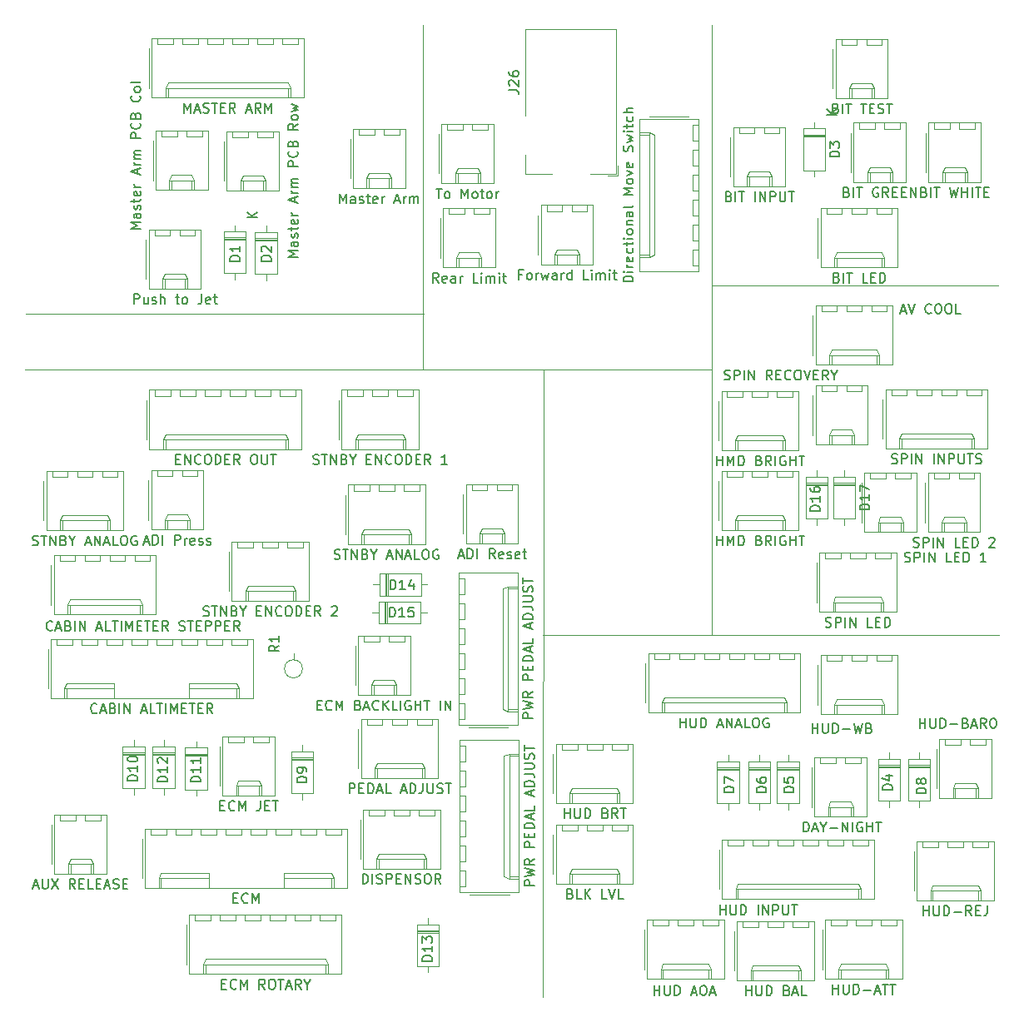
<source format=gbr>
G04 #@! TF.GenerationSoftware,KiCad,Pcbnew,(5.1.5-0-10_14)*
G04 #@! TF.CreationDate,2021-10-24T13:44:23+10:00*
G04 #@! TF.ProjectId,OH - Upper Mixed Small PCBs,4f48202d-2055-4707-9065-72204d697865,rev?*
G04 #@! TF.SameCoordinates,Original*
G04 #@! TF.FileFunction,Legend,Top*
G04 #@! TF.FilePolarity,Positive*
%FSLAX46Y46*%
G04 Gerber Fmt 4.6, Leading zero omitted, Abs format (unit mm)*
G04 Created by KiCad (PCBNEW (5.1.5-0-10_14)) date 2021-10-24 13:44:23*
%MOMM*%
%LPD*%
G04 APERTURE LIST*
%ADD10C,0.120000*%
%ADD11C,0.150000*%
G04 APERTURE END LIST*
D10*
X138811000Y-79184500D02*
X98361500Y-79184500D01*
X151003000Y-84836000D02*
X150939500Y-148717000D01*
X138747500Y-84836000D02*
X138747500Y-49784000D01*
X98298000Y-84836000D02*
X168148000Y-84836000D01*
X168148000Y-76327000D02*
X168148000Y-49784000D01*
X168148000Y-76327000D02*
X168148000Y-111887000D01*
X197231000Y-76327000D02*
X168148000Y-76327000D01*
X197358000Y-111887000D02*
X150939500Y-111887000D01*
X126523000Y-115316000D02*
G75*
G03X126523000Y-115316000I-920000J0D01*
G01*
X125603000Y-114396000D02*
X125603000Y-113776000D01*
X158397000Y-64971500D02*
X155797000Y-64971500D01*
X158397000Y-50271500D02*
X158397000Y-64971500D01*
X149197000Y-64971500D02*
X149197000Y-63071500D01*
X151897000Y-64971500D02*
X149197000Y-64971500D01*
X149197000Y-50271500D02*
X158397000Y-50271500D01*
X149197000Y-59071500D02*
X149197000Y-50271500D01*
X158597000Y-64121500D02*
X158597000Y-65171500D01*
X157547000Y-65171500D02*
X158597000Y-65171500D01*
X155486000Y-68753500D02*
X155486000Y-68153500D01*
X153886000Y-68753500D02*
X155486000Y-68753500D01*
X153886000Y-68153500D02*
X153886000Y-68753500D01*
X152946000Y-68753500D02*
X152946000Y-68153500D01*
X151346000Y-68753500D02*
X152946000Y-68753500D01*
X151346000Y-68153500D02*
X151346000Y-68753500D01*
X154436000Y-74173500D02*
X154436000Y-73173500D01*
X152396000Y-74173500D02*
X152396000Y-73173500D01*
X154436000Y-72643500D02*
X154686000Y-73173500D01*
X152396000Y-72643500D02*
X154436000Y-72643500D01*
X152146000Y-73173500D02*
X152396000Y-72643500D01*
X154686000Y-73173500D02*
X154686000Y-74173500D01*
X152146000Y-73173500D02*
X154686000Y-73173500D01*
X152146000Y-74173500D02*
X152146000Y-73173500D01*
X150476000Y-69183500D02*
X150476000Y-73183500D01*
X156066000Y-68153500D02*
X150766000Y-68153500D01*
X156066000Y-74173500D02*
X156066000Y-68153500D01*
X150766000Y-74173500D02*
X156066000Y-74173500D01*
X150766000Y-68153500D02*
X150766000Y-74173500D01*
X166196000Y-74269500D02*
X166796000Y-74269500D01*
X166196000Y-72669500D02*
X166196000Y-74269500D01*
X166796000Y-72669500D02*
X166196000Y-72669500D01*
X166196000Y-71729500D02*
X166796000Y-71729500D01*
X166196000Y-70129500D02*
X166196000Y-71729500D01*
X166796000Y-70129500D02*
X166196000Y-70129500D01*
X166196000Y-69189500D02*
X166796000Y-69189500D01*
X166196000Y-67589500D02*
X166196000Y-69189500D01*
X166796000Y-67589500D02*
X166196000Y-67589500D01*
X166196000Y-66649500D02*
X166796000Y-66649500D01*
X166196000Y-65049500D02*
X166196000Y-66649500D01*
X166796000Y-65049500D02*
X166196000Y-65049500D01*
X166196000Y-64109500D02*
X166796000Y-64109500D01*
X166196000Y-62509500D02*
X166196000Y-64109500D01*
X166796000Y-62509500D02*
X166196000Y-62509500D01*
X166196000Y-61569500D02*
X166796000Y-61569500D01*
X166196000Y-59969500D02*
X166196000Y-61569500D01*
X166796000Y-59969500D02*
X166196000Y-59969500D01*
X160776000Y-73219500D02*
X161776000Y-73219500D01*
X160776000Y-61019500D02*
X161776000Y-61019500D01*
X162306000Y-73219500D02*
X161776000Y-73469500D01*
X162306000Y-61019500D02*
X162306000Y-73219500D01*
X161776000Y-60769500D02*
X162306000Y-61019500D01*
X161776000Y-73469500D02*
X160776000Y-73469500D01*
X161776000Y-60769500D02*
X161776000Y-73469500D01*
X160776000Y-60769500D02*
X161776000Y-60769500D01*
X165766000Y-59099500D02*
X161766000Y-59099500D01*
X166796000Y-74849500D02*
X166796000Y-59389500D01*
X160776000Y-74849500D02*
X166796000Y-74849500D01*
X160776000Y-59389500D02*
X160776000Y-74849500D01*
X166796000Y-59389500D02*
X160776000Y-59389500D01*
X145516000Y-69071000D02*
X145516000Y-68471000D01*
X143916000Y-69071000D02*
X145516000Y-69071000D01*
X143916000Y-68471000D02*
X143916000Y-69071000D01*
X142976000Y-69071000D02*
X142976000Y-68471000D01*
X141376000Y-69071000D02*
X142976000Y-69071000D01*
X141376000Y-68471000D02*
X141376000Y-69071000D01*
X144466000Y-74491000D02*
X144466000Y-73491000D01*
X142426000Y-74491000D02*
X142426000Y-73491000D01*
X144466000Y-72961000D02*
X144716000Y-73491000D01*
X142426000Y-72961000D02*
X144466000Y-72961000D01*
X142176000Y-73491000D02*
X142426000Y-72961000D01*
X144716000Y-73491000D02*
X144716000Y-74491000D01*
X142176000Y-73491000D02*
X144716000Y-73491000D01*
X142176000Y-74491000D02*
X142176000Y-73491000D01*
X140506000Y-69501000D02*
X140506000Y-73501000D01*
X146096000Y-68471000D02*
X140796000Y-68471000D01*
X146096000Y-74491000D02*
X146096000Y-68471000D01*
X140796000Y-74491000D02*
X146096000Y-74491000D01*
X140796000Y-68471000D02*
X140796000Y-74491000D01*
X145390000Y-60498500D02*
X145390000Y-59898500D01*
X143790000Y-60498500D02*
X145390000Y-60498500D01*
X143790000Y-59898500D02*
X143790000Y-60498500D01*
X142850000Y-60498500D02*
X142850000Y-59898500D01*
X141250000Y-60498500D02*
X142850000Y-60498500D01*
X141250000Y-59898500D02*
X141250000Y-60498500D01*
X144340000Y-65918500D02*
X144340000Y-64918500D01*
X142300000Y-65918500D02*
X142300000Y-64918500D01*
X144340000Y-64388500D02*
X144590000Y-64918500D01*
X142300000Y-64388500D02*
X144340000Y-64388500D01*
X142050000Y-64918500D02*
X142300000Y-64388500D01*
X144590000Y-64918500D02*
X144590000Y-65918500D01*
X142050000Y-64918500D02*
X144590000Y-64918500D01*
X142050000Y-65918500D02*
X142050000Y-64918500D01*
X140380000Y-60928500D02*
X140380000Y-64928500D01*
X145970000Y-59898500D02*
X140670000Y-59898500D01*
X145970000Y-65918500D02*
X145970000Y-59898500D01*
X140670000Y-65918500D02*
X145970000Y-65918500D01*
X140670000Y-59898500D02*
X140670000Y-65918500D01*
X194856000Y-95995000D02*
X194856000Y-95395000D01*
X193256000Y-95995000D02*
X194856000Y-95995000D01*
X193256000Y-95395000D02*
X193256000Y-95995000D01*
X192316000Y-95995000D02*
X192316000Y-95395000D01*
X190716000Y-95995000D02*
X192316000Y-95995000D01*
X190716000Y-95395000D02*
X190716000Y-95995000D01*
X193806000Y-101415000D02*
X193806000Y-100415000D01*
X191766000Y-101415000D02*
X191766000Y-100415000D01*
X193806000Y-99885000D02*
X194056000Y-100415000D01*
X191766000Y-99885000D02*
X193806000Y-99885000D01*
X191516000Y-100415000D02*
X191766000Y-99885000D01*
X194056000Y-100415000D02*
X194056000Y-101415000D01*
X191516000Y-100415000D02*
X194056000Y-100415000D01*
X191516000Y-101415000D02*
X191516000Y-100415000D01*
X189846000Y-96425000D02*
X189846000Y-100425000D01*
X195436000Y-95395000D02*
X190136000Y-95395000D01*
X195436000Y-101415000D02*
X195436000Y-95395000D01*
X190136000Y-101415000D02*
X195436000Y-101415000D01*
X190136000Y-95395000D02*
X190136000Y-101415000D01*
X188379000Y-95995000D02*
X188379000Y-95395000D01*
X186779000Y-95995000D02*
X188379000Y-95995000D01*
X186779000Y-95395000D02*
X186779000Y-95995000D01*
X185839000Y-95995000D02*
X185839000Y-95395000D01*
X184239000Y-95995000D02*
X185839000Y-95995000D01*
X184239000Y-95395000D02*
X184239000Y-95995000D01*
X187329000Y-101415000D02*
X187329000Y-100415000D01*
X185289000Y-101415000D02*
X185289000Y-100415000D01*
X187329000Y-99885000D02*
X187579000Y-100415000D01*
X185289000Y-99885000D02*
X187329000Y-99885000D01*
X185039000Y-100415000D02*
X185289000Y-99885000D01*
X187579000Y-100415000D02*
X187579000Y-101415000D01*
X185039000Y-100415000D02*
X187579000Y-100415000D01*
X185039000Y-101415000D02*
X185039000Y-100415000D01*
X183369000Y-96425000D02*
X183369000Y-100425000D01*
X188959000Y-95395000D02*
X183659000Y-95395000D01*
X188959000Y-101415000D02*
X188959000Y-95395000D01*
X183659000Y-101415000D02*
X188959000Y-101415000D01*
X183659000Y-95395000D02*
X183659000Y-101415000D01*
X194920000Y-60371500D02*
X194920000Y-59771500D01*
X193320000Y-60371500D02*
X194920000Y-60371500D01*
X193320000Y-59771500D02*
X193320000Y-60371500D01*
X192380000Y-60371500D02*
X192380000Y-59771500D01*
X190780000Y-60371500D02*
X192380000Y-60371500D01*
X190780000Y-59771500D02*
X190780000Y-60371500D01*
X193870000Y-65791500D02*
X193870000Y-64791500D01*
X191830000Y-65791500D02*
X191830000Y-64791500D01*
X193870000Y-64261500D02*
X194120000Y-64791500D01*
X191830000Y-64261500D02*
X193870000Y-64261500D01*
X191580000Y-64791500D02*
X191830000Y-64261500D01*
X194120000Y-64791500D02*
X194120000Y-65791500D01*
X191580000Y-64791500D02*
X194120000Y-64791500D01*
X191580000Y-65791500D02*
X191580000Y-64791500D01*
X189910000Y-60801500D02*
X189910000Y-64801500D01*
X195500000Y-59771500D02*
X190200000Y-59771500D01*
X195500000Y-65791500D02*
X195500000Y-59771500D01*
X190200000Y-65791500D02*
X195500000Y-65791500D01*
X190200000Y-59771500D02*
X190200000Y-65791500D01*
X187300000Y-60371500D02*
X187300000Y-59771500D01*
X185700000Y-60371500D02*
X187300000Y-60371500D01*
X185700000Y-59771500D02*
X185700000Y-60371500D01*
X184760000Y-60371500D02*
X184760000Y-59771500D01*
X183160000Y-60371500D02*
X184760000Y-60371500D01*
X183160000Y-59771500D02*
X183160000Y-60371500D01*
X186250000Y-65791500D02*
X186250000Y-64791500D01*
X184210000Y-65791500D02*
X184210000Y-64791500D01*
X186250000Y-64261500D02*
X186500000Y-64791500D01*
X184210000Y-64261500D02*
X186250000Y-64261500D01*
X183960000Y-64791500D02*
X184210000Y-64261500D01*
X186500000Y-64791500D02*
X186500000Y-65791500D01*
X183960000Y-64791500D02*
X186500000Y-64791500D01*
X183960000Y-65791500D02*
X183960000Y-64791500D01*
X182290000Y-60801500D02*
X182290000Y-64801500D01*
X187880000Y-59771500D02*
X182580000Y-59771500D01*
X187880000Y-65791500D02*
X187880000Y-59771500D01*
X182580000Y-65791500D02*
X187880000Y-65791500D01*
X182580000Y-59771500D02*
X182580000Y-65791500D01*
X115862000Y-95741000D02*
X115862000Y-95141000D01*
X114262000Y-95741000D02*
X115862000Y-95741000D01*
X114262000Y-95141000D02*
X114262000Y-95741000D01*
X113322000Y-95741000D02*
X113322000Y-95141000D01*
X111722000Y-95741000D02*
X113322000Y-95741000D01*
X111722000Y-95141000D02*
X111722000Y-95741000D01*
X114812000Y-101161000D02*
X114812000Y-100161000D01*
X112772000Y-101161000D02*
X112772000Y-100161000D01*
X114812000Y-99631000D02*
X115062000Y-100161000D01*
X112772000Y-99631000D02*
X114812000Y-99631000D01*
X112522000Y-100161000D02*
X112772000Y-99631000D01*
X115062000Y-100161000D02*
X115062000Y-101161000D01*
X112522000Y-100161000D02*
X115062000Y-100161000D01*
X112522000Y-101161000D02*
X112522000Y-100161000D01*
X110852000Y-96171000D02*
X110852000Y-100171000D01*
X116442000Y-95141000D02*
X111142000Y-95141000D01*
X116442000Y-101161000D02*
X116442000Y-95141000D01*
X111142000Y-101161000D02*
X116442000Y-101161000D01*
X111142000Y-95141000D02*
X111142000Y-101161000D01*
X147866000Y-97138000D02*
X147866000Y-96538000D01*
X146266000Y-97138000D02*
X147866000Y-97138000D01*
X146266000Y-96538000D02*
X146266000Y-97138000D01*
X145326000Y-97138000D02*
X145326000Y-96538000D01*
X143726000Y-97138000D02*
X145326000Y-97138000D01*
X143726000Y-96538000D02*
X143726000Y-97138000D01*
X146816000Y-102558000D02*
X146816000Y-101558000D01*
X144776000Y-102558000D02*
X144776000Y-101558000D01*
X146816000Y-101028000D02*
X147066000Y-101558000D01*
X144776000Y-101028000D02*
X146816000Y-101028000D01*
X144526000Y-101558000D02*
X144776000Y-101028000D01*
X147066000Y-101558000D02*
X147066000Y-102558000D01*
X144526000Y-101558000D02*
X147066000Y-101558000D01*
X144526000Y-102558000D02*
X144526000Y-101558000D01*
X142856000Y-97568000D02*
X142856000Y-101568000D01*
X148446000Y-96538000D02*
X143146000Y-96538000D01*
X148446000Y-102558000D02*
X148446000Y-96538000D01*
X143146000Y-102558000D02*
X148446000Y-102558000D01*
X143146000Y-96538000D02*
X143146000Y-102558000D01*
X134878000Y-108481000D02*
X134878000Y-110721000D01*
X135118000Y-108481000D02*
X135118000Y-110721000D01*
X134998000Y-108481000D02*
X134998000Y-110721000D01*
X139168000Y-109601000D02*
X138518000Y-109601000D01*
X133628000Y-109601000D02*
X134278000Y-109601000D01*
X138518000Y-108481000D02*
X134278000Y-108481000D01*
X138518000Y-110721000D02*
X138518000Y-108481000D01*
X134278000Y-110721000D02*
X138518000Y-110721000D01*
X134278000Y-108481000D02*
X134278000Y-110721000D01*
X134942000Y-105624000D02*
X134942000Y-107864000D01*
X135182000Y-105624000D02*
X135182000Y-107864000D01*
X135062000Y-105624000D02*
X135062000Y-107864000D01*
X139232000Y-106744000D02*
X138582000Y-106744000D01*
X133692000Y-106744000D02*
X134342000Y-106744000D01*
X138582000Y-105624000D02*
X134342000Y-105624000D01*
X138582000Y-107864000D02*
X138582000Y-105624000D01*
X134342000Y-107864000D02*
X138582000Y-107864000D01*
X134342000Y-105624000D02*
X134342000Y-107864000D01*
X125832000Y-87549500D02*
X125832000Y-86949500D01*
X124232000Y-87549500D02*
X125832000Y-87549500D01*
X124232000Y-86949500D02*
X124232000Y-87549500D01*
X123292000Y-87549500D02*
X123292000Y-86949500D01*
X121692000Y-87549500D02*
X123292000Y-87549500D01*
X121692000Y-86949500D02*
X121692000Y-87549500D01*
X120752000Y-87549500D02*
X120752000Y-86949500D01*
X119152000Y-87549500D02*
X120752000Y-87549500D01*
X119152000Y-86949500D02*
X119152000Y-87549500D01*
X118212000Y-87549500D02*
X118212000Y-86949500D01*
X116612000Y-87549500D02*
X118212000Y-87549500D01*
X116612000Y-86949500D02*
X116612000Y-87549500D01*
X115672000Y-87549500D02*
X115672000Y-86949500D01*
X114072000Y-87549500D02*
X115672000Y-87549500D01*
X114072000Y-86949500D02*
X114072000Y-87549500D01*
X113132000Y-87549500D02*
X113132000Y-86949500D01*
X111532000Y-87549500D02*
X113132000Y-87549500D01*
X111532000Y-86949500D02*
X111532000Y-87549500D01*
X124782000Y-92969500D02*
X124782000Y-91969500D01*
X112582000Y-92969500D02*
X112582000Y-91969500D01*
X124782000Y-91439500D02*
X125032000Y-91969500D01*
X112582000Y-91439500D02*
X124782000Y-91439500D01*
X112332000Y-91969500D02*
X112582000Y-91439500D01*
X125032000Y-91969500D02*
X125032000Y-92969500D01*
X112332000Y-91969500D02*
X125032000Y-91969500D01*
X112332000Y-92969500D02*
X112332000Y-91969500D01*
X110662000Y-87979500D02*
X110662000Y-91979500D01*
X126412000Y-86949500D02*
X110952000Y-86949500D01*
X126412000Y-92969500D02*
X126412000Y-86949500D01*
X110952000Y-92969500D02*
X126412000Y-92969500D01*
X110952000Y-86949500D02*
X110952000Y-92969500D01*
X138404000Y-97201500D02*
X138404000Y-96601500D01*
X136804000Y-97201500D02*
X138404000Y-97201500D01*
X136804000Y-96601500D02*
X136804000Y-97201500D01*
X135864000Y-97201500D02*
X135864000Y-96601500D01*
X134264000Y-97201500D02*
X135864000Y-97201500D01*
X134264000Y-96601500D02*
X134264000Y-97201500D01*
X133324000Y-97201500D02*
X133324000Y-96601500D01*
X131724000Y-97201500D02*
X133324000Y-97201500D01*
X131724000Y-96601500D02*
X131724000Y-97201500D01*
X137354000Y-102621500D02*
X137354000Y-101621500D01*
X132774000Y-102621500D02*
X132774000Y-101621500D01*
X137354000Y-101091500D02*
X137604000Y-101621500D01*
X132774000Y-101091500D02*
X137354000Y-101091500D01*
X132524000Y-101621500D02*
X132774000Y-101091500D01*
X137604000Y-101621500D02*
X137604000Y-102621500D01*
X132524000Y-101621500D02*
X137604000Y-101621500D01*
X132524000Y-102621500D02*
X132524000Y-101621500D01*
X130854000Y-97631500D02*
X130854000Y-101631500D01*
X138984000Y-96601500D02*
X131144000Y-96601500D01*
X138984000Y-102621500D02*
X138984000Y-96601500D01*
X131144000Y-102621500D02*
X138984000Y-102621500D01*
X131144000Y-96601500D02*
X131144000Y-102621500D01*
X126594000Y-102980000D02*
X126594000Y-102380000D01*
X124994000Y-102980000D02*
X126594000Y-102980000D01*
X124994000Y-102380000D02*
X124994000Y-102980000D01*
X124054000Y-102980000D02*
X124054000Y-102380000D01*
X122454000Y-102980000D02*
X124054000Y-102980000D01*
X122454000Y-102380000D02*
X122454000Y-102980000D01*
X121514000Y-102980000D02*
X121514000Y-102380000D01*
X119914000Y-102980000D02*
X121514000Y-102980000D01*
X119914000Y-102380000D02*
X119914000Y-102980000D01*
X125544000Y-108400000D02*
X125544000Y-107400000D01*
X120964000Y-108400000D02*
X120964000Y-107400000D01*
X125544000Y-106870000D02*
X125794000Y-107400000D01*
X120964000Y-106870000D02*
X125544000Y-106870000D01*
X120714000Y-107400000D02*
X120964000Y-106870000D01*
X125794000Y-107400000D02*
X125794000Y-108400000D01*
X120714000Y-107400000D02*
X125794000Y-107400000D01*
X120714000Y-108400000D02*
X120714000Y-107400000D01*
X119044000Y-103410000D02*
X119044000Y-107410000D01*
X127174000Y-102380000D02*
X119334000Y-102380000D01*
X127174000Y-108400000D02*
X127174000Y-102380000D01*
X119334000Y-108400000D02*
X127174000Y-108400000D01*
X119334000Y-102380000D02*
X119334000Y-108400000D01*
X137770000Y-87549500D02*
X137770000Y-86949500D01*
X136170000Y-87549500D02*
X137770000Y-87549500D01*
X136170000Y-86949500D02*
X136170000Y-87549500D01*
X135230000Y-87549500D02*
X135230000Y-86949500D01*
X133630000Y-87549500D02*
X135230000Y-87549500D01*
X133630000Y-86949500D02*
X133630000Y-87549500D01*
X132690000Y-87549500D02*
X132690000Y-86949500D01*
X131090000Y-87549500D02*
X132690000Y-87549500D01*
X131090000Y-86949500D02*
X131090000Y-87549500D01*
X136720000Y-92969500D02*
X136720000Y-91969500D01*
X132140000Y-92969500D02*
X132140000Y-91969500D01*
X136720000Y-91439500D02*
X136970000Y-91969500D01*
X132140000Y-91439500D02*
X136720000Y-91439500D01*
X131890000Y-91969500D02*
X132140000Y-91439500D01*
X136970000Y-91969500D02*
X136970000Y-92969500D01*
X131890000Y-91969500D02*
X136970000Y-91969500D01*
X131890000Y-92969500D02*
X131890000Y-91969500D01*
X130220000Y-87979500D02*
X130220000Y-91979500D01*
X138350000Y-86949500D02*
X130510000Y-86949500D01*
X138350000Y-92969500D02*
X138350000Y-86949500D01*
X130510000Y-92969500D02*
X138350000Y-92969500D01*
X130510000Y-86949500D02*
X130510000Y-92969500D01*
X107734000Y-95804500D02*
X107734000Y-95204500D01*
X106134000Y-95804500D02*
X107734000Y-95804500D01*
X106134000Y-95204500D02*
X106134000Y-95804500D01*
X105194000Y-95804500D02*
X105194000Y-95204500D01*
X103594000Y-95804500D02*
X105194000Y-95804500D01*
X103594000Y-95204500D02*
X103594000Y-95804500D01*
X102654000Y-95804500D02*
X102654000Y-95204500D01*
X101054000Y-95804500D02*
X102654000Y-95804500D01*
X101054000Y-95204500D02*
X101054000Y-95804500D01*
X106684000Y-101224500D02*
X106684000Y-100224500D01*
X102104000Y-101224500D02*
X102104000Y-100224500D01*
X106684000Y-99694500D02*
X106934000Y-100224500D01*
X102104000Y-99694500D02*
X106684000Y-99694500D01*
X101854000Y-100224500D02*
X102104000Y-99694500D01*
X106934000Y-100224500D02*
X106934000Y-101224500D01*
X101854000Y-100224500D02*
X106934000Y-100224500D01*
X101854000Y-101224500D02*
X101854000Y-100224500D01*
X100184000Y-96234500D02*
X100184000Y-100234500D01*
X108314000Y-95204500D02*
X100474000Y-95204500D01*
X108314000Y-101224500D02*
X108314000Y-95204500D01*
X100474000Y-101224500D02*
X108314000Y-101224500D01*
X100474000Y-95204500D02*
X100474000Y-101224500D01*
X183426000Y-87105000D02*
X183426000Y-86505000D01*
X181826000Y-87105000D02*
X183426000Y-87105000D01*
X181826000Y-86505000D02*
X181826000Y-87105000D01*
X180886000Y-87105000D02*
X180886000Y-86505000D01*
X179286000Y-87105000D02*
X180886000Y-87105000D01*
X179286000Y-86505000D02*
X179286000Y-87105000D01*
X182376000Y-92525000D02*
X182376000Y-91525000D01*
X180336000Y-92525000D02*
X180336000Y-91525000D01*
X182376000Y-90995000D02*
X182626000Y-91525000D01*
X180336000Y-90995000D02*
X182376000Y-90995000D01*
X180086000Y-91525000D02*
X180336000Y-90995000D01*
X182626000Y-91525000D02*
X182626000Y-92525000D01*
X180086000Y-91525000D02*
X182626000Y-91525000D01*
X180086000Y-92525000D02*
X180086000Y-91525000D01*
X178416000Y-87535000D02*
X178416000Y-91535000D01*
X184006000Y-86505000D02*
X178706000Y-86505000D01*
X184006000Y-92525000D02*
X184006000Y-86505000D01*
X178706000Y-92525000D02*
X184006000Y-92525000D01*
X178706000Y-86505000D02*
X178706000Y-92525000D01*
X185966000Y-78977000D02*
X185966000Y-78377000D01*
X184366000Y-78977000D02*
X185966000Y-78977000D01*
X184366000Y-78377000D02*
X184366000Y-78977000D01*
X183426000Y-78977000D02*
X183426000Y-78377000D01*
X181826000Y-78977000D02*
X183426000Y-78977000D01*
X181826000Y-78377000D02*
X181826000Y-78977000D01*
X180886000Y-78977000D02*
X180886000Y-78377000D01*
X179286000Y-78977000D02*
X180886000Y-78977000D01*
X179286000Y-78377000D02*
X179286000Y-78977000D01*
X184916000Y-84397000D02*
X184916000Y-83397000D01*
X180336000Y-84397000D02*
X180336000Y-83397000D01*
X184916000Y-82867000D02*
X185166000Y-83397000D01*
X180336000Y-82867000D02*
X184916000Y-82867000D01*
X180086000Y-83397000D02*
X180336000Y-82867000D01*
X185166000Y-83397000D02*
X185166000Y-84397000D01*
X180086000Y-83397000D02*
X185166000Y-83397000D01*
X180086000Y-84397000D02*
X180086000Y-83397000D01*
X178416000Y-79407000D02*
X178416000Y-83407000D01*
X186546000Y-78377000D02*
X178706000Y-78377000D01*
X186546000Y-84397000D02*
X186546000Y-78377000D01*
X178706000Y-84397000D02*
X186546000Y-84397000D01*
X178706000Y-78377000D02*
X178706000Y-84397000D01*
X129896000Y-140953000D02*
X129896000Y-140353000D01*
X128296000Y-140953000D02*
X129896000Y-140953000D01*
X128296000Y-140353000D02*
X128296000Y-140953000D01*
X127356000Y-140953000D02*
X127356000Y-140353000D01*
X125756000Y-140953000D02*
X127356000Y-140953000D01*
X125756000Y-140353000D02*
X125756000Y-140953000D01*
X124816000Y-140953000D02*
X124816000Y-140353000D01*
X123216000Y-140953000D02*
X124816000Y-140953000D01*
X123216000Y-140353000D02*
X123216000Y-140953000D01*
X122276000Y-140953000D02*
X122276000Y-140353000D01*
X120676000Y-140953000D02*
X122276000Y-140953000D01*
X120676000Y-140353000D02*
X120676000Y-140953000D01*
X119736000Y-140953000D02*
X119736000Y-140353000D01*
X118136000Y-140953000D02*
X119736000Y-140953000D01*
X118136000Y-140353000D02*
X118136000Y-140953000D01*
X117196000Y-140953000D02*
X117196000Y-140353000D01*
X115596000Y-140953000D02*
X117196000Y-140953000D01*
X115596000Y-140353000D02*
X115596000Y-140953000D01*
X128846000Y-146373000D02*
X128846000Y-145373000D01*
X116646000Y-146373000D02*
X116646000Y-145373000D01*
X128846000Y-144843000D02*
X129096000Y-145373000D01*
X116646000Y-144843000D02*
X128846000Y-144843000D01*
X116396000Y-145373000D02*
X116646000Y-144843000D01*
X129096000Y-145373000D02*
X129096000Y-146373000D01*
X116396000Y-145373000D02*
X129096000Y-145373000D01*
X116396000Y-146373000D02*
X116396000Y-145373000D01*
X114726000Y-141383000D02*
X114726000Y-145383000D01*
X130476000Y-140353000D02*
X115016000Y-140353000D01*
X130476000Y-146373000D02*
X130476000Y-140353000D01*
X115016000Y-146373000D02*
X130476000Y-146373000D01*
X115016000Y-140353000D02*
X115016000Y-146373000D01*
X139738000Y-121014000D02*
X139738000Y-120414000D01*
X138138000Y-121014000D02*
X139738000Y-121014000D01*
X138138000Y-120414000D02*
X138138000Y-121014000D01*
X137198000Y-121014000D02*
X137198000Y-120414000D01*
X135598000Y-121014000D02*
X137198000Y-121014000D01*
X135598000Y-120414000D02*
X135598000Y-121014000D01*
X134658000Y-121014000D02*
X134658000Y-120414000D01*
X133058000Y-121014000D02*
X134658000Y-121014000D01*
X133058000Y-120414000D02*
X133058000Y-121014000D01*
X138688000Y-126434000D02*
X138688000Y-125434000D01*
X134108000Y-126434000D02*
X134108000Y-125434000D01*
X138688000Y-124904000D02*
X138938000Y-125434000D01*
X134108000Y-124904000D02*
X138688000Y-124904000D01*
X133858000Y-125434000D02*
X134108000Y-124904000D01*
X138938000Y-125434000D02*
X138938000Y-126434000D01*
X133858000Y-125434000D02*
X138938000Y-125434000D01*
X133858000Y-126434000D02*
X133858000Y-125434000D01*
X132188000Y-121444000D02*
X132188000Y-125444000D01*
X140318000Y-120414000D02*
X132478000Y-120414000D01*
X140318000Y-126434000D02*
X140318000Y-120414000D01*
X132478000Y-126434000D02*
X140318000Y-126434000D01*
X132478000Y-120414000D02*
X132478000Y-126434000D01*
X123101000Y-122792000D02*
X123101000Y-122192000D01*
X121501000Y-122792000D02*
X123101000Y-122792000D01*
X121501000Y-122192000D02*
X121501000Y-122792000D01*
X120561000Y-122792000D02*
X120561000Y-122192000D01*
X118961000Y-122792000D02*
X120561000Y-122792000D01*
X118961000Y-122192000D02*
X118961000Y-122792000D01*
X122051000Y-128212000D02*
X122051000Y-127212000D01*
X120011000Y-128212000D02*
X120011000Y-127212000D01*
X122051000Y-126682000D02*
X122301000Y-127212000D01*
X120011000Y-126682000D02*
X122051000Y-126682000D01*
X119761000Y-127212000D02*
X120011000Y-126682000D01*
X122301000Y-127212000D02*
X122301000Y-128212000D01*
X119761000Y-127212000D02*
X122301000Y-127212000D01*
X119761000Y-128212000D02*
X119761000Y-127212000D01*
X118091000Y-123222000D02*
X118091000Y-127222000D01*
X123681000Y-122192000D02*
X118381000Y-122192000D01*
X123681000Y-128212000D02*
X123681000Y-122192000D01*
X118381000Y-128212000D02*
X123681000Y-128212000D01*
X118381000Y-122192000D02*
X118381000Y-128212000D01*
X106020000Y-130730000D02*
X106020000Y-130130000D01*
X104420000Y-130730000D02*
X106020000Y-130730000D01*
X104420000Y-130130000D02*
X104420000Y-130730000D01*
X103480000Y-130730000D02*
X103480000Y-130130000D01*
X101880000Y-130730000D02*
X103480000Y-130730000D01*
X101880000Y-130130000D02*
X101880000Y-130730000D01*
X104970000Y-136150000D02*
X104970000Y-135150000D01*
X102930000Y-136150000D02*
X102930000Y-135150000D01*
X104970000Y-134620000D02*
X105220000Y-135150000D01*
X102930000Y-134620000D02*
X104970000Y-134620000D01*
X102680000Y-135150000D02*
X102930000Y-134620000D01*
X105220000Y-135150000D02*
X105220000Y-136150000D01*
X102680000Y-135150000D02*
X105220000Y-135150000D01*
X102680000Y-136150000D02*
X102680000Y-135150000D01*
X101010000Y-131160000D02*
X101010000Y-135160000D01*
X106600000Y-130130000D02*
X101300000Y-130130000D01*
X106600000Y-136150000D02*
X106600000Y-130130000D01*
X101300000Y-136150000D02*
X106600000Y-136150000D01*
X101300000Y-130130000D02*
X101300000Y-136150000D01*
X139928000Y-130222000D02*
X139928000Y-129622000D01*
X138328000Y-130222000D02*
X139928000Y-130222000D01*
X138328000Y-129622000D02*
X138328000Y-130222000D01*
X137388000Y-130222000D02*
X137388000Y-129622000D01*
X135788000Y-130222000D02*
X137388000Y-130222000D01*
X135788000Y-129622000D02*
X135788000Y-130222000D01*
X134848000Y-130222000D02*
X134848000Y-129622000D01*
X133248000Y-130222000D02*
X134848000Y-130222000D01*
X133248000Y-129622000D02*
X133248000Y-130222000D01*
X138878000Y-135642000D02*
X138878000Y-134642000D01*
X134298000Y-135642000D02*
X134298000Y-134642000D01*
X138878000Y-134112000D02*
X139128000Y-134642000D01*
X134298000Y-134112000D02*
X138878000Y-134112000D01*
X134048000Y-134642000D02*
X134298000Y-134112000D01*
X139128000Y-134642000D02*
X139128000Y-135642000D01*
X134048000Y-134642000D02*
X139128000Y-134642000D01*
X134048000Y-135642000D02*
X134048000Y-134642000D01*
X132378000Y-130652000D02*
X132378000Y-134652000D01*
X140508000Y-129622000D02*
X132668000Y-129622000D01*
X140508000Y-135642000D02*
X140508000Y-129622000D01*
X132668000Y-135642000D02*
X140508000Y-135642000D01*
X132668000Y-129622000D02*
X132668000Y-135642000D01*
X186918000Y-141461000D02*
X186918000Y-140861000D01*
X185318000Y-141461000D02*
X186918000Y-141461000D01*
X185318000Y-140861000D02*
X185318000Y-141461000D01*
X184378000Y-141461000D02*
X184378000Y-140861000D01*
X182778000Y-141461000D02*
X184378000Y-141461000D01*
X182778000Y-140861000D02*
X182778000Y-141461000D01*
X181838000Y-141461000D02*
X181838000Y-140861000D01*
X180238000Y-141461000D02*
X181838000Y-141461000D01*
X180238000Y-140861000D02*
X180238000Y-141461000D01*
X185868000Y-146881000D02*
X185868000Y-145881000D01*
X181288000Y-146881000D02*
X181288000Y-145881000D01*
X185868000Y-145351000D02*
X186118000Y-145881000D01*
X181288000Y-145351000D02*
X185868000Y-145351000D01*
X181038000Y-145881000D02*
X181288000Y-145351000D01*
X186118000Y-145881000D02*
X186118000Y-146881000D01*
X181038000Y-145881000D02*
X186118000Y-145881000D01*
X181038000Y-146881000D02*
X181038000Y-145881000D01*
X179368000Y-141891000D02*
X179368000Y-145891000D01*
X187498000Y-140861000D02*
X179658000Y-140861000D01*
X187498000Y-146881000D02*
X187498000Y-140861000D01*
X179658000Y-146881000D02*
X187498000Y-146881000D01*
X179658000Y-140861000D02*
X179658000Y-146881000D01*
X195999000Y-123046000D02*
X195999000Y-122446000D01*
X194399000Y-123046000D02*
X195999000Y-123046000D01*
X194399000Y-122446000D02*
X194399000Y-123046000D01*
X193459000Y-123046000D02*
X193459000Y-122446000D01*
X191859000Y-123046000D02*
X193459000Y-123046000D01*
X191859000Y-122446000D02*
X191859000Y-123046000D01*
X194949000Y-128466000D02*
X194949000Y-127466000D01*
X192909000Y-128466000D02*
X192909000Y-127466000D01*
X194949000Y-126936000D02*
X195199000Y-127466000D01*
X192909000Y-126936000D02*
X194949000Y-126936000D01*
X192659000Y-127466000D02*
X192909000Y-126936000D01*
X195199000Y-127466000D02*
X195199000Y-128466000D01*
X192659000Y-127466000D02*
X195199000Y-127466000D01*
X192659000Y-128466000D02*
X192659000Y-127466000D01*
X190989000Y-123476000D02*
X190989000Y-127476000D01*
X196579000Y-122446000D02*
X191279000Y-122446000D01*
X196579000Y-128466000D02*
X196579000Y-122446000D01*
X191279000Y-128466000D02*
X196579000Y-128466000D01*
X191279000Y-122446000D02*
X191279000Y-128466000D01*
X186474000Y-114537000D02*
X186474000Y-113937000D01*
X184874000Y-114537000D02*
X186474000Y-114537000D01*
X184874000Y-113937000D02*
X184874000Y-114537000D01*
X183934000Y-114537000D02*
X183934000Y-113937000D01*
X182334000Y-114537000D02*
X183934000Y-114537000D01*
X182334000Y-113937000D02*
X182334000Y-114537000D01*
X181394000Y-114537000D02*
X181394000Y-113937000D01*
X179794000Y-114537000D02*
X181394000Y-114537000D01*
X179794000Y-113937000D02*
X179794000Y-114537000D01*
X185424000Y-119957000D02*
X185424000Y-118957000D01*
X180844000Y-119957000D02*
X180844000Y-118957000D01*
X185424000Y-118427000D02*
X185674000Y-118957000D01*
X180844000Y-118427000D02*
X185424000Y-118427000D01*
X180594000Y-118957000D02*
X180844000Y-118427000D01*
X185674000Y-118957000D02*
X185674000Y-119957000D01*
X180594000Y-118957000D02*
X185674000Y-118957000D01*
X180594000Y-119957000D02*
X180594000Y-118957000D01*
X178924000Y-114967000D02*
X178924000Y-118967000D01*
X187054000Y-113937000D02*
X179214000Y-113937000D01*
X187054000Y-119957000D02*
X187054000Y-113937000D01*
X179214000Y-119957000D02*
X187054000Y-119957000D01*
X179214000Y-113937000D02*
X179214000Y-119957000D01*
X183299000Y-124951000D02*
X183299000Y-124351000D01*
X181699000Y-124951000D02*
X183299000Y-124951000D01*
X181699000Y-124351000D02*
X181699000Y-124951000D01*
X180759000Y-124951000D02*
X180759000Y-124351000D01*
X179159000Y-124951000D02*
X180759000Y-124951000D01*
X179159000Y-124351000D02*
X179159000Y-124951000D01*
X182249000Y-130371000D02*
X182249000Y-129371000D01*
X180209000Y-130371000D02*
X180209000Y-129371000D01*
X182249000Y-128841000D02*
X182499000Y-129371000D01*
X180209000Y-128841000D02*
X182249000Y-128841000D01*
X179959000Y-129371000D02*
X180209000Y-128841000D01*
X182499000Y-129371000D02*
X182499000Y-130371000D01*
X179959000Y-129371000D02*
X182499000Y-129371000D01*
X179959000Y-130371000D02*
X179959000Y-129371000D01*
X178289000Y-125381000D02*
X178289000Y-129381000D01*
X183879000Y-124351000D02*
X178579000Y-124351000D01*
X183879000Y-130371000D02*
X183879000Y-124351000D01*
X178579000Y-130371000D02*
X183879000Y-130371000D01*
X178579000Y-124351000D02*
X178579000Y-130371000D01*
X196253000Y-133460000D02*
X196253000Y-132860000D01*
X194653000Y-133460000D02*
X196253000Y-133460000D01*
X194653000Y-132860000D02*
X194653000Y-133460000D01*
X193713000Y-133460000D02*
X193713000Y-132860000D01*
X192113000Y-133460000D02*
X193713000Y-133460000D01*
X192113000Y-132860000D02*
X192113000Y-133460000D01*
X191173000Y-133460000D02*
X191173000Y-132860000D01*
X189573000Y-133460000D02*
X191173000Y-133460000D01*
X189573000Y-132860000D02*
X189573000Y-133460000D01*
X195203000Y-138880000D02*
X195203000Y-137880000D01*
X190623000Y-138880000D02*
X190623000Y-137880000D01*
X195203000Y-137350000D02*
X195453000Y-137880000D01*
X190623000Y-137350000D02*
X195203000Y-137350000D01*
X190373000Y-137880000D02*
X190623000Y-137350000D01*
X195453000Y-137880000D02*
X195453000Y-138880000D01*
X190373000Y-137880000D02*
X195453000Y-137880000D01*
X190373000Y-138880000D02*
X190373000Y-137880000D01*
X188703000Y-133890000D02*
X188703000Y-137890000D01*
X196833000Y-132860000D02*
X188993000Y-132860000D01*
X196833000Y-138880000D02*
X196833000Y-132860000D01*
X188993000Y-138880000D02*
X196833000Y-138880000D01*
X188993000Y-132860000D02*
X188993000Y-138880000D01*
X136372000Y-61006500D02*
X136372000Y-60406500D01*
X134772000Y-61006500D02*
X136372000Y-61006500D01*
X134772000Y-60406500D02*
X134772000Y-61006500D01*
X133832000Y-61006500D02*
X133832000Y-60406500D01*
X132232000Y-61006500D02*
X133832000Y-61006500D01*
X132232000Y-60406500D02*
X132232000Y-61006500D01*
X135322000Y-66426500D02*
X135322000Y-65426500D01*
X133282000Y-66426500D02*
X133282000Y-65426500D01*
X135322000Y-64896500D02*
X135572000Y-65426500D01*
X133282000Y-64896500D02*
X135322000Y-64896500D01*
X133032000Y-65426500D02*
X133282000Y-64896500D01*
X135572000Y-65426500D02*
X135572000Y-66426500D01*
X133032000Y-65426500D02*
X135572000Y-65426500D01*
X133032000Y-66426500D02*
X133032000Y-65426500D01*
X131362000Y-61436500D02*
X131362000Y-65436500D01*
X136952000Y-60406500D02*
X131652000Y-60406500D01*
X136952000Y-66426500D02*
X136952000Y-60406500D01*
X131652000Y-66426500D02*
X136952000Y-66426500D01*
X131652000Y-60406500D02*
X131652000Y-66426500D01*
X115608000Y-71230000D02*
X115608000Y-70630000D01*
X114008000Y-71230000D02*
X115608000Y-71230000D01*
X114008000Y-70630000D02*
X114008000Y-71230000D01*
X113068000Y-71230000D02*
X113068000Y-70630000D01*
X111468000Y-71230000D02*
X113068000Y-71230000D01*
X111468000Y-70630000D02*
X111468000Y-71230000D01*
X114558000Y-76650000D02*
X114558000Y-75650000D01*
X112518000Y-76650000D02*
X112518000Y-75650000D01*
X114558000Y-75120000D02*
X114808000Y-75650000D01*
X112518000Y-75120000D02*
X114558000Y-75120000D01*
X112268000Y-75650000D02*
X112518000Y-75120000D01*
X114808000Y-75650000D02*
X114808000Y-76650000D01*
X112268000Y-75650000D02*
X114808000Y-75650000D01*
X112268000Y-76650000D02*
X112268000Y-75650000D01*
X110598000Y-71660000D02*
X110598000Y-75660000D01*
X116188000Y-70630000D02*
X110888000Y-70630000D01*
X116188000Y-76650000D02*
X116188000Y-70630000D01*
X110888000Y-76650000D02*
X116188000Y-76650000D01*
X110888000Y-70630000D02*
X110888000Y-76650000D01*
X185458000Y-51862500D02*
X185458000Y-51262500D01*
X183858000Y-51862500D02*
X185458000Y-51862500D01*
X183858000Y-51262500D02*
X183858000Y-51862500D01*
X182918000Y-51862500D02*
X182918000Y-51262500D01*
X181318000Y-51862500D02*
X182918000Y-51862500D01*
X181318000Y-51262500D02*
X181318000Y-51862500D01*
X184408000Y-57282500D02*
X184408000Y-56282500D01*
X182368000Y-57282500D02*
X182368000Y-56282500D01*
X184408000Y-55752500D02*
X184658000Y-56282500D01*
X182368000Y-55752500D02*
X184408000Y-55752500D01*
X182118000Y-56282500D02*
X182368000Y-55752500D01*
X184658000Y-56282500D02*
X184658000Y-57282500D01*
X182118000Y-56282500D02*
X184658000Y-56282500D01*
X182118000Y-57282500D02*
X182118000Y-56282500D01*
X180448000Y-52292500D02*
X180448000Y-56292500D01*
X186038000Y-51262500D02*
X180738000Y-51262500D01*
X186038000Y-57282500D02*
X186038000Y-51262500D01*
X180738000Y-57282500D02*
X186038000Y-57282500D01*
X180738000Y-51262500D02*
X180738000Y-57282500D01*
X176392000Y-95804500D02*
X176392000Y-95204500D01*
X174792000Y-95804500D02*
X176392000Y-95804500D01*
X174792000Y-95204500D02*
X174792000Y-95804500D01*
X173852000Y-95804500D02*
X173852000Y-95204500D01*
X172252000Y-95804500D02*
X173852000Y-95804500D01*
X172252000Y-95204500D02*
X172252000Y-95804500D01*
X171312000Y-95804500D02*
X171312000Y-95204500D01*
X169712000Y-95804500D02*
X171312000Y-95804500D01*
X169712000Y-95204500D02*
X169712000Y-95804500D01*
X175342000Y-101224500D02*
X175342000Y-100224500D01*
X170762000Y-101224500D02*
X170762000Y-100224500D01*
X175342000Y-99694500D02*
X175592000Y-100224500D01*
X170762000Y-99694500D02*
X175342000Y-99694500D01*
X170512000Y-100224500D02*
X170762000Y-99694500D01*
X175592000Y-100224500D02*
X175592000Y-101224500D01*
X170512000Y-100224500D02*
X175592000Y-100224500D01*
X170512000Y-101224500D02*
X170512000Y-100224500D01*
X168842000Y-96234500D02*
X168842000Y-100234500D01*
X176972000Y-95204500D02*
X169132000Y-95204500D01*
X176972000Y-101224500D02*
X176972000Y-95204500D01*
X169132000Y-101224500D02*
X176972000Y-101224500D01*
X169132000Y-95204500D02*
X169132000Y-101224500D01*
X177965000Y-141588000D02*
X177965000Y-140988000D01*
X176365000Y-141588000D02*
X177965000Y-141588000D01*
X176365000Y-140988000D02*
X176365000Y-141588000D01*
X175425000Y-141588000D02*
X175425000Y-140988000D01*
X173825000Y-141588000D02*
X175425000Y-141588000D01*
X173825000Y-140988000D02*
X173825000Y-141588000D01*
X172885000Y-141588000D02*
X172885000Y-140988000D01*
X171285000Y-141588000D02*
X172885000Y-141588000D01*
X171285000Y-140988000D02*
X171285000Y-141588000D01*
X176915000Y-147008000D02*
X176915000Y-146008000D01*
X172335000Y-147008000D02*
X172335000Y-146008000D01*
X176915000Y-145478000D02*
X177165000Y-146008000D01*
X172335000Y-145478000D02*
X176915000Y-145478000D01*
X172085000Y-146008000D02*
X172335000Y-145478000D01*
X177165000Y-146008000D02*
X177165000Y-147008000D01*
X172085000Y-146008000D02*
X177165000Y-146008000D01*
X172085000Y-147008000D02*
X172085000Y-146008000D01*
X170415000Y-142018000D02*
X170415000Y-146018000D01*
X178545000Y-140988000D02*
X170705000Y-140988000D01*
X178545000Y-147008000D02*
X178545000Y-140988000D01*
X170705000Y-147008000D02*
X178545000Y-147008000D01*
X170705000Y-140988000D02*
X170705000Y-147008000D01*
X159564000Y-131746000D02*
X159564000Y-131146000D01*
X157964000Y-131746000D02*
X159564000Y-131746000D01*
X157964000Y-131146000D02*
X157964000Y-131746000D01*
X157024000Y-131746000D02*
X157024000Y-131146000D01*
X155424000Y-131746000D02*
X157024000Y-131746000D01*
X155424000Y-131146000D02*
X155424000Y-131746000D01*
X154484000Y-131746000D02*
X154484000Y-131146000D01*
X152884000Y-131746000D02*
X154484000Y-131746000D01*
X152884000Y-131146000D02*
X152884000Y-131746000D01*
X158514000Y-137166000D02*
X158514000Y-136166000D01*
X153934000Y-137166000D02*
X153934000Y-136166000D01*
X158514000Y-135636000D02*
X158764000Y-136166000D01*
X153934000Y-135636000D02*
X158514000Y-135636000D01*
X153684000Y-136166000D02*
X153934000Y-135636000D01*
X158764000Y-136166000D02*
X158764000Y-137166000D01*
X153684000Y-136166000D02*
X158764000Y-136166000D01*
X153684000Y-137166000D02*
X153684000Y-136166000D01*
X152014000Y-132176000D02*
X152014000Y-136176000D01*
X160144000Y-131146000D02*
X152304000Y-131146000D01*
X160144000Y-137166000D02*
X160144000Y-131146000D01*
X152304000Y-137166000D02*
X160144000Y-137166000D01*
X152304000Y-131146000D02*
X152304000Y-137166000D01*
X168821000Y-141461000D02*
X168821000Y-140861000D01*
X167221000Y-141461000D02*
X168821000Y-141461000D01*
X167221000Y-140861000D02*
X167221000Y-141461000D01*
X166281000Y-141461000D02*
X166281000Y-140861000D01*
X164681000Y-141461000D02*
X166281000Y-141461000D01*
X164681000Y-140861000D02*
X164681000Y-141461000D01*
X163741000Y-141461000D02*
X163741000Y-140861000D01*
X162141000Y-141461000D02*
X163741000Y-141461000D01*
X162141000Y-140861000D02*
X162141000Y-141461000D01*
X167771000Y-146881000D02*
X167771000Y-145881000D01*
X163191000Y-146881000D02*
X163191000Y-145881000D01*
X167771000Y-145351000D02*
X168021000Y-145881000D01*
X163191000Y-145351000D02*
X167771000Y-145351000D01*
X162941000Y-145881000D02*
X163191000Y-145351000D01*
X168021000Y-145881000D02*
X168021000Y-146881000D01*
X162941000Y-145881000D02*
X168021000Y-145881000D01*
X162941000Y-146881000D02*
X162941000Y-145881000D01*
X161271000Y-141891000D02*
X161271000Y-145891000D01*
X169401000Y-140861000D02*
X161561000Y-140861000D01*
X169401000Y-146881000D02*
X169401000Y-140861000D01*
X161561000Y-146881000D02*
X169401000Y-146881000D01*
X161561000Y-140861000D02*
X161561000Y-146881000D01*
X159564000Y-123554000D02*
X159564000Y-122954000D01*
X157964000Y-123554000D02*
X159564000Y-123554000D01*
X157964000Y-122954000D02*
X157964000Y-123554000D01*
X157024000Y-123554000D02*
X157024000Y-122954000D01*
X155424000Y-123554000D02*
X157024000Y-123554000D01*
X155424000Y-122954000D02*
X155424000Y-123554000D01*
X154484000Y-123554000D02*
X154484000Y-122954000D01*
X152884000Y-123554000D02*
X154484000Y-123554000D01*
X152884000Y-122954000D02*
X152884000Y-123554000D01*
X158514000Y-128974000D02*
X158514000Y-127974000D01*
X153934000Y-128974000D02*
X153934000Y-127974000D01*
X158514000Y-127444000D02*
X158764000Y-127974000D01*
X153934000Y-127444000D02*
X158514000Y-127444000D01*
X153684000Y-127974000D02*
X153934000Y-127444000D01*
X158764000Y-127974000D02*
X158764000Y-128974000D01*
X153684000Y-127974000D02*
X158764000Y-127974000D01*
X153684000Y-128974000D02*
X153684000Y-127974000D01*
X152014000Y-123984000D02*
X152014000Y-127984000D01*
X160144000Y-122954000D02*
X152304000Y-122954000D01*
X160144000Y-128974000D02*
X160144000Y-122954000D01*
X152304000Y-128974000D02*
X160144000Y-128974000D01*
X152304000Y-122954000D02*
X152304000Y-128974000D01*
X176392000Y-87676500D02*
X176392000Y-87076500D01*
X174792000Y-87676500D02*
X176392000Y-87676500D01*
X174792000Y-87076500D02*
X174792000Y-87676500D01*
X173852000Y-87676500D02*
X173852000Y-87076500D01*
X172252000Y-87676500D02*
X173852000Y-87676500D01*
X172252000Y-87076500D02*
X172252000Y-87676500D01*
X171312000Y-87676500D02*
X171312000Y-87076500D01*
X169712000Y-87676500D02*
X171312000Y-87676500D01*
X169712000Y-87076500D02*
X169712000Y-87676500D01*
X175342000Y-93096500D02*
X175342000Y-92096500D01*
X170762000Y-93096500D02*
X170762000Y-92096500D01*
X175342000Y-91566500D02*
X175592000Y-92096500D01*
X170762000Y-91566500D02*
X175342000Y-91566500D01*
X170512000Y-92096500D02*
X170762000Y-91566500D01*
X175592000Y-92096500D02*
X175592000Y-93096500D01*
X170512000Y-92096500D02*
X175592000Y-92096500D01*
X170512000Y-93096500D02*
X170512000Y-92096500D01*
X168842000Y-88106500D02*
X168842000Y-92106500D01*
X176972000Y-87076500D02*
X169132000Y-87076500D01*
X176972000Y-93096500D02*
X176972000Y-87076500D01*
X169132000Y-93096500D02*
X176972000Y-93096500D01*
X169132000Y-87076500D02*
X169132000Y-93096500D01*
X186347000Y-104123000D02*
X186347000Y-103523000D01*
X184747000Y-104123000D02*
X186347000Y-104123000D01*
X184747000Y-103523000D02*
X184747000Y-104123000D01*
X183807000Y-104123000D02*
X183807000Y-103523000D01*
X182207000Y-104123000D02*
X183807000Y-104123000D01*
X182207000Y-103523000D02*
X182207000Y-104123000D01*
X181267000Y-104123000D02*
X181267000Y-103523000D01*
X179667000Y-104123000D02*
X181267000Y-104123000D01*
X179667000Y-103523000D02*
X179667000Y-104123000D01*
X185297000Y-109543000D02*
X185297000Y-108543000D01*
X180717000Y-109543000D02*
X180717000Y-108543000D01*
X185297000Y-108013000D02*
X185547000Y-108543000D01*
X180717000Y-108013000D02*
X185297000Y-108013000D01*
X180467000Y-108543000D02*
X180717000Y-108013000D01*
X185547000Y-108543000D02*
X185547000Y-109543000D01*
X180467000Y-108543000D02*
X185547000Y-108543000D01*
X180467000Y-109543000D02*
X180467000Y-108543000D01*
X178797000Y-104553000D02*
X178797000Y-108553000D01*
X186927000Y-103523000D02*
X179087000Y-103523000D01*
X186927000Y-109543000D02*
X186927000Y-103523000D01*
X179087000Y-109543000D02*
X186927000Y-109543000D01*
X179087000Y-103523000D02*
X179087000Y-109543000D01*
X195618000Y-87486000D02*
X195618000Y-86886000D01*
X194018000Y-87486000D02*
X195618000Y-87486000D01*
X194018000Y-86886000D02*
X194018000Y-87486000D01*
X193078000Y-87486000D02*
X193078000Y-86886000D01*
X191478000Y-87486000D02*
X193078000Y-87486000D01*
X191478000Y-86886000D02*
X191478000Y-87486000D01*
X190538000Y-87486000D02*
X190538000Y-86886000D01*
X188938000Y-87486000D02*
X190538000Y-87486000D01*
X188938000Y-86886000D02*
X188938000Y-87486000D01*
X187998000Y-87486000D02*
X187998000Y-86886000D01*
X186398000Y-87486000D02*
X187998000Y-87486000D01*
X186398000Y-86886000D02*
X186398000Y-87486000D01*
X194568000Y-92906000D02*
X194568000Y-91906000D01*
X187448000Y-92906000D02*
X187448000Y-91906000D01*
X194568000Y-91376000D02*
X194818000Y-91906000D01*
X187448000Y-91376000D02*
X194568000Y-91376000D01*
X187198000Y-91906000D02*
X187448000Y-91376000D01*
X194818000Y-91906000D02*
X194818000Y-92906000D01*
X187198000Y-91906000D02*
X194818000Y-91906000D01*
X187198000Y-92906000D02*
X187198000Y-91906000D01*
X185528000Y-87916000D02*
X185528000Y-91916000D01*
X196198000Y-86886000D02*
X185818000Y-86886000D01*
X196198000Y-92906000D02*
X196198000Y-86886000D01*
X185818000Y-92906000D02*
X196198000Y-92906000D01*
X185818000Y-86886000D02*
X185818000Y-92906000D01*
X130467000Y-132190000D02*
X130467000Y-131590000D01*
X128867000Y-132190000D02*
X130467000Y-132190000D01*
X128867000Y-131590000D02*
X128867000Y-132190000D01*
X127927000Y-132190000D02*
X127927000Y-131590000D01*
X126327000Y-132190000D02*
X127927000Y-132190000D01*
X126327000Y-131590000D02*
X126327000Y-132190000D01*
X125387000Y-132190000D02*
X125387000Y-131590000D01*
X123787000Y-132190000D02*
X125387000Y-132190000D01*
X123787000Y-131590000D02*
X123787000Y-132190000D01*
X122847000Y-132190000D02*
X122847000Y-131590000D01*
X121247000Y-132190000D02*
X122847000Y-132190000D01*
X121247000Y-131590000D02*
X121247000Y-132190000D01*
X120307000Y-132190000D02*
X120307000Y-131590000D01*
X118707000Y-132190000D02*
X120307000Y-132190000D01*
X118707000Y-131590000D02*
X118707000Y-132190000D01*
X117767000Y-132190000D02*
X117767000Y-131590000D01*
X116167000Y-132190000D02*
X117767000Y-132190000D01*
X116167000Y-131590000D02*
X116167000Y-132190000D01*
X115227000Y-132190000D02*
X115227000Y-131590000D01*
X113627000Y-132190000D02*
X115227000Y-132190000D01*
X113627000Y-131590000D02*
X113627000Y-132190000D01*
X112687000Y-132190000D02*
X112687000Y-131590000D01*
X111087000Y-132190000D02*
X112687000Y-132190000D01*
X111087000Y-131590000D02*
X111087000Y-132190000D01*
X129417000Y-137610000D02*
X129417000Y-136610000D01*
X124587000Y-136080000D02*
X124587000Y-136610000D01*
X129417000Y-136080000D02*
X124587000Y-136080000D01*
X129667000Y-136610000D02*
X129417000Y-136080000D01*
X124587000Y-136610000D02*
X124587000Y-137610000D01*
X129667000Y-136610000D02*
X124587000Y-136610000D01*
X129667000Y-137610000D02*
X129667000Y-136610000D01*
X112137000Y-137610000D02*
X112137000Y-136610000D01*
X116967000Y-136080000D02*
X116967000Y-136610000D01*
X112137000Y-136080000D02*
X116967000Y-136080000D01*
X111887000Y-136610000D02*
X112137000Y-136080000D01*
X116967000Y-136610000D02*
X116967000Y-137610000D01*
X111887000Y-136610000D02*
X116967000Y-136610000D01*
X111887000Y-137610000D02*
X111887000Y-136610000D01*
X110217000Y-132620000D02*
X110217000Y-136620000D01*
X131047000Y-131590000D02*
X110507000Y-131590000D01*
X131047000Y-137610000D02*
X131047000Y-131590000D01*
X110507000Y-137610000D02*
X131047000Y-137610000D01*
X110507000Y-131590000D02*
X110507000Y-137610000D01*
X120878000Y-112886000D02*
X120878000Y-112286000D01*
X119278000Y-112886000D02*
X120878000Y-112886000D01*
X119278000Y-112286000D02*
X119278000Y-112886000D01*
X118338000Y-112886000D02*
X118338000Y-112286000D01*
X116738000Y-112886000D02*
X118338000Y-112886000D01*
X116738000Y-112286000D02*
X116738000Y-112886000D01*
X115798000Y-112886000D02*
X115798000Y-112286000D01*
X114198000Y-112886000D02*
X115798000Y-112886000D01*
X114198000Y-112286000D02*
X114198000Y-112886000D01*
X113258000Y-112886000D02*
X113258000Y-112286000D01*
X111658000Y-112886000D02*
X113258000Y-112886000D01*
X111658000Y-112286000D02*
X111658000Y-112886000D01*
X110718000Y-112886000D02*
X110718000Y-112286000D01*
X109118000Y-112886000D02*
X110718000Y-112886000D01*
X109118000Y-112286000D02*
X109118000Y-112886000D01*
X108178000Y-112886000D02*
X108178000Y-112286000D01*
X106578000Y-112886000D02*
X108178000Y-112886000D01*
X106578000Y-112286000D02*
X106578000Y-112886000D01*
X105638000Y-112886000D02*
X105638000Y-112286000D01*
X104038000Y-112886000D02*
X105638000Y-112886000D01*
X104038000Y-112286000D02*
X104038000Y-112886000D01*
X103098000Y-112886000D02*
X103098000Y-112286000D01*
X101498000Y-112886000D02*
X103098000Y-112886000D01*
X101498000Y-112286000D02*
X101498000Y-112886000D01*
X119828000Y-118306000D02*
X119828000Y-117306000D01*
X114998000Y-116776000D02*
X114998000Y-117306000D01*
X119828000Y-116776000D02*
X114998000Y-116776000D01*
X120078000Y-117306000D02*
X119828000Y-116776000D01*
X114998000Y-117306000D02*
X114998000Y-118306000D01*
X120078000Y-117306000D02*
X114998000Y-117306000D01*
X120078000Y-118306000D02*
X120078000Y-117306000D01*
X102548000Y-118306000D02*
X102548000Y-117306000D01*
X107378000Y-116776000D02*
X107378000Y-117306000D01*
X102548000Y-116776000D02*
X107378000Y-116776000D01*
X102298000Y-117306000D02*
X102548000Y-116776000D01*
X107378000Y-117306000D02*
X107378000Y-118306000D01*
X102298000Y-117306000D02*
X107378000Y-117306000D01*
X102298000Y-118306000D02*
X102298000Y-117306000D01*
X100628000Y-113316000D02*
X100628000Y-117316000D01*
X121458000Y-112286000D02*
X100918000Y-112286000D01*
X121458000Y-118306000D02*
X121458000Y-112286000D01*
X100918000Y-118306000D02*
X121458000Y-118306000D01*
X100918000Y-112286000D02*
X100918000Y-118306000D01*
X143112000Y-123152000D02*
X142512000Y-123152000D01*
X143112000Y-124752000D02*
X143112000Y-123152000D01*
X142512000Y-124752000D02*
X143112000Y-124752000D01*
X143112000Y-125692000D02*
X142512000Y-125692000D01*
X143112000Y-127292000D02*
X143112000Y-125692000D01*
X142512000Y-127292000D02*
X143112000Y-127292000D01*
X143112000Y-128232000D02*
X142512000Y-128232000D01*
X143112000Y-129832000D02*
X143112000Y-128232000D01*
X142512000Y-129832000D02*
X143112000Y-129832000D01*
X143112000Y-130772000D02*
X142512000Y-130772000D01*
X143112000Y-132372000D02*
X143112000Y-130772000D01*
X142512000Y-132372000D02*
X143112000Y-132372000D01*
X143112000Y-133312000D02*
X142512000Y-133312000D01*
X143112000Y-134912000D02*
X143112000Y-133312000D01*
X142512000Y-134912000D02*
X143112000Y-134912000D01*
X143112000Y-135852000D02*
X142512000Y-135852000D01*
X143112000Y-137452000D02*
X143112000Y-135852000D01*
X142512000Y-137452000D02*
X143112000Y-137452000D01*
X148532000Y-124202000D02*
X147532000Y-124202000D01*
X148532000Y-136402000D02*
X147532000Y-136402000D01*
X147002000Y-124202000D02*
X147532000Y-123952000D01*
X147002000Y-136402000D02*
X147002000Y-124202000D01*
X147532000Y-136652000D02*
X147002000Y-136402000D01*
X147532000Y-123952000D02*
X148532000Y-123952000D01*
X147532000Y-136652000D02*
X147532000Y-123952000D01*
X148532000Y-136652000D02*
X147532000Y-136652000D01*
X143542000Y-138322000D02*
X147542000Y-138322000D01*
X142512000Y-122572000D02*
X142512000Y-138032000D01*
X148532000Y-122572000D02*
X142512000Y-122572000D01*
X148532000Y-138032000D02*
X148532000Y-122572000D01*
X142512000Y-138032000D02*
X148532000Y-138032000D01*
X111036000Y-104377000D02*
X111036000Y-103777000D01*
X109436000Y-104377000D02*
X111036000Y-104377000D01*
X109436000Y-103777000D02*
X109436000Y-104377000D01*
X108496000Y-104377000D02*
X108496000Y-103777000D01*
X106896000Y-104377000D02*
X108496000Y-104377000D01*
X106896000Y-103777000D02*
X106896000Y-104377000D01*
X105956000Y-104377000D02*
X105956000Y-103777000D01*
X104356000Y-104377000D02*
X105956000Y-104377000D01*
X104356000Y-103777000D02*
X104356000Y-104377000D01*
X103416000Y-104377000D02*
X103416000Y-103777000D01*
X101816000Y-104377000D02*
X103416000Y-104377000D01*
X101816000Y-103777000D02*
X101816000Y-104377000D01*
X109986000Y-109797000D02*
X109986000Y-108797000D01*
X102866000Y-109797000D02*
X102866000Y-108797000D01*
X109986000Y-108267000D02*
X110236000Y-108797000D01*
X102866000Y-108267000D02*
X109986000Y-108267000D01*
X102616000Y-108797000D02*
X102866000Y-108267000D01*
X110236000Y-108797000D02*
X110236000Y-109797000D01*
X102616000Y-108797000D02*
X110236000Y-108797000D01*
X102616000Y-109797000D02*
X102616000Y-108797000D01*
X100946000Y-104807000D02*
X100946000Y-108807000D01*
X111616000Y-103777000D02*
X101236000Y-103777000D01*
X111616000Y-109797000D02*
X111616000Y-103777000D01*
X101236000Y-109797000D02*
X111616000Y-109797000D01*
X101236000Y-103777000D02*
X101236000Y-109797000D01*
X136880000Y-112568000D02*
X136880000Y-111968000D01*
X135280000Y-112568000D02*
X136880000Y-112568000D01*
X135280000Y-111968000D02*
X135280000Y-112568000D01*
X134340000Y-112568000D02*
X134340000Y-111968000D01*
X132740000Y-112568000D02*
X134340000Y-112568000D01*
X132740000Y-111968000D02*
X132740000Y-112568000D01*
X135830000Y-117988000D02*
X135830000Y-116988000D01*
X133790000Y-117988000D02*
X133790000Y-116988000D01*
X135830000Y-116458000D02*
X136080000Y-116988000D01*
X133790000Y-116458000D02*
X135830000Y-116458000D01*
X133540000Y-116988000D02*
X133790000Y-116458000D01*
X136080000Y-116988000D02*
X136080000Y-117988000D01*
X133540000Y-116988000D02*
X136080000Y-116988000D01*
X133540000Y-117988000D02*
X133540000Y-116988000D01*
X131870000Y-112998000D02*
X131870000Y-116998000D01*
X137460000Y-111968000D02*
X132160000Y-111968000D01*
X137460000Y-117988000D02*
X137460000Y-111968000D01*
X132160000Y-117988000D02*
X137460000Y-117988000D01*
X132160000Y-111968000D02*
X132160000Y-117988000D01*
X184061000Y-133270000D02*
X184061000Y-132670000D01*
X182461000Y-133270000D02*
X184061000Y-133270000D01*
X182461000Y-132670000D02*
X182461000Y-133270000D01*
X181521000Y-133270000D02*
X181521000Y-132670000D01*
X179921000Y-133270000D02*
X181521000Y-133270000D01*
X179921000Y-132670000D02*
X179921000Y-133270000D01*
X178981000Y-133270000D02*
X178981000Y-132670000D01*
X177381000Y-133270000D02*
X178981000Y-133270000D01*
X177381000Y-132670000D02*
X177381000Y-133270000D01*
X176441000Y-133270000D02*
X176441000Y-132670000D01*
X174841000Y-133270000D02*
X176441000Y-133270000D01*
X174841000Y-132670000D02*
X174841000Y-133270000D01*
X173901000Y-133270000D02*
X173901000Y-132670000D01*
X172301000Y-133270000D02*
X173901000Y-133270000D01*
X172301000Y-132670000D02*
X172301000Y-133270000D01*
X171361000Y-133270000D02*
X171361000Y-132670000D01*
X169761000Y-133270000D02*
X171361000Y-133270000D01*
X169761000Y-132670000D02*
X169761000Y-133270000D01*
X183011000Y-138690000D02*
X183011000Y-137690000D01*
X170811000Y-138690000D02*
X170811000Y-137690000D01*
X183011000Y-137160000D02*
X183261000Y-137690000D01*
X170811000Y-137160000D02*
X183011000Y-137160000D01*
X170561000Y-137690000D02*
X170811000Y-137160000D01*
X183261000Y-137690000D02*
X183261000Y-138690000D01*
X170561000Y-137690000D02*
X183261000Y-137690000D01*
X170561000Y-138690000D02*
X170561000Y-137690000D01*
X168891000Y-133700000D02*
X168891000Y-137700000D01*
X184641000Y-132670000D02*
X169181000Y-132670000D01*
X184641000Y-138690000D02*
X184641000Y-132670000D01*
X169181000Y-138690000D02*
X184641000Y-138690000D01*
X169181000Y-132670000D02*
X169181000Y-138690000D01*
X142985000Y-106134000D02*
X142385000Y-106134000D01*
X142985000Y-107734000D02*
X142985000Y-106134000D01*
X142385000Y-107734000D02*
X142985000Y-107734000D01*
X142985000Y-108674000D02*
X142385000Y-108674000D01*
X142985000Y-110274000D02*
X142985000Y-108674000D01*
X142385000Y-110274000D02*
X142985000Y-110274000D01*
X142985000Y-111214000D02*
X142385000Y-111214000D01*
X142985000Y-112814000D02*
X142985000Y-111214000D01*
X142385000Y-112814000D02*
X142985000Y-112814000D01*
X142985000Y-113754000D02*
X142385000Y-113754000D01*
X142985000Y-115354000D02*
X142985000Y-113754000D01*
X142385000Y-115354000D02*
X142985000Y-115354000D01*
X142985000Y-116294000D02*
X142385000Y-116294000D01*
X142985000Y-117894000D02*
X142985000Y-116294000D01*
X142385000Y-117894000D02*
X142985000Y-117894000D01*
X142985000Y-118834000D02*
X142385000Y-118834000D01*
X142985000Y-120434000D02*
X142985000Y-118834000D01*
X142385000Y-120434000D02*
X142985000Y-120434000D01*
X148405000Y-107184000D02*
X147405000Y-107184000D01*
X148405000Y-119384000D02*
X147405000Y-119384000D01*
X146875000Y-107184000D02*
X147405000Y-106934000D01*
X146875000Y-119384000D02*
X146875000Y-107184000D01*
X147405000Y-119634000D02*
X146875000Y-119384000D01*
X147405000Y-106934000D02*
X148405000Y-106934000D01*
X147405000Y-119634000D02*
X147405000Y-106934000D01*
X148405000Y-119634000D02*
X147405000Y-119634000D01*
X143415000Y-121304000D02*
X147415000Y-121304000D01*
X142385000Y-105554000D02*
X142385000Y-121014000D01*
X148405000Y-105554000D02*
X142385000Y-105554000D01*
X148405000Y-121014000D02*
X148405000Y-105554000D01*
X142385000Y-121014000D02*
X148405000Y-121014000D01*
X186474000Y-69071000D02*
X186474000Y-68471000D01*
X184874000Y-69071000D02*
X186474000Y-69071000D01*
X184874000Y-68471000D02*
X184874000Y-69071000D01*
X183934000Y-69071000D02*
X183934000Y-68471000D01*
X182334000Y-69071000D02*
X183934000Y-69071000D01*
X182334000Y-68471000D02*
X182334000Y-69071000D01*
X181394000Y-69071000D02*
X181394000Y-68471000D01*
X179794000Y-69071000D02*
X181394000Y-69071000D01*
X179794000Y-68471000D02*
X179794000Y-69071000D01*
X185424000Y-74491000D02*
X185424000Y-73491000D01*
X180844000Y-74491000D02*
X180844000Y-73491000D01*
X185424000Y-72961000D02*
X185674000Y-73491000D01*
X180844000Y-72961000D02*
X185424000Y-72961000D01*
X180594000Y-73491000D02*
X180844000Y-72961000D01*
X185674000Y-73491000D02*
X185674000Y-74491000D01*
X180594000Y-73491000D02*
X185674000Y-73491000D01*
X180594000Y-74491000D02*
X180594000Y-73491000D01*
X178924000Y-69501000D02*
X178924000Y-73501000D01*
X187054000Y-68471000D02*
X179214000Y-68471000D01*
X187054000Y-74491000D02*
X187054000Y-68471000D01*
X179214000Y-74491000D02*
X187054000Y-74491000D01*
X179214000Y-68471000D02*
X179214000Y-74491000D01*
X175044000Y-60816000D02*
X175044000Y-60216000D01*
X173444000Y-60816000D02*
X175044000Y-60816000D01*
X173444000Y-60216000D02*
X173444000Y-60816000D01*
X172504000Y-60816000D02*
X172504000Y-60216000D01*
X170904000Y-60816000D02*
X172504000Y-60816000D01*
X170904000Y-60216000D02*
X170904000Y-60816000D01*
X173994000Y-66236000D02*
X173994000Y-65236000D01*
X171954000Y-66236000D02*
X171954000Y-65236000D01*
X173994000Y-64706000D02*
X174244000Y-65236000D01*
X171954000Y-64706000D02*
X173994000Y-64706000D01*
X171704000Y-65236000D02*
X171954000Y-64706000D01*
X174244000Y-65236000D02*
X174244000Y-66236000D01*
X171704000Y-65236000D02*
X174244000Y-65236000D01*
X171704000Y-66236000D02*
X171704000Y-65236000D01*
X170034000Y-61246000D02*
X170034000Y-65246000D01*
X175624000Y-60216000D02*
X170324000Y-60216000D01*
X175624000Y-66236000D02*
X175624000Y-60216000D01*
X170324000Y-66236000D02*
X175624000Y-66236000D01*
X170324000Y-60216000D02*
X170324000Y-66236000D01*
X126086000Y-51799000D02*
X126086000Y-51199000D01*
X124486000Y-51799000D02*
X126086000Y-51799000D01*
X124486000Y-51199000D02*
X124486000Y-51799000D01*
X123546000Y-51799000D02*
X123546000Y-51199000D01*
X121946000Y-51799000D02*
X123546000Y-51799000D01*
X121946000Y-51199000D02*
X121946000Y-51799000D01*
X121006000Y-51799000D02*
X121006000Y-51199000D01*
X119406000Y-51799000D02*
X121006000Y-51799000D01*
X119406000Y-51199000D02*
X119406000Y-51799000D01*
X118466000Y-51799000D02*
X118466000Y-51199000D01*
X116866000Y-51799000D02*
X118466000Y-51799000D01*
X116866000Y-51199000D02*
X116866000Y-51799000D01*
X115926000Y-51799000D02*
X115926000Y-51199000D01*
X114326000Y-51799000D02*
X115926000Y-51799000D01*
X114326000Y-51199000D02*
X114326000Y-51799000D01*
X113386000Y-51799000D02*
X113386000Y-51199000D01*
X111786000Y-51799000D02*
X113386000Y-51799000D01*
X111786000Y-51199000D02*
X111786000Y-51799000D01*
X125036000Y-57219000D02*
X125036000Y-56219000D01*
X112836000Y-57219000D02*
X112836000Y-56219000D01*
X125036000Y-55689000D02*
X125286000Y-56219000D01*
X112836000Y-55689000D02*
X125036000Y-55689000D01*
X112586000Y-56219000D02*
X112836000Y-55689000D01*
X125286000Y-56219000D02*
X125286000Y-57219000D01*
X112586000Y-56219000D02*
X125286000Y-56219000D01*
X112586000Y-57219000D02*
X112586000Y-56219000D01*
X110916000Y-52229000D02*
X110916000Y-56229000D01*
X126666000Y-51199000D02*
X111206000Y-51199000D01*
X126666000Y-57219000D02*
X126666000Y-51199000D01*
X111206000Y-57219000D02*
X126666000Y-57219000D01*
X111206000Y-51199000D02*
X111206000Y-57219000D01*
X123546000Y-61260500D02*
X123546000Y-60660500D01*
X121946000Y-61260500D02*
X123546000Y-61260500D01*
X121946000Y-60660500D02*
X121946000Y-61260500D01*
X121006000Y-61260500D02*
X121006000Y-60660500D01*
X119406000Y-61260500D02*
X121006000Y-61260500D01*
X119406000Y-60660500D02*
X119406000Y-61260500D01*
X122496000Y-66680500D02*
X122496000Y-65680500D01*
X120456000Y-66680500D02*
X120456000Y-65680500D01*
X122496000Y-65150500D02*
X122746000Y-65680500D01*
X120456000Y-65150500D02*
X122496000Y-65150500D01*
X120206000Y-65680500D02*
X120456000Y-65150500D01*
X122746000Y-65680500D02*
X122746000Y-66680500D01*
X120206000Y-65680500D02*
X122746000Y-65680500D01*
X120206000Y-66680500D02*
X120206000Y-65680500D01*
X118536000Y-61690500D02*
X118536000Y-65690500D01*
X124126000Y-60660500D02*
X118826000Y-60660500D01*
X124126000Y-66680500D02*
X124126000Y-60660500D01*
X118826000Y-66680500D02*
X124126000Y-66680500D01*
X118826000Y-60660500D02*
X118826000Y-66680500D01*
X116306000Y-61197000D02*
X116306000Y-60597000D01*
X114706000Y-61197000D02*
X116306000Y-61197000D01*
X114706000Y-60597000D02*
X114706000Y-61197000D01*
X113766000Y-61197000D02*
X113766000Y-60597000D01*
X112166000Y-61197000D02*
X113766000Y-61197000D01*
X112166000Y-60597000D02*
X112166000Y-61197000D01*
X115256000Y-66617000D02*
X115256000Y-65617000D01*
X113216000Y-66617000D02*
X113216000Y-65617000D01*
X115256000Y-65087000D02*
X115506000Y-65617000D01*
X113216000Y-65087000D02*
X115256000Y-65087000D01*
X112966000Y-65617000D02*
X113216000Y-65087000D01*
X115506000Y-65617000D02*
X115506000Y-66617000D01*
X112966000Y-65617000D02*
X115506000Y-65617000D01*
X112966000Y-66617000D02*
X112966000Y-65617000D01*
X111296000Y-61627000D02*
X111296000Y-65627000D01*
X116886000Y-60597000D02*
X111586000Y-60597000D01*
X116886000Y-66617000D02*
X116886000Y-60597000D01*
X111586000Y-66617000D02*
X116886000Y-66617000D01*
X111586000Y-60597000D02*
X111586000Y-66617000D01*
X176568000Y-114346000D02*
X176568000Y-113746000D01*
X174968000Y-114346000D02*
X176568000Y-114346000D01*
X174968000Y-113746000D02*
X174968000Y-114346000D01*
X174028000Y-114346000D02*
X174028000Y-113746000D01*
X172428000Y-114346000D02*
X174028000Y-114346000D01*
X172428000Y-113746000D02*
X172428000Y-114346000D01*
X171488000Y-114346000D02*
X171488000Y-113746000D01*
X169888000Y-114346000D02*
X171488000Y-114346000D01*
X169888000Y-113746000D02*
X169888000Y-114346000D01*
X168948000Y-114346000D02*
X168948000Y-113746000D01*
X167348000Y-114346000D02*
X168948000Y-114346000D01*
X167348000Y-113746000D02*
X167348000Y-114346000D01*
X166408000Y-114346000D02*
X166408000Y-113746000D01*
X164808000Y-114346000D02*
X166408000Y-114346000D01*
X164808000Y-113746000D02*
X164808000Y-114346000D01*
X163868000Y-114346000D02*
X163868000Y-113746000D01*
X162268000Y-114346000D02*
X163868000Y-114346000D01*
X162268000Y-113746000D02*
X162268000Y-114346000D01*
X175518000Y-119766000D02*
X175518000Y-118766000D01*
X163318000Y-119766000D02*
X163318000Y-118766000D01*
X175518000Y-118236000D02*
X175768000Y-118766000D01*
X163318000Y-118236000D02*
X175518000Y-118236000D01*
X163068000Y-118766000D02*
X163318000Y-118236000D01*
X175768000Y-118766000D02*
X175768000Y-119766000D01*
X163068000Y-118766000D02*
X175768000Y-118766000D01*
X163068000Y-119766000D02*
X163068000Y-118766000D01*
X161398000Y-114776000D02*
X161398000Y-118776000D01*
X177148000Y-113746000D02*
X161688000Y-113746000D01*
X177148000Y-119766000D02*
X177148000Y-113746000D01*
X161688000Y-119766000D02*
X177148000Y-119766000D01*
X161688000Y-113746000D02*
X161688000Y-119766000D01*
X182730000Y-96397000D02*
X180490000Y-96397000D01*
X182730000Y-96637000D02*
X180490000Y-96637000D01*
X182730000Y-96517000D02*
X180490000Y-96517000D01*
X181610000Y-100687000D02*
X181610000Y-100037000D01*
X181610000Y-95147000D02*
X181610000Y-95797000D01*
X182730000Y-100037000D02*
X182730000Y-95797000D01*
X180490000Y-100037000D02*
X182730000Y-100037000D01*
X180490000Y-95797000D02*
X180490000Y-100037000D01*
X182730000Y-95797000D02*
X180490000Y-95797000D01*
X179936000Y-96397000D02*
X177696000Y-96397000D01*
X179936000Y-96637000D02*
X177696000Y-96637000D01*
X179936000Y-96517000D02*
X177696000Y-96517000D01*
X178816000Y-100687000D02*
X178816000Y-100037000D01*
X178816000Y-95147000D02*
X178816000Y-95797000D01*
X179936000Y-100037000D02*
X179936000Y-95797000D01*
X177696000Y-100037000D02*
X179936000Y-100037000D01*
X177696000Y-95797000D02*
X177696000Y-100037000D01*
X179936000Y-95797000D02*
X177696000Y-95797000D01*
X140376000Y-141926000D02*
X138136000Y-141926000D01*
X140376000Y-142166000D02*
X138136000Y-142166000D01*
X140376000Y-142046000D02*
X138136000Y-142046000D01*
X139256000Y-146216000D02*
X139256000Y-145566000D01*
X139256000Y-140676000D02*
X139256000Y-141326000D01*
X140376000Y-145566000D02*
X140376000Y-141326000D01*
X138136000Y-145566000D02*
X140376000Y-145566000D01*
X138136000Y-141326000D02*
X138136000Y-145566000D01*
X140376000Y-141326000D02*
X138136000Y-141326000D01*
X113515000Y-123829000D02*
X111275000Y-123829000D01*
X113515000Y-124069000D02*
X111275000Y-124069000D01*
X113515000Y-123949000D02*
X111275000Y-123949000D01*
X112395000Y-128119000D02*
X112395000Y-127469000D01*
X112395000Y-122579000D02*
X112395000Y-123229000D01*
X113515000Y-127469000D02*
X113515000Y-123229000D01*
X111275000Y-127469000D02*
X113515000Y-127469000D01*
X111275000Y-123229000D02*
X111275000Y-127469000D01*
X113515000Y-123229000D02*
X111275000Y-123229000D01*
X116817000Y-123956000D02*
X114577000Y-123956000D01*
X116817000Y-124196000D02*
X114577000Y-124196000D01*
X116817000Y-124076000D02*
X114577000Y-124076000D01*
X115697000Y-128246000D02*
X115697000Y-127596000D01*
X115697000Y-122706000D02*
X115697000Y-123356000D01*
X116817000Y-127596000D02*
X116817000Y-123356000D01*
X114577000Y-127596000D02*
X116817000Y-127596000D01*
X114577000Y-123356000D02*
X114577000Y-127596000D01*
X116817000Y-123356000D02*
X114577000Y-123356000D01*
X110467000Y-123829000D02*
X108227000Y-123829000D01*
X110467000Y-124069000D02*
X108227000Y-124069000D01*
X110467000Y-123949000D02*
X108227000Y-123949000D01*
X109347000Y-128119000D02*
X109347000Y-127469000D01*
X109347000Y-122579000D02*
X109347000Y-123229000D01*
X110467000Y-127469000D02*
X110467000Y-123229000D01*
X108227000Y-127469000D02*
X110467000Y-127469000D01*
X108227000Y-123229000D02*
X108227000Y-127469000D01*
X110467000Y-123229000D02*
X108227000Y-123229000D01*
X127612000Y-124337000D02*
X125372000Y-124337000D01*
X127612000Y-124577000D02*
X125372000Y-124577000D01*
X127612000Y-124457000D02*
X125372000Y-124457000D01*
X126492000Y-128627000D02*
X126492000Y-127977000D01*
X126492000Y-123087000D02*
X126492000Y-123737000D01*
X127612000Y-127977000D02*
X127612000Y-123737000D01*
X125372000Y-127977000D02*
X127612000Y-127977000D01*
X125372000Y-123737000D02*
X125372000Y-127977000D01*
X127612000Y-123737000D02*
X125372000Y-123737000D01*
X190350000Y-125099000D02*
X188110000Y-125099000D01*
X190350000Y-125339000D02*
X188110000Y-125339000D01*
X190350000Y-125219000D02*
X188110000Y-125219000D01*
X189230000Y-129389000D02*
X189230000Y-128739000D01*
X189230000Y-123849000D02*
X189230000Y-124499000D01*
X190350000Y-128739000D02*
X190350000Y-124499000D01*
X188110000Y-128739000D02*
X190350000Y-128739000D01*
X188110000Y-124499000D02*
X188110000Y-128739000D01*
X190350000Y-124499000D02*
X188110000Y-124499000D01*
X170921000Y-125353000D02*
X168681000Y-125353000D01*
X170921000Y-125593000D02*
X168681000Y-125593000D01*
X170921000Y-125473000D02*
X168681000Y-125473000D01*
X169801000Y-129643000D02*
X169801000Y-128993000D01*
X169801000Y-124103000D02*
X169801000Y-124753000D01*
X170921000Y-128993000D02*
X170921000Y-124753000D01*
X168681000Y-128993000D02*
X170921000Y-128993000D01*
X168681000Y-124753000D02*
X168681000Y-128993000D01*
X170921000Y-124753000D02*
X168681000Y-124753000D01*
X174094000Y-125353000D02*
X171854000Y-125353000D01*
X174094000Y-125593000D02*
X171854000Y-125593000D01*
X174094000Y-125473000D02*
X171854000Y-125473000D01*
X172974000Y-129643000D02*
X172974000Y-128993000D01*
X172974000Y-124103000D02*
X172974000Y-124753000D01*
X174094000Y-128993000D02*
X174094000Y-124753000D01*
X171854000Y-128993000D02*
X174094000Y-128993000D01*
X171854000Y-124753000D02*
X171854000Y-128993000D01*
X174094000Y-124753000D02*
X171854000Y-124753000D01*
X177015000Y-125353000D02*
X174775000Y-125353000D01*
X177015000Y-125593000D02*
X174775000Y-125593000D01*
X177015000Y-125473000D02*
X174775000Y-125473000D01*
X175895000Y-129643000D02*
X175895000Y-128993000D01*
X175895000Y-124103000D02*
X175895000Y-124753000D01*
X177015000Y-128993000D02*
X177015000Y-124753000D01*
X174775000Y-128993000D02*
X177015000Y-128993000D01*
X174775000Y-124753000D02*
X174775000Y-128993000D01*
X177015000Y-124753000D02*
X174775000Y-124753000D01*
X187302000Y-125099000D02*
X185062000Y-125099000D01*
X187302000Y-125339000D02*
X185062000Y-125339000D01*
X187302000Y-125219000D02*
X185062000Y-125219000D01*
X186182000Y-129389000D02*
X186182000Y-128739000D01*
X186182000Y-123849000D02*
X186182000Y-124499000D01*
X187302000Y-128739000D02*
X187302000Y-124499000D01*
X185062000Y-128739000D02*
X187302000Y-128739000D01*
X185062000Y-124499000D02*
X185062000Y-128739000D01*
X187302000Y-124499000D02*
X185062000Y-124499000D01*
X179682000Y-60964000D02*
X177442000Y-60964000D01*
X179682000Y-61204000D02*
X177442000Y-61204000D01*
X179682000Y-61084000D02*
X177442000Y-61084000D01*
X178562000Y-65254000D02*
X178562000Y-64604000D01*
X178562000Y-59714000D02*
X178562000Y-60364000D01*
X179682000Y-64604000D02*
X179682000Y-60364000D01*
X177442000Y-64604000D02*
X179682000Y-64604000D01*
X177442000Y-60364000D02*
X177442000Y-64604000D01*
X179682000Y-60364000D02*
X177442000Y-60364000D01*
X123929000Y-71505000D02*
X121689000Y-71505000D01*
X123929000Y-71745000D02*
X121689000Y-71745000D01*
X123929000Y-71625000D02*
X121689000Y-71625000D01*
X122809000Y-75795000D02*
X122809000Y-75145000D01*
X122809000Y-70255000D02*
X122809000Y-70905000D01*
X123929000Y-75145000D02*
X123929000Y-70905000D01*
X121689000Y-75145000D02*
X123929000Y-75145000D01*
X121689000Y-70905000D02*
X121689000Y-75145000D01*
X123929000Y-70905000D02*
X121689000Y-70905000D01*
X120754000Y-71441500D02*
X118514000Y-71441500D01*
X120754000Y-71681500D02*
X118514000Y-71681500D01*
X120754000Y-71561500D02*
X118514000Y-71561500D01*
X119634000Y-75731500D02*
X119634000Y-75081500D01*
X119634000Y-70191500D02*
X119634000Y-70841500D01*
X120754000Y-75081500D02*
X120754000Y-70841500D01*
X118514000Y-75081500D02*
X120754000Y-75081500D01*
X118514000Y-70841500D02*
X118514000Y-75081500D01*
X120754000Y-70841500D02*
X118514000Y-70841500D01*
D11*
X124135380Y-112942666D02*
X123659190Y-113276000D01*
X124135380Y-113514095D02*
X123135380Y-113514095D01*
X123135380Y-113133142D01*
X123183000Y-113037904D01*
X123230619Y-112990285D01*
X123325857Y-112942666D01*
X123468714Y-112942666D01*
X123563952Y-112990285D01*
X123611571Y-113037904D01*
X123659190Y-113133142D01*
X123659190Y-113514095D01*
X124135380Y-111990285D02*
X124135380Y-112561714D01*
X124135380Y-112276000D02*
X123135380Y-112276000D01*
X123278238Y-112371238D01*
X123373476Y-112466476D01*
X123421095Y-112561714D01*
X147499380Y-56431023D02*
X148213666Y-56431023D01*
X148356523Y-56478642D01*
X148451761Y-56573880D01*
X148499380Y-56716738D01*
X148499380Y-56811976D01*
X147594619Y-56002452D02*
X147547000Y-55954833D01*
X147499380Y-55859595D01*
X147499380Y-55621500D01*
X147547000Y-55526261D01*
X147594619Y-55478642D01*
X147689857Y-55431023D01*
X147785095Y-55431023D01*
X147927952Y-55478642D01*
X148499380Y-56050071D01*
X148499380Y-55431023D01*
X147499380Y-54573880D02*
X147499380Y-54764357D01*
X147547000Y-54859595D01*
X147594619Y-54907214D01*
X147737476Y-55002452D01*
X147927952Y-55050071D01*
X148308904Y-55050071D01*
X148404142Y-55002452D01*
X148451761Y-54954833D01*
X148499380Y-54859595D01*
X148499380Y-54669119D01*
X148451761Y-54573880D01*
X148404142Y-54526261D01*
X148308904Y-54478642D01*
X148070809Y-54478642D01*
X147975571Y-54526261D01*
X147927952Y-54573880D01*
X147880333Y-54669119D01*
X147880333Y-54859595D01*
X147927952Y-54954833D01*
X147975571Y-55002452D01*
X148070809Y-55050071D01*
X148844571Y-75192071D02*
X148511238Y-75192071D01*
X148511238Y-75715880D02*
X148511238Y-74715880D01*
X148987428Y-74715880D01*
X149511238Y-75715880D02*
X149416000Y-75668261D01*
X149368380Y-75620642D01*
X149320761Y-75525404D01*
X149320761Y-75239690D01*
X149368380Y-75144452D01*
X149416000Y-75096833D01*
X149511238Y-75049214D01*
X149654095Y-75049214D01*
X149749333Y-75096833D01*
X149796952Y-75144452D01*
X149844571Y-75239690D01*
X149844571Y-75525404D01*
X149796952Y-75620642D01*
X149749333Y-75668261D01*
X149654095Y-75715880D01*
X149511238Y-75715880D01*
X150273142Y-75715880D02*
X150273142Y-75049214D01*
X150273142Y-75239690D02*
X150320761Y-75144452D01*
X150368380Y-75096833D01*
X150463619Y-75049214D01*
X150558857Y-75049214D01*
X150796952Y-75049214D02*
X150987428Y-75715880D01*
X151177904Y-75239690D01*
X151368380Y-75715880D01*
X151558857Y-75049214D01*
X152368380Y-75715880D02*
X152368380Y-75192071D01*
X152320761Y-75096833D01*
X152225523Y-75049214D01*
X152035047Y-75049214D01*
X151939809Y-75096833D01*
X152368380Y-75668261D02*
X152273142Y-75715880D01*
X152035047Y-75715880D01*
X151939809Y-75668261D01*
X151892190Y-75573023D01*
X151892190Y-75477785D01*
X151939809Y-75382547D01*
X152035047Y-75334928D01*
X152273142Y-75334928D01*
X152368380Y-75287309D01*
X152844571Y-75715880D02*
X152844571Y-75049214D01*
X152844571Y-75239690D02*
X152892190Y-75144452D01*
X152939809Y-75096833D01*
X153035047Y-75049214D01*
X153130285Y-75049214D01*
X153892190Y-75715880D02*
X153892190Y-74715880D01*
X153892190Y-75668261D02*
X153796952Y-75715880D01*
X153606476Y-75715880D01*
X153511238Y-75668261D01*
X153463619Y-75620642D01*
X153416000Y-75525404D01*
X153416000Y-75239690D01*
X153463619Y-75144452D01*
X153511238Y-75096833D01*
X153606476Y-75049214D01*
X153796952Y-75049214D01*
X153892190Y-75096833D01*
X155606476Y-75715880D02*
X155130285Y-75715880D01*
X155130285Y-74715880D01*
X155939809Y-75715880D02*
X155939809Y-75049214D01*
X155939809Y-74715880D02*
X155892190Y-74763500D01*
X155939809Y-74811119D01*
X155987428Y-74763500D01*
X155939809Y-74715880D01*
X155939809Y-74811119D01*
X156416000Y-75715880D02*
X156416000Y-75049214D01*
X156416000Y-75144452D02*
X156463619Y-75096833D01*
X156558857Y-75049214D01*
X156701714Y-75049214D01*
X156796952Y-75096833D01*
X156844571Y-75192071D01*
X156844571Y-75715880D01*
X156844571Y-75192071D02*
X156892190Y-75096833D01*
X156987428Y-75049214D01*
X157130285Y-75049214D01*
X157225523Y-75096833D01*
X157273142Y-75192071D01*
X157273142Y-75715880D01*
X157749333Y-75715880D02*
X157749333Y-75049214D01*
X157749333Y-74715880D02*
X157701714Y-74763500D01*
X157749333Y-74811119D01*
X157796952Y-74763500D01*
X157749333Y-74715880D01*
X157749333Y-74811119D01*
X158082666Y-75049214D02*
X158463619Y-75049214D01*
X158225523Y-74715880D02*
X158225523Y-75573023D01*
X158273142Y-75668261D01*
X158368380Y-75715880D01*
X158463619Y-75715880D01*
X160138380Y-75929023D02*
X159138380Y-75929023D01*
X159138380Y-75690928D01*
X159186000Y-75548071D01*
X159281238Y-75452833D01*
X159376476Y-75405214D01*
X159566952Y-75357595D01*
X159709809Y-75357595D01*
X159900285Y-75405214D01*
X159995523Y-75452833D01*
X160090761Y-75548071D01*
X160138380Y-75690928D01*
X160138380Y-75929023D01*
X160138380Y-74929023D02*
X159471714Y-74929023D01*
X159138380Y-74929023D02*
X159186000Y-74976642D01*
X159233619Y-74929023D01*
X159186000Y-74881404D01*
X159138380Y-74929023D01*
X159233619Y-74929023D01*
X160138380Y-74452833D02*
X159471714Y-74452833D01*
X159662190Y-74452833D02*
X159566952Y-74405214D01*
X159519333Y-74357595D01*
X159471714Y-74262357D01*
X159471714Y-74167119D01*
X160090761Y-73452833D02*
X160138380Y-73548071D01*
X160138380Y-73738547D01*
X160090761Y-73833785D01*
X159995523Y-73881404D01*
X159614571Y-73881404D01*
X159519333Y-73833785D01*
X159471714Y-73738547D01*
X159471714Y-73548071D01*
X159519333Y-73452833D01*
X159614571Y-73405214D01*
X159709809Y-73405214D01*
X159805047Y-73881404D01*
X160090761Y-72548071D02*
X160138380Y-72643309D01*
X160138380Y-72833785D01*
X160090761Y-72929023D01*
X160043142Y-72976642D01*
X159947904Y-73024261D01*
X159662190Y-73024261D01*
X159566952Y-72976642D01*
X159519333Y-72929023D01*
X159471714Y-72833785D01*
X159471714Y-72643309D01*
X159519333Y-72548071D01*
X159471714Y-72262357D02*
X159471714Y-71881404D01*
X159138380Y-72119500D02*
X159995523Y-72119500D01*
X160090761Y-72071880D01*
X160138380Y-71976642D01*
X160138380Y-71881404D01*
X160138380Y-71548071D02*
X159471714Y-71548071D01*
X159138380Y-71548071D02*
X159186000Y-71595690D01*
X159233619Y-71548071D01*
X159186000Y-71500452D01*
X159138380Y-71548071D01*
X159233619Y-71548071D01*
X160138380Y-70929023D02*
X160090761Y-71024261D01*
X160043142Y-71071880D01*
X159947904Y-71119500D01*
X159662190Y-71119500D01*
X159566952Y-71071880D01*
X159519333Y-71024261D01*
X159471714Y-70929023D01*
X159471714Y-70786166D01*
X159519333Y-70690928D01*
X159566952Y-70643309D01*
X159662190Y-70595690D01*
X159947904Y-70595690D01*
X160043142Y-70643309D01*
X160090761Y-70690928D01*
X160138380Y-70786166D01*
X160138380Y-70929023D01*
X159471714Y-70167119D02*
X160138380Y-70167119D01*
X159566952Y-70167119D02*
X159519333Y-70119500D01*
X159471714Y-70024261D01*
X159471714Y-69881404D01*
X159519333Y-69786166D01*
X159614571Y-69738547D01*
X160138380Y-69738547D01*
X160138380Y-68833785D02*
X159614571Y-68833785D01*
X159519333Y-68881404D01*
X159471714Y-68976642D01*
X159471714Y-69167119D01*
X159519333Y-69262357D01*
X160090761Y-68833785D02*
X160138380Y-68929023D01*
X160138380Y-69167119D01*
X160090761Y-69262357D01*
X159995523Y-69309976D01*
X159900285Y-69309976D01*
X159805047Y-69262357D01*
X159757428Y-69167119D01*
X159757428Y-68929023D01*
X159709809Y-68833785D01*
X160138380Y-68214738D02*
X160090761Y-68309976D01*
X159995523Y-68357595D01*
X159138380Y-68357595D01*
X160138380Y-67071880D02*
X159138380Y-67071880D01*
X159852666Y-66738547D01*
X159138380Y-66405214D01*
X160138380Y-66405214D01*
X160138380Y-65786166D02*
X160090761Y-65881404D01*
X160043142Y-65929023D01*
X159947904Y-65976642D01*
X159662190Y-65976642D01*
X159566952Y-65929023D01*
X159519333Y-65881404D01*
X159471714Y-65786166D01*
X159471714Y-65643309D01*
X159519333Y-65548071D01*
X159566952Y-65500452D01*
X159662190Y-65452833D01*
X159947904Y-65452833D01*
X160043142Y-65500452D01*
X160090761Y-65548071D01*
X160138380Y-65643309D01*
X160138380Y-65786166D01*
X159471714Y-65119500D02*
X160138380Y-64881404D01*
X159471714Y-64643309D01*
X160090761Y-63881404D02*
X160138380Y-63976642D01*
X160138380Y-64167119D01*
X160090761Y-64262357D01*
X159995523Y-64309976D01*
X159614571Y-64309976D01*
X159519333Y-64262357D01*
X159471714Y-64167119D01*
X159471714Y-63976642D01*
X159519333Y-63881404D01*
X159614571Y-63833785D01*
X159709809Y-63833785D01*
X159805047Y-64309976D01*
X160090761Y-62690928D02*
X160138380Y-62548071D01*
X160138380Y-62309976D01*
X160090761Y-62214738D01*
X160043142Y-62167119D01*
X159947904Y-62119500D01*
X159852666Y-62119500D01*
X159757428Y-62167119D01*
X159709809Y-62214738D01*
X159662190Y-62309976D01*
X159614571Y-62500452D01*
X159566952Y-62595690D01*
X159519333Y-62643309D01*
X159424095Y-62690928D01*
X159328857Y-62690928D01*
X159233619Y-62643309D01*
X159186000Y-62595690D01*
X159138380Y-62500452D01*
X159138380Y-62262357D01*
X159186000Y-62119500D01*
X159471714Y-61786166D02*
X160138380Y-61595690D01*
X159662190Y-61405214D01*
X160138380Y-61214738D01*
X159471714Y-61024261D01*
X160138380Y-60643309D02*
X159471714Y-60643309D01*
X159138380Y-60643309D02*
X159186000Y-60690928D01*
X159233619Y-60643309D01*
X159186000Y-60595690D01*
X159138380Y-60643309D01*
X159233619Y-60643309D01*
X159471714Y-60309976D02*
X159471714Y-59929023D01*
X159138380Y-60167119D02*
X159995523Y-60167119D01*
X160090761Y-60119500D01*
X160138380Y-60024261D01*
X160138380Y-59929023D01*
X160090761Y-59167119D02*
X160138380Y-59262357D01*
X160138380Y-59452833D01*
X160090761Y-59548071D01*
X160043142Y-59595690D01*
X159947904Y-59643309D01*
X159662190Y-59643309D01*
X159566952Y-59595690D01*
X159519333Y-59548071D01*
X159471714Y-59452833D01*
X159471714Y-59262357D01*
X159519333Y-59167119D01*
X160138380Y-58738547D02*
X159138380Y-58738547D01*
X160138380Y-58309976D02*
X159614571Y-58309976D01*
X159519333Y-58357595D01*
X159471714Y-58452833D01*
X159471714Y-58595690D01*
X159519333Y-58690928D01*
X159566952Y-58738547D01*
X140350761Y-76033380D02*
X140017428Y-75557190D01*
X139779333Y-76033380D02*
X139779333Y-75033380D01*
X140160285Y-75033380D01*
X140255523Y-75081000D01*
X140303142Y-75128619D01*
X140350761Y-75223857D01*
X140350761Y-75366714D01*
X140303142Y-75461952D01*
X140255523Y-75509571D01*
X140160285Y-75557190D01*
X139779333Y-75557190D01*
X141160285Y-75985761D02*
X141065047Y-76033380D01*
X140874571Y-76033380D01*
X140779333Y-75985761D01*
X140731714Y-75890523D01*
X140731714Y-75509571D01*
X140779333Y-75414333D01*
X140874571Y-75366714D01*
X141065047Y-75366714D01*
X141160285Y-75414333D01*
X141207904Y-75509571D01*
X141207904Y-75604809D01*
X140731714Y-75700047D01*
X142065047Y-76033380D02*
X142065047Y-75509571D01*
X142017428Y-75414333D01*
X141922190Y-75366714D01*
X141731714Y-75366714D01*
X141636476Y-75414333D01*
X142065047Y-75985761D02*
X141969809Y-76033380D01*
X141731714Y-76033380D01*
X141636476Y-75985761D01*
X141588857Y-75890523D01*
X141588857Y-75795285D01*
X141636476Y-75700047D01*
X141731714Y-75652428D01*
X141969809Y-75652428D01*
X142065047Y-75604809D01*
X142541238Y-76033380D02*
X142541238Y-75366714D01*
X142541238Y-75557190D02*
X142588857Y-75461952D01*
X142636476Y-75414333D01*
X142731714Y-75366714D01*
X142826952Y-75366714D01*
X144398380Y-76033380D02*
X143922190Y-76033380D01*
X143922190Y-75033380D01*
X144731714Y-76033380D02*
X144731714Y-75366714D01*
X144731714Y-75033380D02*
X144684095Y-75081000D01*
X144731714Y-75128619D01*
X144779333Y-75081000D01*
X144731714Y-75033380D01*
X144731714Y-75128619D01*
X145207904Y-76033380D02*
X145207904Y-75366714D01*
X145207904Y-75461952D02*
X145255523Y-75414333D01*
X145350761Y-75366714D01*
X145493619Y-75366714D01*
X145588857Y-75414333D01*
X145636476Y-75509571D01*
X145636476Y-76033380D01*
X145636476Y-75509571D02*
X145684095Y-75414333D01*
X145779333Y-75366714D01*
X145922190Y-75366714D01*
X146017428Y-75414333D01*
X146065047Y-75509571D01*
X146065047Y-76033380D01*
X146541238Y-76033380D02*
X146541238Y-75366714D01*
X146541238Y-75033380D02*
X146493619Y-75081000D01*
X146541238Y-75128619D01*
X146588857Y-75081000D01*
X146541238Y-75033380D01*
X146541238Y-75128619D01*
X146874571Y-75366714D02*
X147255523Y-75366714D01*
X147017428Y-75033380D02*
X147017428Y-75890523D01*
X147065047Y-75985761D01*
X147160285Y-76033380D01*
X147255523Y-76033380D01*
X140129523Y-66460880D02*
X140700952Y-66460880D01*
X140415238Y-67460880D02*
X140415238Y-66460880D01*
X141177142Y-67460880D02*
X141081904Y-67413261D01*
X141034285Y-67365642D01*
X140986666Y-67270404D01*
X140986666Y-66984690D01*
X141034285Y-66889452D01*
X141081904Y-66841833D01*
X141177142Y-66794214D01*
X141320000Y-66794214D01*
X141415238Y-66841833D01*
X141462857Y-66889452D01*
X141510476Y-66984690D01*
X141510476Y-67270404D01*
X141462857Y-67365642D01*
X141415238Y-67413261D01*
X141320000Y-67460880D01*
X141177142Y-67460880D01*
X142700952Y-67460880D02*
X142700952Y-66460880D01*
X143034285Y-67175166D01*
X143367619Y-66460880D01*
X143367619Y-67460880D01*
X143986666Y-67460880D02*
X143891428Y-67413261D01*
X143843809Y-67365642D01*
X143796190Y-67270404D01*
X143796190Y-66984690D01*
X143843809Y-66889452D01*
X143891428Y-66841833D01*
X143986666Y-66794214D01*
X144129523Y-66794214D01*
X144224761Y-66841833D01*
X144272380Y-66889452D01*
X144320000Y-66984690D01*
X144320000Y-67270404D01*
X144272380Y-67365642D01*
X144224761Y-67413261D01*
X144129523Y-67460880D01*
X143986666Y-67460880D01*
X144605714Y-66794214D02*
X144986666Y-66794214D01*
X144748571Y-66460880D02*
X144748571Y-67318023D01*
X144796190Y-67413261D01*
X144891428Y-67460880D01*
X144986666Y-67460880D01*
X145462857Y-67460880D02*
X145367619Y-67413261D01*
X145320000Y-67365642D01*
X145272380Y-67270404D01*
X145272380Y-66984690D01*
X145320000Y-66889452D01*
X145367619Y-66841833D01*
X145462857Y-66794214D01*
X145605714Y-66794214D01*
X145700952Y-66841833D01*
X145748571Y-66889452D01*
X145796190Y-66984690D01*
X145796190Y-67270404D01*
X145748571Y-67365642D01*
X145700952Y-67413261D01*
X145605714Y-67460880D01*
X145462857Y-67460880D01*
X146224761Y-67460880D02*
X146224761Y-66794214D01*
X146224761Y-66984690D02*
X146272380Y-66889452D01*
X146320000Y-66841833D01*
X146415238Y-66794214D01*
X146510476Y-66794214D01*
X188643142Y-102909761D02*
X188786000Y-102957380D01*
X189024095Y-102957380D01*
X189119333Y-102909761D01*
X189166952Y-102862142D01*
X189214571Y-102766904D01*
X189214571Y-102671666D01*
X189166952Y-102576428D01*
X189119333Y-102528809D01*
X189024095Y-102481190D01*
X188833619Y-102433571D01*
X188738380Y-102385952D01*
X188690761Y-102338333D01*
X188643142Y-102243095D01*
X188643142Y-102147857D01*
X188690761Y-102052619D01*
X188738380Y-102005000D01*
X188833619Y-101957380D01*
X189071714Y-101957380D01*
X189214571Y-102005000D01*
X189643142Y-102957380D02*
X189643142Y-101957380D01*
X190024095Y-101957380D01*
X190119333Y-102005000D01*
X190166952Y-102052619D01*
X190214571Y-102147857D01*
X190214571Y-102290714D01*
X190166952Y-102385952D01*
X190119333Y-102433571D01*
X190024095Y-102481190D01*
X189643142Y-102481190D01*
X190643142Y-102957380D02*
X190643142Y-101957380D01*
X191119333Y-102957380D02*
X191119333Y-101957380D01*
X191690761Y-102957380D01*
X191690761Y-101957380D01*
X193405047Y-102957380D02*
X192928857Y-102957380D01*
X192928857Y-101957380D01*
X193738380Y-102433571D02*
X194071714Y-102433571D01*
X194214571Y-102957380D02*
X193738380Y-102957380D01*
X193738380Y-101957380D01*
X194214571Y-101957380D01*
X194643142Y-102957380D02*
X194643142Y-101957380D01*
X194881238Y-101957380D01*
X195024095Y-102005000D01*
X195119333Y-102100238D01*
X195166952Y-102195476D01*
X195214571Y-102385952D01*
X195214571Y-102528809D01*
X195166952Y-102719285D01*
X195119333Y-102814523D01*
X195024095Y-102909761D01*
X194881238Y-102957380D01*
X194643142Y-102957380D01*
X196357428Y-102052619D02*
X196405047Y-102005000D01*
X196500285Y-101957380D01*
X196738380Y-101957380D01*
X196833619Y-102005000D01*
X196881238Y-102052619D01*
X196928857Y-102147857D01*
X196928857Y-102243095D01*
X196881238Y-102385952D01*
X196309809Y-102957380D01*
X196928857Y-102957380D01*
X187754142Y-104417761D02*
X187897000Y-104465380D01*
X188135095Y-104465380D01*
X188230333Y-104417761D01*
X188277952Y-104370142D01*
X188325571Y-104274904D01*
X188325571Y-104179666D01*
X188277952Y-104084428D01*
X188230333Y-104036809D01*
X188135095Y-103989190D01*
X187944619Y-103941571D01*
X187849380Y-103893952D01*
X187801761Y-103846333D01*
X187754142Y-103751095D01*
X187754142Y-103655857D01*
X187801761Y-103560619D01*
X187849380Y-103513000D01*
X187944619Y-103465380D01*
X188182714Y-103465380D01*
X188325571Y-103513000D01*
X188754142Y-104465380D02*
X188754142Y-103465380D01*
X189135095Y-103465380D01*
X189230333Y-103513000D01*
X189277952Y-103560619D01*
X189325571Y-103655857D01*
X189325571Y-103798714D01*
X189277952Y-103893952D01*
X189230333Y-103941571D01*
X189135095Y-103989190D01*
X188754142Y-103989190D01*
X189754142Y-104465380D02*
X189754142Y-103465380D01*
X190230333Y-104465380D02*
X190230333Y-103465380D01*
X190801761Y-104465380D01*
X190801761Y-103465380D01*
X192516047Y-104465380D02*
X192039857Y-104465380D01*
X192039857Y-103465380D01*
X192849380Y-103941571D02*
X193182714Y-103941571D01*
X193325571Y-104465380D02*
X192849380Y-104465380D01*
X192849380Y-103465380D01*
X193325571Y-103465380D01*
X193754142Y-104465380D02*
X193754142Y-103465380D01*
X193992238Y-103465380D01*
X194135095Y-103513000D01*
X194230333Y-103608238D01*
X194277952Y-103703476D01*
X194325571Y-103893952D01*
X194325571Y-104036809D01*
X194277952Y-104227285D01*
X194230333Y-104322523D01*
X194135095Y-104417761D01*
X193992238Y-104465380D01*
X193754142Y-104465380D01*
X196039857Y-104465380D02*
X195468428Y-104465380D01*
X195754142Y-104465380D02*
X195754142Y-103465380D01*
X195658904Y-103608238D01*
X195563666Y-103703476D01*
X195468428Y-103751095D01*
X189754761Y-66810071D02*
X189897619Y-66857690D01*
X189945238Y-66905309D01*
X189992857Y-67000547D01*
X189992857Y-67143404D01*
X189945238Y-67238642D01*
X189897619Y-67286261D01*
X189802380Y-67333880D01*
X189421428Y-67333880D01*
X189421428Y-66333880D01*
X189754761Y-66333880D01*
X189850000Y-66381500D01*
X189897619Y-66429119D01*
X189945238Y-66524357D01*
X189945238Y-66619595D01*
X189897619Y-66714833D01*
X189850000Y-66762452D01*
X189754761Y-66810071D01*
X189421428Y-66810071D01*
X190421428Y-67333880D02*
X190421428Y-66333880D01*
X190754761Y-66333880D02*
X191326190Y-66333880D01*
X191040476Y-67333880D02*
X191040476Y-66333880D01*
X192326190Y-66333880D02*
X192564285Y-67333880D01*
X192754761Y-66619595D01*
X192945238Y-67333880D01*
X193183333Y-66333880D01*
X193564285Y-67333880D02*
X193564285Y-66333880D01*
X193564285Y-66810071D02*
X194135714Y-66810071D01*
X194135714Y-67333880D02*
X194135714Y-66333880D01*
X194611904Y-67333880D02*
X194611904Y-66333880D01*
X194945238Y-66333880D02*
X195516666Y-66333880D01*
X195230952Y-67333880D02*
X195230952Y-66333880D01*
X195850000Y-66810071D02*
X196183333Y-66810071D01*
X196326190Y-67333880D02*
X195850000Y-67333880D01*
X195850000Y-66333880D01*
X196326190Y-66333880D01*
X181872857Y-66810071D02*
X182015714Y-66857690D01*
X182063333Y-66905309D01*
X182110952Y-67000547D01*
X182110952Y-67143404D01*
X182063333Y-67238642D01*
X182015714Y-67286261D01*
X181920476Y-67333880D01*
X181539523Y-67333880D01*
X181539523Y-66333880D01*
X181872857Y-66333880D01*
X181968095Y-66381500D01*
X182015714Y-66429119D01*
X182063333Y-66524357D01*
X182063333Y-66619595D01*
X182015714Y-66714833D01*
X181968095Y-66762452D01*
X181872857Y-66810071D01*
X181539523Y-66810071D01*
X182539523Y-67333880D02*
X182539523Y-66333880D01*
X182872857Y-66333880D02*
X183444285Y-66333880D01*
X183158571Y-67333880D02*
X183158571Y-66333880D01*
X185063333Y-66381500D02*
X184968095Y-66333880D01*
X184825238Y-66333880D01*
X184682380Y-66381500D01*
X184587142Y-66476738D01*
X184539523Y-66571976D01*
X184491904Y-66762452D01*
X184491904Y-66905309D01*
X184539523Y-67095785D01*
X184587142Y-67191023D01*
X184682380Y-67286261D01*
X184825238Y-67333880D01*
X184920476Y-67333880D01*
X185063333Y-67286261D01*
X185110952Y-67238642D01*
X185110952Y-66905309D01*
X184920476Y-66905309D01*
X186110952Y-67333880D02*
X185777619Y-66857690D01*
X185539523Y-67333880D02*
X185539523Y-66333880D01*
X185920476Y-66333880D01*
X186015714Y-66381500D01*
X186063333Y-66429119D01*
X186110952Y-66524357D01*
X186110952Y-66667214D01*
X186063333Y-66762452D01*
X186015714Y-66810071D01*
X185920476Y-66857690D01*
X185539523Y-66857690D01*
X186539523Y-66810071D02*
X186872857Y-66810071D01*
X187015714Y-67333880D02*
X186539523Y-67333880D01*
X186539523Y-66333880D01*
X187015714Y-66333880D01*
X187444285Y-66810071D02*
X187777619Y-66810071D01*
X187920476Y-67333880D02*
X187444285Y-67333880D01*
X187444285Y-66333880D01*
X187920476Y-66333880D01*
X188349047Y-67333880D02*
X188349047Y-66333880D01*
X188920476Y-67333880D01*
X188920476Y-66333880D01*
X110387238Y-102417666D02*
X110863428Y-102417666D01*
X110292000Y-102703380D02*
X110625333Y-101703380D01*
X110958666Y-102703380D01*
X111292000Y-102703380D02*
X111292000Y-101703380D01*
X111530095Y-101703380D01*
X111672952Y-101751000D01*
X111768190Y-101846238D01*
X111815809Y-101941476D01*
X111863428Y-102131952D01*
X111863428Y-102274809D01*
X111815809Y-102465285D01*
X111768190Y-102560523D01*
X111672952Y-102655761D01*
X111530095Y-102703380D01*
X111292000Y-102703380D01*
X112292000Y-102703380D02*
X112292000Y-101703380D01*
X113530095Y-102703380D02*
X113530095Y-101703380D01*
X113911047Y-101703380D01*
X114006285Y-101751000D01*
X114053904Y-101798619D01*
X114101523Y-101893857D01*
X114101523Y-102036714D01*
X114053904Y-102131952D01*
X114006285Y-102179571D01*
X113911047Y-102227190D01*
X113530095Y-102227190D01*
X114530095Y-102703380D02*
X114530095Y-102036714D01*
X114530095Y-102227190D02*
X114577714Y-102131952D01*
X114625333Y-102084333D01*
X114720571Y-102036714D01*
X114815809Y-102036714D01*
X115530095Y-102655761D02*
X115434857Y-102703380D01*
X115244380Y-102703380D01*
X115149142Y-102655761D01*
X115101523Y-102560523D01*
X115101523Y-102179571D01*
X115149142Y-102084333D01*
X115244380Y-102036714D01*
X115434857Y-102036714D01*
X115530095Y-102084333D01*
X115577714Y-102179571D01*
X115577714Y-102274809D01*
X115101523Y-102370047D01*
X115958666Y-102655761D02*
X116053904Y-102703380D01*
X116244380Y-102703380D01*
X116339619Y-102655761D01*
X116387238Y-102560523D01*
X116387238Y-102512904D01*
X116339619Y-102417666D01*
X116244380Y-102370047D01*
X116101523Y-102370047D01*
X116006285Y-102322428D01*
X115958666Y-102227190D01*
X115958666Y-102179571D01*
X116006285Y-102084333D01*
X116101523Y-102036714D01*
X116244380Y-102036714D01*
X116339619Y-102084333D01*
X116768190Y-102655761D02*
X116863428Y-102703380D01*
X117053904Y-102703380D01*
X117149142Y-102655761D01*
X117196761Y-102560523D01*
X117196761Y-102512904D01*
X117149142Y-102417666D01*
X117053904Y-102370047D01*
X116911047Y-102370047D01*
X116815809Y-102322428D01*
X116768190Y-102227190D01*
X116768190Y-102179571D01*
X116815809Y-102084333D01*
X116911047Y-102036714D01*
X117053904Y-102036714D01*
X117149142Y-102084333D01*
X142391238Y-103814666D02*
X142867428Y-103814666D01*
X142296000Y-104100380D02*
X142629333Y-103100380D01*
X142962666Y-104100380D01*
X143296000Y-104100380D02*
X143296000Y-103100380D01*
X143534095Y-103100380D01*
X143676952Y-103148000D01*
X143772190Y-103243238D01*
X143819809Y-103338476D01*
X143867428Y-103528952D01*
X143867428Y-103671809D01*
X143819809Y-103862285D01*
X143772190Y-103957523D01*
X143676952Y-104052761D01*
X143534095Y-104100380D01*
X143296000Y-104100380D01*
X144296000Y-104100380D02*
X144296000Y-103100380D01*
X146105523Y-104100380D02*
X145772190Y-103624190D01*
X145534095Y-104100380D02*
X145534095Y-103100380D01*
X145915047Y-103100380D01*
X146010285Y-103148000D01*
X146057904Y-103195619D01*
X146105523Y-103290857D01*
X146105523Y-103433714D01*
X146057904Y-103528952D01*
X146010285Y-103576571D01*
X145915047Y-103624190D01*
X145534095Y-103624190D01*
X146915047Y-104052761D02*
X146819809Y-104100380D01*
X146629333Y-104100380D01*
X146534095Y-104052761D01*
X146486476Y-103957523D01*
X146486476Y-103576571D01*
X146534095Y-103481333D01*
X146629333Y-103433714D01*
X146819809Y-103433714D01*
X146915047Y-103481333D01*
X146962666Y-103576571D01*
X146962666Y-103671809D01*
X146486476Y-103767047D01*
X147343619Y-104052761D02*
X147438857Y-104100380D01*
X147629333Y-104100380D01*
X147724571Y-104052761D01*
X147772190Y-103957523D01*
X147772190Y-103909904D01*
X147724571Y-103814666D01*
X147629333Y-103767047D01*
X147486476Y-103767047D01*
X147391238Y-103719428D01*
X147343619Y-103624190D01*
X147343619Y-103576571D01*
X147391238Y-103481333D01*
X147486476Y-103433714D01*
X147629333Y-103433714D01*
X147724571Y-103481333D01*
X148581714Y-104052761D02*
X148486476Y-104100380D01*
X148296000Y-104100380D01*
X148200761Y-104052761D01*
X148153142Y-103957523D01*
X148153142Y-103576571D01*
X148200761Y-103481333D01*
X148296000Y-103433714D01*
X148486476Y-103433714D01*
X148581714Y-103481333D01*
X148629333Y-103576571D01*
X148629333Y-103671809D01*
X148153142Y-103767047D01*
X148915047Y-103433714D02*
X149296000Y-103433714D01*
X149057904Y-103100380D02*
X149057904Y-103957523D01*
X149105523Y-104052761D01*
X149200761Y-104100380D01*
X149296000Y-104100380D01*
X135374214Y-110053380D02*
X135374214Y-109053380D01*
X135612309Y-109053380D01*
X135755166Y-109101000D01*
X135850404Y-109196238D01*
X135898023Y-109291476D01*
X135945642Y-109481952D01*
X135945642Y-109624809D01*
X135898023Y-109815285D01*
X135850404Y-109910523D01*
X135755166Y-110005761D01*
X135612309Y-110053380D01*
X135374214Y-110053380D01*
X136898023Y-110053380D02*
X136326595Y-110053380D01*
X136612309Y-110053380D02*
X136612309Y-109053380D01*
X136517071Y-109196238D01*
X136421833Y-109291476D01*
X136326595Y-109339095D01*
X137802785Y-109053380D02*
X137326595Y-109053380D01*
X137278976Y-109529571D01*
X137326595Y-109481952D01*
X137421833Y-109434333D01*
X137659928Y-109434333D01*
X137755166Y-109481952D01*
X137802785Y-109529571D01*
X137850404Y-109624809D01*
X137850404Y-109862904D01*
X137802785Y-109958142D01*
X137755166Y-110005761D01*
X137659928Y-110053380D01*
X137421833Y-110053380D01*
X137326595Y-110005761D01*
X137278976Y-109958142D01*
X135438214Y-107259880D02*
X135438214Y-106259880D01*
X135676309Y-106259880D01*
X135819166Y-106307500D01*
X135914404Y-106402738D01*
X135962023Y-106497976D01*
X136009642Y-106688452D01*
X136009642Y-106831309D01*
X135962023Y-107021785D01*
X135914404Y-107117023D01*
X135819166Y-107212261D01*
X135676309Y-107259880D01*
X135438214Y-107259880D01*
X136962023Y-107259880D02*
X136390595Y-107259880D01*
X136676309Y-107259880D02*
X136676309Y-106259880D01*
X136581071Y-106402738D01*
X136485833Y-106497976D01*
X136390595Y-106545595D01*
X137819166Y-106593214D02*
X137819166Y-107259880D01*
X137581071Y-106212261D02*
X137342976Y-106926547D01*
X137962023Y-106926547D01*
X113658190Y-93988071D02*
X113991523Y-93988071D01*
X114134380Y-94511880D02*
X113658190Y-94511880D01*
X113658190Y-93511880D01*
X114134380Y-93511880D01*
X114562952Y-94511880D02*
X114562952Y-93511880D01*
X115134380Y-94511880D01*
X115134380Y-93511880D01*
X116182000Y-94416642D02*
X116134380Y-94464261D01*
X115991523Y-94511880D01*
X115896285Y-94511880D01*
X115753428Y-94464261D01*
X115658190Y-94369023D01*
X115610571Y-94273785D01*
X115562952Y-94083309D01*
X115562952Y-93940452D01*
X115610571Y-93749976D01*
X115658190Y-93654738D01*
X115753428Y-93559500D01*
X115896285Y-93511880D01*
X115991523Y-93511880D01*
X116134380Y-93559500D01*
X116182000Y-93607119D01*
X116801047Y-93511880D02*
X116991523Y-93511880D01*
X117086761Y-93559500D01*
X117182000Y-93654738D01*
X117229619Y-93845214D01*
X117229619Y-94178547D01*
X117182000Y-94369023D01*
X117086761Y-94464261D01*
X116991523Y-94511880D01*
X116801047Y-94511880D01*
X116705809Y-94464261D01*
X116610571Y-94369023D01*
X116562952Y-94178547D01*
X116562952Y-93845214D01*
X116610571Y-93654738D01*
X116705809Y-93559500D01*
X116801047Y-93511880D01*
X117658190Y-94511880D02*
X117658190Y-93511880D01*
X117896285Y-93511880D01*
X118039142Y-93559500D01*
X118134380Y-93654738D01*
X118182000Y-93749976D01*
X118229619Y-93940452D01*
X118229619Y-94083309D01*
X118182000Y-94273785D01*
X118134380Y-94369023D01*
X118039142Y-94464261D01*
X117896285Y-94511880D01*
X117658190Y-94511880D01*
X118658190Y-93988071D02*
X118991523Y-93988071D01*
X119134380Y-94511880D02*
X118658190Y-94511880D01*
X118658190Y-93511880D01*
X119134380Y-93511880D01*
X120134380Y-94511880D02*
X119801047Y-94035690D01*
X119562952Y-94511880D02*
X119562952Y-93511880D01*
X119943904Y-93511880D01*
X120039142Y-93559500D01*
X120086761Y-93607119D01*
X120134380Y-93702357D01*
X120134380Y-93845214D01*
X120086761Y-93940452D01*
X120039142Y-93988071D01*
X119943904Y-94035690D01*
X119562952Y-94035690D01*
X121515333Y-93511880D02*
X121705809Y-93511880D01*
X121801047Y-93559500D01*
X121896285Y-93654738D01*
X121943904Y-93845214D01*
X121943904Y-94178547D01*
X121896285Y-94369023D01*
X121801047Y-94464261D01*
X121705809Y-94511880D01*
X121515333Y-94511880D01*
X121420095Y-94464261D01*
X121324857Y-94369023D01*
X121277238Y-94178547D01*
X121277238Y-93845214D01*
X121324857Y-93654738D01*
X121420095Y-93559500D01*
X121515333Y-93511880D01*
X122372476Y-93511880D02*
X122372476Y-94321404D01*
X122420095Y-94416642D01*
X122467714Y-94464261D01*
X122562952Y-94511880D01*
X122753428Y-94511880D01*
X122848666Y-94464261D01*
X122896285Y-94416642D01*
X122943904Y-94321404D01*
X122943904Y-93511880D01*
X123277238Y-93511880D02*
X123848666Y-93511880D01*
X123562952Y-94511880D02*
X123562952Y-93511880D01*
X129754476Y-104116261D02*
X129897333Y-104163880D01*
X130135428Y-104163880D01*
X130230666Y-104116261D01*
X130278285Y-104068642D01*
X130325904Y-103973404D01*
X130325904Y-103878166D01*
X130278285Y-103782928D01*
X130230666Y-103735309D01*
X130135428Y-103687690D01*
X129944952Y-103640071D01*
X129849714Y-103592452D01*
X129802095Y-103544833D01*
X129754476Y-103449595D01*
X129754476Y-103354357D01*
X129802095Y-103259119D01*
X129849714Y-103211500D01*
X129944952Y-103163880D01*
X130183047Y-103163880D01*
X130325904Y-103211500D01*
X130611619Y-103163880D02*
X131183047Y-103163880D01*
X130897333Y-104163880D02*
X130897333Y-103163880D01*
X131516380Y-104163880D02*
X131516380Y-103163880D01*
X132087809Y-104163880D01*
X132087809Y-103163880D01*
X132897333Y-103640071D02*
X133040190Y-103687690D01*
X133087809Y-103735309D01*
X133135428Y-103830547D01*
X133135428Y-103973404D01*
X133087809Y-104068642D01*
X133040190Y-104116261D01*
X132944952Y-104163880D01*
X132564000Y-104163880D01*
X132564000Y-103163880D01*
X132897333Y-103163880D01*
X132992571Y-103211500D01*
X133040190Y-103259119D01*
X133087809Y-103354357D01*
X133087809Y-103449595D01*
X133040190Y-103544833D01*
X132992571Y-103592452D01*
X132897333Y-103640071D01*
X132564000Y-103640071D01*
X133754476Y-103687690D02*
X133754476Y-104163880D01*
X133421142Y-103163880D02*
X133754476Y-103687690D01*
X134087809Y-103163880D01*
X135135428Y-103878166D02*
X135611619Y-103878166D01*
X135040190Y-104163880D02*
X135373523Y-103163880D01*
X135706857Y-104163880D01*
X136040190Y-104163880D02*
X136040190Y-103163880D01*
X136611619Y-104163880D01*
X136611619Y-103163880D01*
X137040190Y-103878166D02*
X137516380Y-103878166D01*
X136944952Y-104163880D02*
X137278285Y-103163880D01*
X137611619Y-104163880D01*
X138421142Y-104163880D02*
X137944952Y-104163880D01*
X137944952Y-103163880D01*
X138944952Y-103163880D02*
X139135428Y-103163880D01*
X139230666Y-103211500D01*
X139325904Y-103306738D01*
X139373523Y-103497214D01*
X139373523Y-103830547D01*
X139325904Y-104021023D01*
X139230666Y-104116261D01*
X139135428Y-104163880D01*
X138944952Y-104163880D01*
X138849714Y-104116261D01*
X138754476Y-104021023D01*
X138706857Y-103830547D01*
X138706857Y-103497214D01*
X138754476Y-103306738D01*
X138849714Y-103211500D01*
X138944952Y-103163880D01*
X140325904Y-103211500D02*
X140230666Y-103163880D01*
X140087809Y-103163880D01*
X139944952Y-103211500D01*
X139849714Y-103306738D01*
X139802095Y-103401976D01*
X139754476Y-103592452D01*
X139754476Y-103735309D01*
X139802095Y-103925785D01*
X139849714Y-104021023D01*
X139944952Y-104116261D01*
X140087809Y-104163880D01*
X140183047Y-104163880D01*
X140325904Y-104116261D01*
X140373523Y-104068642D01*
X140373523Y-103735309D01*
X140183047Y-103735309D01*
X116444476Y-109894761D02*
X116587333Y-109942380D01*
X116825428Y-109942380D01*
X116920666Y-109894761D01*
X116968285Y-109847142D01*
X117015904Y-109751904D01*
X117015904Y-109656666D01*
X116968285Y-109561428D01*
X116920666Y-109513809D01*
X116825428Y-109466190D01*
X116634952Y-109418571D01*
X116539714Y-109370952D01*
X116492095Y-109323333D01*
X116444476Y-109228095D01*
X116444476Y-109132857D01*
X116492095Y-109037619D01*
X116539714Y-108990000D01*
X116634952Y-108942380D01*
X116873047Y-108942380D01*
X117015904Y-108990000D01*
X117301619Y-108942380D02*
X117873047Y-108942380D01*
X117587333Y-109942380D02*
X117587333Y-108942380D01*
X118206380Y-109942380D02*
X118206380Y-108942380D01*
X118777809Y-109942380D01*
X118777809Y-108942380D01*
X119587333Y-109418571D02*
X119730190Y-109466190D01*
X119777809Y-109513809D01*
X119825428Y-109609047D01*
X119825428Y-109751904D01*
X119777809Y-109847142D01*
X119730190Y-109894761D01*
X119634952Y-109942380D01*
X119254000Y-109942380D01*
X119254000Y-108942380D01*
X119587333Y-108942380D01*
X119682571Y-108990000D01*
X119730190Y-109037619D01*
X119777809Y-109132857D01*
X119777809Y-109228095D01*
X119730190Y-109323333D01*
X119682571Y-109370952D01*
X119587333Y-109418571D01*
X119254000Y-109418571D01*
X120444476Y-109466190D02*
X120444476Y-109942380D01*
X120111142Y-108942380D02*
X120444476Y-109466190D01*
X120777809Y-108942380D01*
X121873047Y-109418571D02*
X122206380Y-109418571D01*
X122349238Y-109942380D02*
X121873047Y-109942380D01*
X121873047Y-108942380D01*
X122349238Y-108942380D01*
X122777809Y-109942380D02*
X122777809Y-108942380D01*
X123349238Y-109942380D01*
X123349238Y-108942380D01*
X124396857Y-109847142D02*
X124349238Y-109894761D01*
X124206380Y-109942380D01*
X124111142Y-109942380D01*
X123968285Y-109894761D01*
X123873047Y-109799523D01*
X123825428Y-109704285D01*
X123777809Y-109513809D01*
X123777809Y-109370952D01*
X123825428Y-109180476D01*
X123873047Y-109085238D01*
X123968285Y-108990000D01*
X124111142Y-108942380D01*
X124206380Y-108942380D01*
X124349238Y-108990000D01*
X124396857Y-109037619D01*
X125015904Y-108942380D02*
X125206380Y-108942380D01*
X125301619Y-108990000D01*
X125396857Y-109085238D01*
X125444476Y-109275714D01*
X125444476Y-109609047D01*
X125396857Y-109799523D01*
X125301619Y-109894761D01*
X125206380Y-109942380D01*
X125015904Y-109942380D01*
X124920666Y-109894761D01*
X124825428Y-109799523D01*
X124777809Y-109609047D01*
X124777809Y-109275714D01*
X124825428Y-109085238D01*
X124920666Y-108990000D01*
X125015904Y-108942380D01*
X125873047Y-109942380D02*
X125873047Y-108942380D01*
X126111142Y-108942380D01*
X126254000Y-108990000D01*
X126349238Y-109085238D01*
X126396857Y-109180476D01*
X126444476Y-109370952D01*
X126444476Y-109513809D01*
X126396857Y-109704285D01*
X126349238Y-109799523D01*
X126254000Y-109894761D01*
X126111142Y-109942380D01*
X125873047Y-109942380D01*
X126873047Y-109418571D02*
X127206380Y-109418571D01*
X127349238Y-109942380D02*
X126873047Y-109942380D01*
X126873047Y-108942380D01*
X127349238Y-108942380D01*
X128349238Y-109942380D02*
X128015904Y-109466190D01*
X127777809Y-109942380D02*
X127777809Y-108942380D01*
X128158761Y-108942380D01*
X128254000Y-108990000D01*
X128301619Y-109037619D01*
X128349238Y-109132857D01*
X128349238Y-109275714D01*
X128301619Y-109370952D01*
X128254000Y-109418571D01*
X128158761Y-109466190D01*
X127777809Y-109466190D01*
X129492095Y-109037619D02*
X129539714Y-108990000D01*
X129634952Y-108942380D01*
X129873047Y-108942380D01*
X129968285Y-108990000D01*
X130015904Y-109037619D01*
X130063523Y-109132857D01*
X130063523Y-109228095D01*
X130015904Y-109370952D01*
X129444476Y-109942380D01*
X130063523Y-109942380D01*
X127620476Y-94464261D02*
X127763333Y-94511880D01*
X128001428Y-94511880D01*
X128096666Y-94464261D01*
X128144285Y-94416642D01*
X128191904Y-94321404D01*
X128191904Y-94226166D01*
X128144285Y-94130928D01*
X128096666Y-94083309D01*
X128001428Y-94035690D01*
X127810952Y-93988071D01*
X127715714Y-93940452D01*
X127668095Y-93892833D01*
X127620476Y-93797595D01*
X127620476Y-93702357D01*
X127668095Y-93607119D01*
X127715714Y-93559500D01*
X127810952Y-93511880D01*
X128049047Y-93511880D01*
X128191904Y-93559500D01*
X128477619Y-93511880D02*
X129049047Y-93511880D01*
X128763333Y-94511880D02*
X128763333Y-93511880D01*
X129382380Y-94511880D02*
X129382380Y-93511880D01*
X129953809Y-94511880D01*
X129953809Y-93511880D01*
X130763333Y-93988071D02*
X130906190Y-94035690D01*
X130953809Y-94083309D01*
X131001428Y-94178547D01*
X131001428Y-94321404D01*
X130953809Y-94416642D01*
X130906190Y-94464261D01*
X130810952Y-94511880D01*
X130430000Y-94511880D01*
X130430000Y-93511880D01*
X130763333Y-93511880D01*
X130858571Y-93559500D01*
X130906190Y-93607119D01*
X130953809Y-93702357D01*
X130953809Y-93797595D01*
X130906190Y-93892833D01*
X130858571Y-93940452D01*
X130763333Y-93988071D01*
X130430000Y-93988071D01*
X131620476Y-94035690D02*
X131620476Y-94511880D01*
X131287142Y-93511880D02*
X131620476Y-94035690D01*
X131953809Y-93511880D01*
X133049047Y-93988071D02*
X133382380Y-93988071D01*
X133525238Y-94511880D02*
X133049047Y-94511880D01*
X133049047Y-93511880D01*
X133525238Y-93511880D01*
X133953809Y-94511880D02*
X133953809Y-93511880D01*
X134525238Y-94511880D01*
X134525238Y-93511880D01*
X135572857Y-94416642D02*
X135525238Y-94464261D01*
X135382380Y-94511880D01*
X135287142Y-94511880D01*
X135144285Y-94464261D01*
X135049047Y-94369023D01*
X135001428Y-94273785D01*
X134953809Y-94083309D01*
X134953809Y-93940452D01*
X135001428Y-93749976D01*
X135049047Y-93654738D01*
X135144285Y-93559500D01*
X135287142Y-93511880D01*
X135382380Y-93511880D01*
X135525238Y-93559500D01*
X135572857Y-93607119D01*
X136191904Y-93511880D02*
X136382380Y-93511880D01*
X136477619Y-93559500D01*
X136572857Y-93654738D01*
X136620476Y-93845214D01*
X136620476Y-94178547D01*
X136572857Y-94369023D01*
X136477619Y-94464261D01*
X136382380Y-94511880D01*
X136191904Y-94511880D01*
X136096666Y-94464261D01*
X136001428Y-94369023D01*
X135953809Y-94178547D01*
X135953809Y-93845214D01*
X136001428Y-93654738D01*
X136096666Y-93559500D01*
X136191904Y-93511880D01*
X137049047Y-94511880D02*
X137049047Y-93511880D01*
X137287142Y-93511880D01*
X137430000Y-93559500D01*
X137525238Y-93654738D01*
X137572857Y-93749976D01*
X137620476Y-93940452D01*
X137620476Y-94083309D01*
X137572857Y-94273785D01*
X137525238Y-94369023D01*
X137430000Y-94464261D01*
X137287142Y-94511880D01*
X137049047Y-94511880D01*
X138049047Y-93988071D02*
X138382380Y-93988071D01*
X138525238Y-94511880D02*
X138049047Y-94511880D01*
X138049047Y-93511880D01*
X138525238Y-93511880D01*
X139525238Y-94511880D02*
X139191904Y-94035690D01*
X138953809Y-94511880D02*
X138953809Y-93511880D01*
X139334761Y-93511880D01*
X139430000Y-93559500D01*
X139477619Y-93607119D01*
X139525238Y-93702357D01*
X139525238Y-93845214D01*
X139477619Y-93940452D01*
X139430000Y-93988071D01*
X139334761Y-94035690D01*
X138953809Y-94035690D01*
X141239523Y-94511880D02*
X140668095Y-94511880D01*
X140953809Y-94511880D02*
X140953809Y-93511880D01*
X140858571Y-93654738D01*
X140763333Y-93749976D01*
X140668095Y-93797595D01*
X99084476Y-102719261D02*
X99227333Y-102766880D01*
X99465428Y-102766880D01*
X99560666Y-102719261D01*
X99608285Y-102671642D01*
X99655904Y-102576404D01*
X99655904Y-102481166D01*
X99608285Y-102385928D01*
X99560666Y-102338309D01*
X99465428Y-102290690D01*
X99274952Y-102243071D01*
X99179714Y-102195452D01*
X99132095Y-102147833D01*
X99084476Y-102052595D01*
X99084476Y-101957357D01*
X99132095Y-101862119D01*
X99179714Y-101814500D01*
X99274952Y-101766880D01*
X99513047Y-101766880D01*
X99655904Y-101814500D01*
X99941619Y-101766880D02*
X100513047Y-101766880D01*
X100227333Y-102766880D02*
X100227333Y-101766880D01*
X100846380Y-102766880D02*
X100846380Y-101766880D01*
X101417809Y-102766880D01*
X101417809Y-101766880D01*
X102227333Y-102243071D02*
X102370190Y-102290690D01*
X102417809Y-102338309D01*
X102465428Y-102433547D01*
X102465428Y-102576404D01*
X102417809Y-102671642D01*
X102370190Y-102719261D01*
X102274952Y-102766880D01*
X101894000Y-102766880D01*
X101894000Y-101766880D01*
X102227333Y-101766880D01*
X102322571Y-101814500D01*
X102370190Y-101862119D01*
X102417809Y-101957357D01*
X102417809Y-102052595D01*
X102370190Y-102147833D01*
X102322571Y-102195452D01*
X102227333Y-102243071D01*
X101894000Y-102243071D01*
X103084476Y-102290690D02*
X103084476Y-102766880D01*
X102751142Y-101766880D02*
X103084476Y-102290690D01*
X103417809Y-101766880D01*
X104465428Y-102481166D02*
X104941619Y-102481166D01*
X104370190Y-102766880D02*
X104703523Y-101766880D01*
X105036857Y-102766880D01*
X105370190Y-102766880D02*
X105370190Y-101766880D01*
X105941619Y-102766880D01*
X105941619Y-101766880D01*
X106370190Y-102481166D02*
X106846380Y-102481166D01*
X106274952Y-102766880D02*
X106608285Y-101766880D01*
X106941619Y-102766880D01*
X107751142Y-102766880D02*
X107274952Y-102766880D01*
X107274952Y-101766880D01*
X108274952Y-101766880D02*
X108465428Y-101766880D01*
X108560666Y-101814500D01*
X108655904Y-101909738D01*
X108703523Y-102100214D01*
X108703523Y-102433547D01*
X108655904Y-102624023D01*
X108560666Y-102719261D01*
X108465428Y-102766880D01*
X108274952Y-102766880D01*
X108179714Y-102719261D01*
X108084476Y-102624023D01*
X108036857Y-102433547D01*
X108036857Y-102100214D01*
X108084476Y-101909738D01*
X108179714Y-101814500D01*
X108274952Y-101766880D01*
X109655904Y-101814500D02*
X109560666Y-101766880D01*
X109417809Y-101766880D01*
X109274952Y-101814500D01*
X109179714Y-101909738D01*
X109132095Y-102004976D01*
X109084476Y-102195452D01*
X109084476Y-102338309D01*
X109132095Y-102528785D01*
X109179714Y-102624023D01*
X109274952Y-102719261D01*
X109417809Y-102766880D01*
X109513047Y-102766880D01*
X109655904Y-102719261D01*
X109703523Y-102671642D01*
X109703523Y-102338309D01*
X109513047Y-102338309D01*
X169418714Y-85875761D02*
X169561571Y-85923380D01*
X169799666Y-85923380D01*
X169894904Y-85875761D01*
X169942523Y-85828142D01*
X169990142Y-85732904D01*
X169990142Y-85637666D01*
X169942523Y-85542428D01*
X169894904Y-85494809D01*
X169799666Y-85447190D01*
X169609190Y-85399571D01*
X169513952Y-85351952D01*
X169466333Y-85304333D01*
X169418714Y-85209095D01*
X169418714Y-85113857D01*
X169466333Y-85018619D01*
X169513952Y-84971000D01*
X169609190Y-84923380D01*
X169847285Y-84923380D01*
X169990142Y-84971000D01*
X170418714Y-85923380D02*
X170418714Y-84923380D01*
X170799666Y-84923380D01*
X170894904Y-84971000D01*
X170942523Y-85018619D01*
X170990142Y-85113857D01*
X170990142Y-85256714D01*
X170942523Y-85351952D01*
X170894904Y-85399571D01*
X170799666Y-85447190D01*
X170418714Y-85447190D01*
X171418714Y-85923380D02*
X171418714Y-84923380D01*
X171894904Y-85923380D02*
X171894904Y-84923380D01*
X172466333Y-85923380D01*
X172466333Y-84923380D01*
X174275857Y-85923380D02*
X173942523Y-85447190D01*
X173704428Y-85923380D02*
X173704428Y-84923380D01*
X174085380Y-84923380D01*
X174180619Y-84971000D01*
X174228238Y-85018619D01*
X174275857Y-85113857D01*
X174275857Y-85256714D01*
X174228238Y-85351952D01*
X174180619Y-85399571D01*
X174085380Y-85447190D01*
X173704428Y-85447190D01*
X174704428Y-85399571D02*
X175037761Y-85399571D01*
X175180619Y-85923380D02*
X174704428Y-85923380D01*
X174704428Y-84923380D01*
X175180619Y-84923380D01*
X176180619Y-85828142D02*
X176133000Y-85875761D01*
X175990142Y-85923380D01*
X175894904Y-85923380D01*
X175752047Y-85875761D01*
X175656809Y-85780523D01*
X175609190Y-85685285D01*
X175561571Y-85494809D01*
X175561571Y-85351952D01*
X175609190Y-85161476D01*
X175656809Y-85066238D01*
X175752047Y-84971000D01*
X175894904Y-84923380D01*
X175990142Y-84923380D01*
X176133000Y-84971000D01*
X176180619Y-85018619D01*
X176799666Y-84923380D02*
X176990142Y-84923380D01*
X177085380Y-84971000D01*
X177180619Y-85066238D01*
X177228238Y-85256714D01*
X177228238Y-85590047D01*
X177180619Y-85780523D01*
X177085380Y-85875761D01*
X176990142Y-85923380D01*
X176799666Y-85923380D01*
X176704428Y-85875761D01*
X176609190Y-85780523D01*
X176561571Y-85590047D01*
X176561571Y-85256714D01*
X176609190Y-85066238D01*
X176704428Y-84971000D01*
X176799666Y-84923380D01*
X177513952Y-84923380D02*
X177847285Y-85923380D01*
X178180619Y-84923380D01*
X178513952Y-85399571D02*
X178847285Y-85399571D01*
X178990142Y-85923380D02*
X178513952Y-85923380D01*
X178513952Y-84923380D01*
X178990142Y-84923380D01*
X179990142Y-85923380D02*
X179656809Y-85447190D01*
X179418714Y-85923380D02*
X179418714Y-84923380D01*
X179799666Y-84923380D01*
X179894904Y-84971000D01*
X179942523Y-85018619D01*
X179990142Y-85113857D01*
X179990142Y-85256714D01*
X179942523Y-85351952D01*
X179894904Y-85399571D01*
X179799666Y-85447190D01*
X179418714Y-85447190D01*
X180609190Y-85447190D02*
X180609190Y-85923380D01*
X180275857Y-84923380D02*
X180609190Y-85447190D01*
X180942523Y-84923380D01*
X187373000Y-78906666D02*
X187849190Y-78906666D01*
X187277761Y-79192380D02*
X187611095Y-78192380D01*
X187944428Y-79192380D01*
X188134904Y-78192380D02*
X188468238Y-79192380D01*
X188801571Y-78192380D01*
X190468238Y-79097142D02*
X190420619Y-79144761D01*
X190277761Y-79192380D01*
X190182523Y-79192380D01*
X190039666Y-79144761D01*
X189944428Y-79049523D01*
X189896809Y-78954285D01*
X189849190Y-78763809D01*
X189849190Y-78620952D01*
X189896809Y-78430476D01*
X189944428Y-78335238D01*
X190039666Y-78240000D01*
X190182523Y-78192380D01*
X190277761Y-78192380D01*
X190420619Y-78240000D01*
X190468238Y-78287619D01*
X191087285Y-78192380D02*
X191277761Y-78192380D01*
X191373000Y-78240000D01*
X191468238Y-78335238D01*
X191515857Y-78525714D01*
X191515857Y-78859047D01*
X191468238Y-79049523D01*
X191373000Y-79144761D01*
X191277761Y-79192380D01*
X191087285Y-79192380D01*
X190992047Y-79144761D01*
X190896809Y-79049523D01*
X190849190Y-78859047D01*
X190849190Y-78525714D01*
X190896809Y-78335238D01*
X190992047Y-78240000D01*
X191087285Y-78192380D01*
X192134904Y-78192380D02*
X192325380Y-78192380D01*
X192420619Y-78240000D01*
X192515857Y-78335238D01*
X192563476Y-78525714D01*
X192563476Y-78859047D01*
X192515857Y-79049523D01*
X192420619Y-79144761D01*
X192325380Y-79192380D01*
X192134904Y-79192380D01*
X192039666Y-79144761D01*
X191944428Y-79049523D01*
X191896809Y-78859047D01*
X191896809Y-78525714D01*
X191944428Y-78335238D01*
X192039666Y-78240000D01*
X192134904Y-78192380D01*
X193468238Y-79192380D02*
X192992047Y-79192380D01*
X192992047Y-78192380D01*
X118317428Y-147391571D02*
X118650761Y-147391571D01*
X118793619Y-147915380D02*
X118317428Y-147915380D01*
X118317428Y-146915380D01*
X118793619Y-146915380D01*
X119793619Y-147820142D02*
X119746000Y-147867761D01*
X119603142Y-147915380D01*
X119507904Y-147915380D01*
X119365047Y-147867761D01*
X119269809Y-147772523D01*
X119222190Y-147677285D01*
X119174571Y-147486809D01*
X119174571Y-147343952D01*
X119222190Y-147153476D01*
X119269809Y-147058238D01*
X119365047Y-146963000D01*
X119507904Y-146915380D01*
X119603142Y-146915380D01*
X119746000Y-146963000D01*
X119793619Y-147010619D01*
X120222190Y-147915380D02*
X120222190Y-146915380D01*
X120555523Y-147629666D01*
X120888857Y-146915380D01*
X120888857Y-147915380D01*
X122698380Y-147915380D02*
X122365047Y-147439190D01*
X122126952Y-147915380D02*
X122126952Y-146915380D01*
X122507904Y-146915380D01*
X122603142Y-146963000D01*
X122650761Y-147010619D01*
X122698380Y-147105857D01*
X122698380Y-147248714D01*
X122650761Y-147343952D01*
X122603142Y-147391571D01*
X122507904Y-147439190D01*
X122126952Y-147439190D01*
X123317428Y-146915380D02*
X123507904Y-146915380D01*
X123603142Y-146963000D01*
X123698380Y-147058238D01*
X123746000Y-147248714D01*
X123746000Y-147582047D01*
X123698380Y-147772523D01*
X123603142Y-147867761D01*
X123507904Y-147915380D01*
X123317428Y-147915380D01*
X123222190Y-147867761D01*
X123126952Y-147772523D01*
X123079333Y-147582047D01*
X123079333Y-147248714D01*
X123126952Y-147058238D01*
X123222190Y-146963000D01*
X123317428Y-146915380D01*
X124031714Y-146915380D02*
X124603142Y-146915380D01*
X124317428Y-147915380D02*
X124317428Y-146915380D01*
X124888857Y-147629666D02*
X125365047Y-147629666D01*
X124793619Y-147915380D02*
X125126952Y-146915380D01*
X125460285Y-147915380D01*
X126365047Y-147915380D02*
X126031714Y-147439190D01*
X125793619Y-147915380D02*
X125793619Y-146915380D01*
X126174571Y-146915380D01*
X126269809Y-146963000D01*
X126317428Y-147010619D01*
X126365047Y-147105857D01*
X126365047Y-147248714D01*
X126317428Y-147343952D01*
X126269809Y-147391571D01*
X126174571Y-147439190D01*
X125793619Y-147439190D01*
X126984095Y-147439190D02*
X126984095Y-147915380D01*
X126650761Y-146915380D02*
X126984095Y-147439190D01*
X127317428Y-146915380D01*
X131278952Y-127976380D02*
X131278952Y-126976380D01*
X131659904Y-126976380D01*
X131755142Y-127024000D01*
X131802761Y-127071619D01*
X131850380Y-127166857D01*
X131850380Y-127309714D01*
X131802761Y-127404952D01*
X131755142Y-127452571D01*
X131659904Y-127500190D01*
X131278952Y-127500190D01*
X132278952Y-127452571D02*
X132612285Y-127452571D01*
X132755142Y-127976380D02*
X132278952Y-127976380D01*
X132278952Y-126976380D01*
X132755142Y-126976380D01*
X133183714Y-127976380D02*
X133183714Y-126976380D01*
X133421809Y-126976380D01*
X133564666Y-127024000D01*
X133659904Y-127119238D01*
X133707523Y-127214476D01*
X133755142Y-127404952D01*
X133755142Y-127547809D01*
X133707523Y-127738285D01*
X133659904Y-127833523D01*
X133564666Y-127928761D01*
X133421809Y-127976380D01*
X133183714Y-127976380D01*
X134136095Y-127690666D02*
X134612285Y-127690666D01*
X134040857Y-127976380D02*
X134374190Y-126976380D01*
X134707523Y-127976380D01*
X135517047Y-127976380D02*
X135040857Y-127976380D01*
X135040857Y-126976380D01*
X136564666Y-127690666D02*
X137040857Y-127690666D01*
X136469428Y-127976380D02*
X136802761Y-126976380D01*
X137136095Y-127976380D01*
X137469428Y-127976380D02*
X137469428Y-126976380D01*
X137707523Y-126976380D01*
X137850380Y-127024000D01*
X137945619Y-127119238D01*
X137993238Y-127214476D01*
X138040857Y-127404952D01*
X138040857Y-127547809D01*
X137993238Y-127738285D01*
X137945619Y-127833523D01*
X137850380Y-127928761D01*
X137707523Y-127976380D01*
X137469428Y-127976380D01*
X138755142Y-126976380D02*
X138755142Y-127690666D01*
X138707523Y-127833523D01*
X138612285Y-127928761D01*
X138469428Y-127976380D01*
X138374190Y-127976380D01*
X139231333Y-126976380D02*
X139231333Y-127785904D01*
X139278952Y-127881142D01*
X139326571Y-127928761D01*
X139421809Y-127976380D01*
X139612285Y-127976380D01*
X139707523Y-127928761D01*
X139755142Y-127881142D01*
X139802761Y-127785904D01*
X139802761Y-126976380D01*
X140231333Y-127928761D02*
X140374190Y-127976380D01*
X140612285Y-127976380D01*
X140707523Y-127928761D01*
X140755142Y-127881142D01*
X140802761Y-127785904D01*
X140802761Y-127690666D01*
X140755142Y-127595428D01*
X140707523Y-127547809D01*
X140612285Y-127500190D01*
X140421809Y-127452571D01*
X140326571Y-127404952D01*
X140278952Y-127357333D01*
X140231333Y-127262095D01*
X140231333Y-127166857D01*
X140278952Y-127071619D01*
X140326571Y-127024000D01*
X140421809Y-126976380D01*
X140659904Y-126976380D01*
X140802761Y-127024000D01*
X141088476Y-126976380D02*
X141659904Y-126976380D01*
X141374190Y-127976380D02*
X141374190Y-126976380D01*
X118150047Y-129230571D02*
X118483380Y-129230571D01*
X118626238Y-129754380D02*
X118150047Y-129754380D01*
X118150047Y-128754380D01*
X118626238Y-128754380D01*
X119626238Y-129659142D02*
X119578619Y-129706761D01*
X119435761Y-129754380D01*
X119340523Y-129754380D01*
X119197666Y-129706761D01*
X119102428Y-129611523D01*
X119054809Y-129516285D01*
X119007190Y-129325809D01*
X119007190Y-129182952D01*
X119054809Y-128992476D01*
X119102428Y-128897238D01*
X119197666Y-128802000D01*
X119340523Y-128754380D01*
X119435761Y-128754380D01*
X119578619Y-128802000D01*
X119626238Y-128849619D01*
X120054809Y-129754380D02*
X120054809Y-128754380D01*
X120388142Y-129468666D01*
X120721476Y-128754380D01*
X120721476Y-129754380D01*
X122245285Y-128754380D02*
X122245285Y-129468666D01*
X122197666Y-129611523D01*
X122102428Y-129706761D01*
X121959571Y-129754380D01*
X121864333Y-129754380D01*
X122721476Y-129230571D02*
X123054809Y-129230571D01*
X123197666Y-129754380D02*
X122721476Y-129754380D01*
X122721476Y-128754380D01*
X123197666Y-128754380D01*
X123483380Y-128754380D02*
X124054809Y-128754380D01*
X123769095Y-129754380D02*
X123769095Y-128754380D01*
X99164285Y-137406666D02*
X99640476Y-137406666D01*
X99069047Y-137692380D02*
X99402380Y-136692380D01*
X99735714Y-137692380D01*
X100069047Y-136692380D02*
X100069047Y-137501904D01*
X100116666Y-137597142D01*
X100164285Y-137644761D01*
X100259523Y-137692380D01*
X100450000Y-137692380D01*
X100545238Y-137644761D01*
X100592857Y-137597142D01*
X100640476Y-137501904D01*
X100640476Y-136692380D01*
X101021428Y-136692380D02*
X101688095Y-137692380D01*
X101688095Y-136692380D02*
X101021428Y-137692380D01*
X103402380Y-137692380D02*
X103069047Y-137216190D01*
X102830952Y-137692380D02*
X102830952Y-136692380D01*
X103211904Y-136692380D01*
X103307142Y-136740000D01*
X103354761Y-136787619D01*
X103402380Y-136882857D01*
X103402380Y-137025714D01*
X103354761Y-137120952D01*
X103307142Y-137168571D01*
X103211904Y-137216190D01*
X102830952Y-137216190D01*
X103830952Y-137168571D02*
X104164285Y-137168571D01*
X104307142Y-137692380D02*
X103830952Y-137692380D01*
X103830952Y-136692380D01*
X104307142Y-136692380D01*
X105211904Y-137692380D02*
X104735714Y-137692380D01*
X104735714Y-136692380D01*
X105545238Y-137168571D02*
X105878571Y-137168571D01*
X106021428Y-137692380D02*
X105545238Y-137692380D01*
X105545238Y-136692380D01*
X106021428Y-136692380D01*
X106402380Y-137406666D02*
X106878571Y-137406666D01*
X106307142Y-137692380D02*
X106640476Y-136692380D01*
X106973809Y-137692380D01*
X107259523Y-137644761D02*
X107402380Y-137692380D01*
X107640476Y-137692380D01*
X107735714Y-137644761D01*
X107783333Y-137597142D01*
X107830952Y-137501904D01*
X107830952Y-137406666D01*
X107783333Y-137311428D01*
X107735714Y-137263809D01*
X107640476Y-137216190D01*
X107450000Y-137168571D01*
X107354761Y-137120952D01*
X107307142Y-137073333D01*
X107259523Y-136978095D01*
X107259523Y-136882857D01*
X107307142Y-136787619D01*
X107354761Y-136740000D01*
X107450000Y-136692380D01*
X107688095Y-136692380D01*
X107830952Y-136740000D01*
X108259523Y-137168571D02*
X108592857Y-137168571D01*
X108735714Y-137692380D02*
X108259523Y-137692380D01*
X108259523Y-136692380D01*
X108735714Y-136692380D01*
X132635619Y-137184380D02*
X132635619Y-136184380D01*
X132873714Y-136184380D01*
X133016571Y-136232000D01*
X133111809Y-136327238D01*
X133159428Y-136422476D01*
X133207047Y-136612952D01*
X133207047Y-136755809D01*
X133159428Y-136946285D01*
X133111809Y-137041523D01*
X133016571Y-137136761D01*
X132873714Y-137184380D01*
X132635619Y-137184380D01*
X133635619Y-137184380D02*
X133635619Y-136184380D01*
X134064190Y-137136761D02*
X134207047Y-137184380D01*
X134445142Y-137184380D01*
X134540380Y-137136761D01*
X134588000Y-137089142D01*
X134635619Y-136993904D01*
X134635619Y-136898666D01*
X134588000Y-136803428D01*
X134540380Y-136755809D01*
X134445142Y-136708190D01*
X134254666Y-136660571D01*
X134159428Y-136612952D01*
X134111809Y-136565333D01*
X134064190Y-136470095D01*
X134064190Y-136374857D01*
X134111809Y-136279619D01*
X134159428Y-136232000D01*
X134254666Y-136184380D01*
X134492761Y-136184380D01*
X134635619Y-136232000D01*
X135064190Y-137184380D02*
X135064190Y-136184380D01*
X135445142Y-136184380D01*
X135540380Y-136232000D01*
X135588000Y-136279619D01*
X135635619Y-136374857D01*
X135635619Y-136517714D01*
X135588000Y-136612952D01*
X135540380Y-136660571D01*
X135445142Y-136708190D01*
X135064190Y-136708190D01*
X136064190Y-136660571D02*
X136397523Y-136660571D01*
X136540380Y-137184380D02*
X136064190Y-137184380D01*
X136064190Y-136184380D01*
X136540380Y-136184380D01*
X136968952Y-137184380D02*
X136968952Y-136184380D01*
X137540380Y-137184380D01*
X137540380Y-136184380D01*
X137968952Y-137136761D02*
X138111809Y-137184380D01*
X138349904Y-137184380D01*
X138445142Y-137136761D01*
X138492761Y-137089142D01*
X138540380Y-136993904D01*
X138540380Y-136898666D01*
X138492761Y-136803428D01*
X138445142Y-136755809D01*
X138349904Y-136708190D01*
X138159428Y-136660571D01*
X138064190Y-136612952D01*
X138016571Y-136565333D01*
X137968952Y-136470095D01*
X137968952Y-136374857D01*
X138016571Y-136279619D01*
X138064190Y-136232000D01*
X138159428Y-136184380D01*
X138397523Y-136184380D01*
X138540380Y-136232000D01*
X139159428Y-136184380D02*
X139349904Y-136184380D01*
X139445142Y-136232000D01*
X139540380Y-136327238D01*
X139588000Y-136517714D01*
X139588000Y-136851047D01*
X139540380Y-137041523D01*
X139445142Y-137136761D01*
X139349904Y-137184380D01*
X139159428Y-137184380D01*
X139064190Y-137136761D01*
X138968952Y-137041523D01*
X138921333Y-136851047D01*
X138921333Y-136517714D01*
X138968952Y-136327238D01*
X139064190Y-136232000D01*
X139159428Y-136184380D01*
X140588000Y-137184380D02*
X140254666Y-136708190D01*
X140016571Y-137184380D02*
X140016571Y-136184380D01*
X140397523Y-136184380D01*
X140492761Y-136232000D01*
X140540380Y-136279619D01*
X140588000Y-136374857D01*
X140588000Y-136517714D01*
X140540380Y-136612952D01*
X140492761Y-136660571D01*
X140397523Y-136708190D01*
X140016571Y-136708190D01*
X180458952Y-148423380D02*
X180458952Y-147423380D01*
X180458952Y-147899571D02*
X181030380Y-147899571D01*
X181030380Y-148423380D02*
X181030380Y-147423380D01*
X181506571Y-147423380D02*
X181506571Y-148232904D01*
X181554190Y-148328142D01*
X181601809Y-148375761D01*
X181697047Y-148423380D01*
X181887523Y-148423380D01*
X181982761Y-148375761D01*
X182030380Y-148328142D01*
X182078000Y-148232904D01*
X182078000Y-147423380D01*
X182554190Y-148423380D02*
X182554190Y-147423380D01*
X182792285Y-147423380D01*
X182935142Y-147471000D01*
X183030380Y-147566238D01*
X183078000Y-147661476D01*
X183125619Y-147851952D01*
X183125619Y-147994809D01*
X183078000Y-148185285D01*
X183030380Y-148280523D01*
X182935142Y-148375761D01*
X182792285Y-148423380D01*
X182554190Y-148423380D01*
X183554190Y-148042428D02*
X184316095Y-148042428D01*
X184744666Y-148137666D02*
X185220857Y-148137666D01*
X184649428Y-148423380D02*
X184982761Y-147423380D01*
X185316095Y-148423380D01*
X185506571Y-147423380D02*
X186078000Y-147423380D01*
X185792285Y-148423380D02*
X185792285Y-147423380D01*
X186268476Y-147423380D02*
X186839904Y-147423380D01*
X186554190Y-148423380D02*
X186554190Y-147423380D01*
X189286047Y-121356380D02*
X189286047Y-120356380D01*
X189286047Y-120832571D02*
X189857476Y-120832571D01*
X189857476Y-121356380D02*
X189857476Y-120356380D01*
X190333666Y-120356380D02*
X190333666Y-121165904D01*
X190381285Y-121261142D01*
X190428904Y-121308761D01*
X190524142Y-121356380D01*
X190714619Y-121356380D01*
X190809857Y-121308761D01*
X190857476Y-121261142D01*
X190905095Y-121165904D01*
X190905095Y-120356380D01*
X191381285Y-121356380D02*
X191381285Y-120356380D01*
X191619380Y-120356380D01*
X191762238Y-120404000D01*
X191857476Y-120499238D01*
X191905095Y-120594476D01*
X191952714Y-120784952D01*
X191952714Y-120927809D01*
X191905095Y-121118285D01*
X191857476Y-121213523D01*
X191762238Y-121308761D01*
X191619380Y-121356380D01*
X191381285Y-121356380D01*
X192381285Y-120975428D02*
X193143190Y-120975428D01*
X193952714Y-120832571D02*
X194095571Y-120880190D01*
X194143190Y-120927809D01*
X194190809Y-121023047D01*
X194190809Y-121165904D01*
X194143190Y-121261142D01*
X194095571Y-121308761D01*
X194000333Y-121356380D01*
X193619380Y-121356380D01*
X193619380Y-120356380D01*
X193952714Y-120356380D01*
X194047952Y-120404000D01*
X194095571Y-120451619D01*
X194143190Y-120546857D01*
X194143190Y-120642095D01*
X194095571Y-120737333D01*
X194047952Y-120784952D01*
X193952714Y-120832571D01*
X193619380Y-120832571D01*
X194571761Y-121070666D02*
X195047952Y-121070666D01*
X194476523Y-121356380D02*
X194809857Y-120356380D01*
X195143190Y-121356380D01*
X196047952Y-121356380D02*
X195714619Y-120880190D01*
X195476523Y-121356380D02*
X195476523Y-120356380D01*
X195857476Y-120356380D01*
X195952714Y-120404000D01*
X196000333Y-120451619D01*
X196047952Y-120546857D01*
X196047952Y-120689714D01*
X196000333Y-120784952D01*
X195952714Y-120832571D01*
X195857476Y-120880190D01*
X195476523Y-120880190D01*
X196667000Y-120356380D02*
X196857476Y-120356380D01*
X196952714Y-120404000D01*
X197047952Y-120499238D01*
X197095571Y-120689714D01*
X197095571Y-121023047D01*
X197047952Y-121213523D01*
X196952714Y-121308761D01*
X196857476Y-121356380D01*
X196667000Y-121356380D01*
X196571761Y-121308761D01*
X196476523Y-121213523D01*
X196428904Y-121023047D01*
X196428904Y-120689714D01*
X196476523Y-120499238D01*
X196571761Y-120404000D01*
X196667000Y-120356380D01*
X178356000Y-121864380D02*
X178356000Y-120864380D01*
X178356000Y-121340571D02*
X178927428Y-121340571D01*
X178927428Y-121864380D02*
X178927428Y-120864380D01*
X179403619Y-120864380D02*
X179403619Y-121673904D01*
X179451238Y-121769142D01*
X179498857Y-121816761D01*
X179594095Y-121864380D01*
X179784571Y-121864380D01*
X179879809Y-121816761D01*
X179927428Y-121769142D01*
X179975047Y-121673904D01*
X179975047Y-120864380D01*
X180451238Y-121864380D02*
X180451238Y-120864380D01*
X180689333Y-120864380D01*
X180832190Y-120912000D01*
X180927428Y-121007238D01*
X180975047Y-121102476D01*
X181022666Y-121292952D01*
X181022666Y-121435809D01*
X180975047Y-121626285D01*
X180927428Y-121721523D01*
X180832190Y-121816761D01*
X180689333Y-121864380D01*
X180451238Y-121864380D01*
X181451238Y-121483428D02*
X182213142Y-121483428D01*
X182594095Y-120864380D02*
X182832190Y-121864380D01*
X183022666Y-121150095D01*
X183213142Y-121864380D01*
X183451238Y-120864380D01*
X184165523Y-121340571D02*
X184308380Y-121388190D01*
X184356000Y-121435809D01*
X184403619Y-121531047D01*
X184403619Y-121673904D01*
X184356000Y-121769142D01*
X184308380Y-121816761D01*
X184213142Y-121864380D01*
X183832190Y-121864380D01*
X183832190Y-120864380D01*
X184165523Y-120864380D01*
X184260761Y-120912000D01*
X184308380Y-120959619D01*
X184356000Y-121054857D01*
X184356000Y-121150095D01*
X184308380Y-121245333D01*
X184260761Y-121292952D01*
X184165523Y-121340571D01*
X183832190Y-121340571D01*
X177451238Y-131897380D02*
X177451238Y-130897380D01*
X177689333Y-130897380D01*
X177832190Y-130945000D01*
X177927428Y-131040238D01*
X177975047Y-131135476D01*
X178022666Y-131325952D01*
X178022666Y-131468809D01*
X177975047Y-131659285D01*
X177927428Y-131754523D01*
X177832190Y-131849761D01*
X177689333Y-131897380D01*
X177451238Y-131897380D01*
X178403619Y-131611666D02*
X178879809Y-131611666D01*
X178308380Y-131897380D02*
X178641714Y-130897380D01*
X178975047Y-131897380D01*
X179498857Y-131421190D02*
X179498857Y-131897380D01*
X179165523Y-130897380D02*
X179498857Y-131421190D01*
X179832190Y-130897380D01*
X180165523Y-131516428D02*
X180927428Y-131516428D01*
X181403619Y-131897380D02*
X181403619Y-130897380D01*
X181975047Y-131897380D01*
X181975047Y-130897380D01*
X182451238Y-131897380D02*
X182451238Y-130897380D01*
X183451238Y-130945000D02*
X183356000Y-130897380D01*
X183213142Y-130897380D01*
X183070285Y-130945000D01*
X182975047Y-131040238D01*
X182927428Y-131135476D01*
X182879809Y-131325952D01*
X182879809Y-131468809D01*
X182927428Y-131659285D01*
X182975047Y-131754523D01*
X183070285Y-131849761D01*
X183213142Y-131897380D01*
X183308380Y-131897380D01*
X183451238Y-131849761D01*
X183498857Y-131802142D01*
X183498857Y-131468809D01*
X183308380Y-131468809D01*
X183927428Y-131897380D02*
X183927428Y-130897380D01*
X183927428Y-131373571D02*
X184498857Y-131373571D01*
X184498857Y-131897380D02*
X184498857Y-130897380D01*
X184832190Y-130897380D02*
X185403619Y-130897380D01*
X185117904Y-131897380D02*
X185117904Y-130897380D01*
X189651095Y-140422380D02*
X189651095Y-139422380D01*
X189651095Y-139898571D02*
X190222523Y-139898571D01*
X190222523Y-140422380D02*
X190222523Y-139422380D01*
X190698714Y-139422380D02*
X190698714Y-140231904D01*
X190746333Y-140327142D01*
X190793952Y-140374761D01*
X190889190Y-140422380D01*
X191079666Y-140422380D01*
X191174904Y-140374761D01*
X191222523Y-140327142D01*
X191270142Y-140231904D01*
X191270142Y-139422380D01*
X191746333Y-140422380D02*
X191746333Y-139422380D01*
X191984428Y-139422380D01*
X192127285Y-139470000D01*
X192222523Y-139565238D01*
X192270142Y-139660476D01*
X192317761Y-139850952D01*
X192317761Y-139993809D01*
X192270142Y-140184285D01*
X192222523Y-140279523D01*
X192127285Y-140374761D01*
X191984428Y-140422380D01*
X191746333Y-140422380D01*
X192746333Y-140041428D02*
X193508238Y-140041428D01*
X194555857Y-140422380D02*
X194222523Y-139946190D01*
X193984428Y-140422380D02*
X193984428Y-139422380D01*
X194365380Y-139422380D01*
X194460619Y-139470000D01*
X194508238Y-139517619D01*
X194555857Y-139612857D01*
X194555857Y-139755714D01*
X194508238Y-139850952D01*
X194460619Y-139898571D01*
X194365380Y-139946190D01*
X193984428Y-139946190D01*
X194984428Y-139898571D02*
X195317761Y-139898571D01*
X195460619Y-140422380D02*
X194984428Y-140422380D01*
X194984428Y-139422380D01*
X195460619Y-139422380D01*
X196174904Y-139422380D02*
X196174904Y-140136666D01*
X196127285Y-140279523D01*
X196032047Y-140374761D01*
X195889190Y-140422380D01*
X195793952Y-140422380D01*
X130302000Y-67968880D02*
X130302000Y-66968880D01*
X130635333Y-67683166D01*
X130968666Y-66968880D01*
X130968666Y-67968880D01*
X131873428Y-67968880D02*
X131873428Y-67445071D01*
X131825809Y-67349833D01*
X131730571Y-67302214D01*
X131540095Y-67302214D01*
X131444857Y-67349833D01*
X131873428Y-67921261D02*
X131778190Y-67968880D01*
X131540095Y-67968880D01*
X131444857Y-67921261D01*
X131397238Y-67826023D01*
X131397238Y-67730785D01*
X131444857Y-67635547D01*
X131540095Y-67587928D01*
X131778190Y-67587928D01*
X131873428Y-67540309D01*
X132302000Y-67921261D02*
X132397238Y-67968880D01*
X132587714Y-67968880D01*
X132682952Y-67921261D01*
X132730571Y-67826023D01*
X132730571Y-67778404D01*
X132682952Y-67683166D01*
X132587714Y-67635547D01*
X132444857Y-67635547D01*
X132349619Y-67587928D01*
X132302000Y-67492690D01*
X132302000Y-67445071D01*
X132349619Y-67349833D01*
X132444857Y-67302214D01*
X132587714Y-67302214D01*
X132682952Y-67349833D01*
X133016285Y-67302214D02*
X133397238Y-67302214D01*
X133159142Y-66968880D02*
X133159142Y-67826023D01*
X133206761Y-67921261D01*
X133302000Y-67968880D01*
X133397238Y-67968880D01*
X134111523Y-67921261D02*
X134016285Y-67968880D01*
X133825809Y-67968880D01*
X133730571Y-67921261D01*
X133682952Y-67826023D01*
X133682952Y-67445071D01*
X133730571Y-67349833D01*
X133825809Y-67302214D01*
X134016285Y-67302214D01*
X134111523Y-67349833D01*
X134159142Y-67445071D01*
X134159142Y-67540309D01*
X133682952Y-67635547D01*
X134587714Y-67968880D02*
X134587714Y-67302214D01*
X134587714Y-67492690D02*
X134635333Y-67397452D01*
X134682952Y-67349833D01*
X134778190Y-67302214D01*
X134873428Y-67302214D01*
X135921047Y-67683166D02*
X136397238Y-67683166D01*
X135825809Y-67968880D02*
X136159142Y-66968880D01*
X136492476Y-67968880D01*
X136825809Y-67968880D02*
X136825809Y-67302214D01*
X136825809Y-67492690D02*
X136873428Y-67397452D01*
X136921047Y-67349833D01*
X137016285Y-67302214D01*
X137111523Y-67302214D01*
X137444857Y-67968880D02*
X137444857Y-67302214D01*
X137444857Y-67397452D02*
X137492476Y-67349833D01*
X137587714Y-67302214D01*
X137730571Y-67302214D01*
X137825809Y-67349833D01*
X137873428Y-67445071D01*
X137873428Y-67968880D01*
X137873428Y-67445071D02*
X137921047Y-67349833D01*
X138016285Y-67302214D01*
X138159142Y-67302214D01*
X138254380Y-67349833D01*
X138302000Y-67445071D01*
X138302000Y-67968880D01*
X109371333Y-78192380D02*
X109371333Y-77192380D01*
X109752285Y-77192380D01*
X109847523Y-77240000D01*
X109895142Y-77287619D01*
X109942761Y-77382857D01*
X109942761Y-77525714D01*
X109895142Y-77620952D01*
X109847523Y-77668571D01*
X109752285Y-77716190D01*
X109371333Y-77716190D01*
X110799904Y-77525714D02*
X110799904Y-78192380D01*
X110371333Y-77525714D02*
X110371333Y-78049523D01*
X110418952Y-78144761D01*
X110514190Y-78192380D01*
X110657047Y-78192380D01*
X110752285Y-78144761D01*
X110799904Y-78097142D01*
X111228476Y-78144761D02*
X111323714Y-78192380D01*
X111514190Y-78192380D01*
X111609428Y-78144761D01*
X111657047Y-78049523D01*
X111657047Y-78001904D01*
X111609428Y-77906666D01*
X111514190Y-77859047D01*
X111371333Y-77859047D01*
X111276095Y-77811428D01*
X111228476Y-77716190D01*
X111228476Y-77668571D01*
X111276095Y-77573333D01*
X111371333Y-77525714D01*
X111514190Y-77525714D01*
X111609428Y-77573333D01*
X112085619Y-78192380D02*
X112085619Y-77192380D01*
X112514190Y-78192380D02*
X112514190Y-77668571D01*
X112466571Y-77573333D01*
X112371333Y-77525714D01*
X112228476Y-77525714D01*
X112133238Y-77573333D01*
X112085619Y-77620952D01*
X113609428Y-77525714D02*
X113990380Y-77525714D01*
X113752285Y-77192380D02*
X113752285Y-78049523D01*
X113799904Y-78144761D01*
X113895142Y-78192380D01*
X113990380Y-78192380D01*
X114466571Y-78192380D02*
X114371333Y-78144761D01*
X114323714Y-78097142D01*
X114276095Y-78001904D01*
X114276095Y-77716190D01*
X114323714Y-77620952D01*
X114371333Y-77573333D01*
X114466571Y-77525714D01*
X114609428Y-77525714D01*
X114704666Y-77573333D01*
X114752285Y-77620952D01*
X114799904Y-77716190D01*
X114799904Y-78001904D01*
X114752285Y-78097142D01*
X114704666Y-78144761D01*
X114609428Y-78192380D01*
X114466571Y-78192380D01*
X116276095Y-77192380D02*
X116276095Y-77906666D01*
X116228476Y-78049523D01*
X116133238Y-78144761D01*
X115990380Y-78192380D01*
X115895142Y-78192380D01*
X117133238Y-78144761D02*
X117038000Y-78192380D01*
X116847523Y-78192380D01*
X116752285Y-78144761D01*
X116704666Y-78049523D01*
X116704666Y-77668571D01*
X116752285Y-77573333D01*
X116847523Y-77525714D01*
X117038000Y-77525714D01*
X117133238Y-77573333D01*
X117180857Y-77668571D01*
X117180857Y-77763809D01*
X116704666Y-77859047D01*
X117466571Y-77525714D02*
X117847523Y-77525714D01*
X117609428Y-77192380D02*
X117609428Y-78049523D01*
X117657047Y-78144761D01*
X117752285Y-78192380D01*
X117847523Y-78192380D01*
X180768952Y-58301071D02*
X180911809Y-58348690D01*
X180959428Y-58396309D01*
X181007047Y-58491547D01*
X181007047Y-58634404D01*
X180959428Y-58729642D01*
X180911809Y-58777261D01*
X180816571Y-58824880D01*
X180435619Y-58824880D01*
X180435619Y-57824880D01*
X180768952Y-57824880D01*
X180864190Y-57872500D01*
X180911809Y-57920119D01*
X180959428Y-58015357D01*
X180959428Y-58110595D01*
X180911809Y-58205833D01*
X180864190Y-58253452D01*
X180768952Y-58301071D01*
X180435619Y-58301071D01*
X181435619Y-58824880D02*
X181435619Y-57824880D01*
X181768952Y-57824880D02*
X182340380Y-57824880D01*
X182054666Y-58824880D02*
X182054666Y-57824880D01*
X183292761Y-57824880D02*
X183864190Y-57824880D01*
X183578476Y-58824880D02*
X183578476Y-57824880D01*
X184197523Y-58301071D02*
X184530857Y-58301071D01*
X184673714Y-58824880D02*
X184197523Y-58824880D01*
X184197523Y-57824880D01*
X184673714Y-57824880D01*
X185054666Y-58777261D02*
X185197523Y-58824880D01*
X185435619Y-58824880D01*
X185530857Y-58777261D01*
X185578476Y-58729642D01*
X185626095Y-58634404D01*
X185626095Y-58539166D01*
X185578476Y-58443928D01*
X185530857Y-58396309D01*
X185435619Y-58348690D01*
X185245142Y-58301071D01*
X185149904Y-58253452D01*
X185102285Y-58205833D01*
X185054666Y-58110595D01*
X185054666Y-58015357D01*
X185102285Y-57920119D01*
X185149904Y-57872500D01*
X185245142Y-57824880D01*
X185483238Y-57824880D01*
X185626095Y-57872500D01*
X185911809Y-57824880D02*
X186483238Y-57824880D01*
X186197523Y-58824880D02*
X186197523Y-57824880D01*
X168671047Y-102766880D02*
X168671047Y-101766880D01*
X168671047Y-102243071D02*
X169242476Y-102243071D01*
X169242476Y-102766880D02*
X169242476Y-101766880D01*
X169718666Y-102766880D02*
X169718666Y-101766880D01*
X170052000Y-102481166D01*
X170385333Y-101766880D01*
X170385333Y-102766880D01*
X170861523Y-102766880D02*
X170861523Y-101766880D01*
X171099619Y-101766880D01*
X171242476Y-101814500D01*
X171337714Y-101909738D01*
X171385333Y-102004976D01*
X171432952Y-102195452D01*
X171432952Y-102338309D01*
X171385333Y-102528785D01*
X171337714Y-102624023D01*
X171242476Y-102719261D01*
X171099619Y-102766880D01*
X170861523Y-102766880D01*
X172956761Y-102243071D02*
X173099619Y-102290690D01*
X173147238Y-102338309D01*
X173194857Y-102433547D01*
X173194857Y-102576404D01*
X173147238Y-102671642D01*
X173099619Y-102719261D01*
X173004380Y-102766880D01*
X172623428Y-102766880D01*
X172623428Y-101766880D01*
X172956761Y-101766880D01*
X173052000Y-101814500D01*
X173099619Y-101862119D01*
X173147238Y-101957357D01*
X173147238Y-102052595D01*
X173099619Y-102147833D01*
X173052000Y-102195452D01*
X172956761Y-102243071D01*
X172623428Y-102243071D01*
X174194857Y-102766880D02*
X173861523Y-102290690D01*
X173623428Y-102766880D02*
X173623428Y-101766880D01*
X174004380Y-101766880D01*
X174099619Y-101814500D01*
X174147238Y-101862119D01*
X174194857Y-101957357D01*
X174194857Y-102100214D01*
X174147238Y-102195452D01*
X174099619Y-102243071D01*
X174004380Y-102290690D01*
X173623428Y-102290690D01*
X174623428Y-102766880D02*
X174623428Y-101766880D01*
X175623428Y-101814500D02*
X175528190Y-101766880D01*
X175385333Y-101766880D01*
X175242476Y-101814500D01*
X175147238Y-101909738D01*
X175099619Y-102004976D01*
X175052000Y-102195452D01*
X175052000Y-102338309D01*
X175099619Y-102528785D01*
X175147238Y-102624023D01*
X175242476Y-102719261D01*
X175385333Y-102766880D01*
X175480571Y-102766880D01*
X175623428Y-102719261D01*
X175671047Y-102671642D01*
X175671047Y-102338309D01*
X175480571Y-102338309D01*
X176099619Y-102766880D02*
X176099619Y-101766880D01*
X176099619Y-102243071D02*
X176671047Y-102243071D01*
X176671047Y-102766880D02*
X176671047Y-101766880D01*
X177004380Y-101766880D02*
X177575809Y-101766880D01*
X177290095Y-102766880D02*
X177290095Y-101766880D01*
X171601190Y-148550380D02*
X171601190Y-147550380D01*
X171601190Y-148026571D02*
X172172619Y-148026571D01*
X172172619Y-148550380D02*
X172172619Y-147550380D01*
X172648809Y-147550380D02*
X172648809Y-148359904D01*
X172696428Y-148455142D01*
X172744047Y-148502761D01*
X172839285Y-148550380D01*
X173029761Y-148550380D01*
X173125000Y-148502761D01*
X173172619Y-148455142D01*
X173220238Y-148359904D01*
X173220238Y-147550380D01*
X173696428Y-148550380D02*
X173696428Y-147550380D01*
X173934523Y-147550380D01*
X174077380Y-147598000D01*
X174172619Y-147693238D01*
X174220238Y-147788476D01*
X174267857Y-147978952D01*
X174267857Y-148121809D01*
X174220238Y-148312285D01*
X174172619Y-148407523D01*
X174077380Y-148502761D01*
X173934523Y-148550380D01*
X173696428Y-148550380D01*
X175791666Y-148026571D02*
X175934523Y-148074190D01*
X175982142Y-148121809D01*
X176029761Y-148217047D01*
X176029761Y-148359904D01*
X175982142Y-148455142D01*
X175934523Y-148502761D01*
X175839285Y-148550380D01*
X175458333Y-148550380D01*
X175458333Y-147550380D01*
X175791666Y-147550380D01*
X175886904Y-147598000D01*
X175934523Y-147645619D01*
X175982142Y-147740857D01*
X175982142Y-147836095D01*
X175934523Y-147931333D01*
X175886904Y-147978952D01*
X175791666Y-148026571D01*
X175458333Y-148026571D01*
X176410714Y-148264666D02*
X176886904Y-148264666D01*
X176315476Y-148550380D02*
X176648809Y-147550380D01*
X176982142Y-148550380D01*
X177791666Y-148550380D02*
X177315476Y-148550380D01*
X177315476Y-147550380D01*
X153771619Y-138184571D02*
X153914476Y-138232190D01*
X153962095Y-138279809D01*
X154009714Y-138375047D01*
X154009714Y-138517904D01*
X153962095Y-138613142D01*
X153914476Y-138660761D01*
X153819238Y-138708380D01*
X153438285Y-138708380D01*
X153438285Y-137708380D01*
X153771619Y-137708380D01*
X153866857Y-137756000D01*
X153914476Y-137803619D01*
X153962095Y-137898857D01*
X153962095Y-137994095D01*
X153914476Y-138089333D01*
X153866857Y-138136952D01*
X153771619Y-138184571D01*
X153438285Y-138184571D01*
X154914476Y-138708380D02*
X154438285Y-138708380D01*
X154438285Y-137708380D01*
X155247809Y-138708380D02*
X155247809Y-137708380D01*
X155819238Y-138708380D02*
X155390666Y-138136952D01*
X155819238Y-137708380D02*
X155247809Y-138279809D01*
X157485904Y-138708380D02*
X157009714Y-138708380D01*
X157009714Y-137708380D01*
X157676380Y-137708380D02*
X158009714Y-138708380D01*
X158343047Y-137708380D01*
X159152571Y-138708380D02*
X158676380Y-138708380D01*
X158676380Y-137708380D01*
X162282571Y-148534380D02*
X162282571Y-147534380D01*
X162282571Y-148010571D02*
X162854000Y-148010571D01*
X162854000Y-148534380D02*
X162854000Y-147534380D01*
X163330190Y-147534380D02*
X163330190Y-148343904D01*
X163377809Y-148439142D01*
X163425428Y-148486761D01*
X163520666Y-148534380D01*
X163711142Y-148534380D01*
X163806380Y-148486761D01*
X163854000Y-148439142D01*
X163901619Y-148343904D01*
X163901619Y-147534380D01*
X164377809Y-148534380D02*
X164377809Y-147534380D01*
X164615904Y-147534380D01*
X164758761Y-147582000D01*
X164854000Y-147677238D01*
X164901619Y-147772476D01*
X164949238Y-147962952D01*
X164949238Y-148105809D01*
X164901619Y-148296285D01*
X164854000Y-148391523D01*
X164758761Y-148486761D01*
X164615904Y-148534380D01*
X164377809Y-148534380D01*
X166092095Y-148248666D02*
X166568285Y-148248666D01*
X165996857Y-148534380D02*
X166330190Y-147534380D01*
X166663523Y-148534380D01*
X167187333Y-147534380D02*
X167377809Y-147534380D01*
X167473047Y-147582000D01*
X167568285Y-147677238D01*
X167615904Y-147867714D01*
X167615904Y-148201047D01*
X167568285Y-148391523D01*
X167473047Y-148486761D01*
X167377809Y-148534380D01*
X167187333Y-148534380D01*
X167092095Y-148486761D01*
X166996857Y-148391523D01*
X166949238Y-148201047D01*
X166949238Y-147867714D01*
X166996857Y-147677238D01*
X167092095Y-147582000D01*
X167187333Y-147534380D01*
X167996857Y-148248666D02*
X168473047Y-148248666D01*
X167901619Y-148534380D02*
X168234952Y-147534380D01*
X168568285Y-148534380D01*
X153152571Y-130516380D02*
X153152571Y-129516380D01*
X153152571Y-129992571D02*
X153724000Y-129992571D01*
X153724000Y-130516380D02*
X153724000Y-129516380D01*
X154200190Y-129516380D02*
X154200190Y-130325904D01*
X154247809Y-130421142D01*
X154295428Y-130468761D01*
X154390666Y-130516380D01*
X154581142Y-130516380D01*
X154676380Y-130468761D01*
X154724000Y-130421142D01*
X154771619Y-130325904D01*
X154771619Y-129516380D01*
X155247809Y-130516380D02*
X155247809Y-129516380D01*
X155485904Y-129516380D01*
X155628761Y-129564000D01*
X155724000Y-129659238D01*
X155771619Y-129754476D01*
X155819238Y-129944952D01*
X155819238Y-130087809D01*
X155771619Y-130278285D01*
X155724000Y-130373523D01*
X155628761Y-130468761D01*
X155485904Y-130516380D01*
X155247809Y-130516380D01*
X157343047Y-129992571D02*
X157485904Y-130040190D01*
X157533523Y-130087809D01*
X157581142Y-130183047D01*
X157581142Y-130325904D01*
X157533523Y-130421142D01*
X157485904Y-130468761D01*
X157390666Y-130516380D01*
X157009714Y-130516380D01*
X157009714Y-129516380D01*
X157343047Y-129516380D01*
X157438285Y-129564000D01*
X157485904Y-129611619D01*
X157533523Y-129706857D01*
X157533523Y-129802095D01*
X157485904Y-129897333D01*
X157438285Y-129944952D01*
X157343047Y-129992571D01*
X157009714Y-129992571D01*
X158581142Y-130516380D02*
X158247809Y-130040190D01*
X158009714Y-130516380D02*
X158009714Y-129516380D01*
X158390666Y-129516380D01*
X158485904Y-129564000D01*
X158533523Y-129611619D01*
X158581142Y-129706857D01*
X158581142Y-129849714D01*
X158533523Y-129944952D01*
X158485904Y-129992571D01*
X158390666Y-130040190D01*
X158009714Y-130040190D01*
X158866857Y-129516380D02*
X159438285Y-129516380D01*
X159152571Y-130516380D02*
X159152571Y-129516380D01*
X168671047Y-94638880D02*
X168671047Y-93638880D01*
X168671047Y-94115071D02*
X169242476Y-94115071D01*
X169242476Y-94638880D02*
X169242476Y-93638880D01*
X169718666Y-94638880D02*
X169718666Y-93638880D01*
X170052000Y-94353166D01*
X170385333Y-93638880D01*
X170385333Y-94638880D01*
X170861523Y-94638880D02*
X170861523Y-93638880D01*
X171099619Y-93638880D01*
X171242476Y-93686500D01*
X171337714Y-93781738D01*
X171385333Y-93876976D01*
X171432952Y-94067452D01*
X171432952Y-94210309D01*
X171385333Y-94400785D01*
X171337714Y-94496023D01*
X171242476Y-94591261D01*
X171099619Y-94638880D01*
X170861523Y-94638880D01*
X172956761Y-94115071D02*
X173099619Y-94162690D01*
X173147238Y-94210309D01*
X173194857Y-94305547D01*
X173194857Y-94448404D01*
X173147238Y-94543642D01*
X173099619Y-94591261D01*
X173004380Y-94638880D01*
X172623428Y-94638880D01*
X172623428Y-93638880D01*
X172956761Y-93638880D01*
X173052000Y-93686500D01*
X173099619Y-93734119D01*
X173147238Y-93829357D01*
X173147238Y-93924595D01*
X173099619Y-94019833D01*
X173052000Y-94067452D01*
X172956761Y-94115071D01*
X172623428Y-94115071D01*
X174194857Y-94638880D02*
X173861523Y-94162690D01*
X173623428Y-94638880D02*
X173623428Y-93638880D01*
X174004380Y-93638880D01*
X174099619Y-93686500D01*
X174147238Y-93734119D01*
X174194857Y-93829357D01*
X174194857Y-93972214D01*
X174147238Y-94067452D01*
X174099619Y-94115071D01*
X174004380Y-94162690D01*
X173623428Y-94162690D01*
X174623428Y-94638880D02*
X174623428Y-93638880D01*
X175623428Y-93686500D02*
X175528190Y-93638880D01*
X175385333Y-93638880D01*
X175242476Y-93686500D01*
X175147238Y-93781738D01*
X175099619Y-93876976D01*
X175052000Y-94067452D01*
X175052000Y-94210309D01*
X175099619Y-94400785D01*
X175147238Y-94496023D01*
X175242476Y-94591261D01*
X175385333Y-94638880D01*
X175480571Y-94638880D01*
X175623428Y-94591261D01*
X175671047Y-94543642D01*
X175671047Y-94210309D01*
X175480571Y-94210309D01*
X176099619Y-94638880D02*
X176099619Y-93638880D01*
X176099619Y-94115071D02*
X176671047Y-94115071D01*
X176671047Y-94638880D02*
X176671047Y-93638880D01*
X177004380Y-93638880D02*
X177575809Y-93638880D01*
X177290095Y-94638880D02*
X177290095Y-93638880D01*
X179721285Y-111037761D02*
X179864142Y-111085380D01*
X180102238Y-111085380D01*
X180197476Y-111037761D01*
X180245095Y-110990142D01*
X180292714Y-110894904D01*
X180292714Y-110799666D01*
X180245095Y-110704428D01*
X180197476Y-110656809D01*
X180102238Y-110609190D01*
X179911761Y-110561571D01*
X179816523Y-110513952D01*
X179768904Y-110466333D01*
X179721285Y-110371095D01*
X179721285Y-110275857D01*
X179768904Y-110180619D01*
X179816523Y-110133000D01*
X179911761Y-110085380D01*
X180149857Y-110085380D01*
X180292714Y-110133000D01*
X180721285Y-111085380D02*
X180721285Y-110085380D01*
X181102238Y-110085380D01*
X181197476Y-110133000D01*
X181245095Y-110180619D01*
X181292714Y-110275857D01*
X181292714Y-110418714D01*
X181245095Y-110513952D01*
X181197476Y-110561571D01*
X181102238Y-110609190D01*
X180721285Y-110609190D01*
X181721285Y-111085380D02*
X181721285Y-110085380D01*
X182197476Y-111085380D02*
X182197476Y-110085380D01*
X182768904Y-111085380D01*
X182768904Y-110085380D01*
X184483190Y-111085380D02*
X184007000Y-111085380D01*
X184007000Y-110085380D01*
X184816523Y-110561571D02*
X185149857Y-110561571D01*
X185292714Y-111085380D02*
X184816523Y-111085380D01*
X184816523Y-110085380D01*
X185292714Y-110085380D01*
X185721285Y-111085380D02*
X185721285Y-110085380D01*
X185959380Y-110085380D01*
X186102238Y-110133000D01*
X186197476Y-110228238D01*
X186245095Y-110323476D01*
X186292714Y-110513952D01*
X186292714Y-110656809D01*
X186245095Y-110847285D01*
X186197476Y-110942523D01*
X186102238Y-111037761D01*
X185959380Y-111085380D01*
X185721285Y-111085380D01*
X186436571Y-94400761D02*
X186579428Y-94448380D01*
X186817523Y-94448380D01*
X186912761Y-94400761D01*
X186960380Y-94353142D01*
X187008000Y-94257904D01*
X187008000Y-94162666D01*
X186960380Y-94067428D01*
X186912761Y-94019809D01*
X186817523Y-93972190D01*
X186627047Y-93924571D01*
X186531809Y-93876952D01*
X186484190Y-93829333D01*
X186436571Y-93734095D01*
X186436571Y-93638857D01*
X186484190Y-93543619D01*
X186531809Y-93496000D01*
X186627047Y-93448380D01*
X186865142Y-93448380D01*
X187008000Y-93496000D01*
X187436571Y-94448380D02*
X187436571Y-93448380D01*
X187817523Y-93448380D01*
X187912761Y-93496000D01*
X187960380Y-93543619D01*
X188008000Y-93638857D01*
X188008000Y-93781714D01*
X187960380Y-93876952D01*
X187912761Y-93924571D01*
X187817523Y-93972190D01*
X187436571Y-93972190D01*
X188436571Y-94448380D02*
X188436571Y-93448380D01*
X188912761Y-94448380D02*
X188912761Y-93448380D01*
X189484190Y-94448380D01*
X189484190Y-93448380D01*
X190722285Y-94448380D02*
X190722285Y-93448380D01*
X191198476Y-94448380D02*
X191198476Y-93448380D01*
X191769904Y-94448380D01*
X191769904Y-93448380D01*
X192246095Y-94448380D02*
X192246095Y-93448380D01*
X192627047Y-93448380D01*
X192722285Y-93496000D01*
X192769904Y-93543619D01*
X192817523Y-93638857D01*
X192817523Y-93781714D01*
X192769904Y-93876952D01*
X192722285Y-93924571D01*
X192627047Y-93972190D01*
X192246095Y-93972190D01*
X193246095Y-93448380D02*
X193246095Y-94257904D01*
X193293714Y-94353142D01*
X193341333Y-94400761D01*
X193436571Y-94448380D01*
X193627047Y-94448380D01*
X193722285Y-94400761D01*
X193769904Y-94353142D01*
X193817523Y-94257904D01*
X193817523Y-93448380D01*
X194150857Y-93448380D02*
X194722285Y-93448380D01*
X194436571Y-94448380D02*
X194436571Y-93448380D01*
X195008000Y-94400761D02*
X195150857Y-94448380D01*
X195388952Y-94448380D01*
X195484190Y-94400761D01*
X195531809Y-94353142D01*
X195579428Y-94257904D01*
X195579428Y-94162666D01*
X195531809Y-94067428D01*
X195484190Y-94019809D01*
X195388952Y-93972190D01*
X195198476Y-93924571D01*
X195103238Y-93876952D01*
X195055619Y-93829333D01*
X195008000Y-93734095D01*
X195008000Y-93638857D01*
X195055619Y-93543619D01*
X195103238Y-93496000D01*
X195198476Y-93448380D01*
X195436571Y-93448380D01*
X195579428Y-93496000D01*
X119491285Y-138628571D02*
X119824619Y-138628571D01*
X119967476Y-139152380D02*
X119491285Y-139152380D01*
X119491285Y-138152380D01*
X119967476Y-138152380D01*
X120967476Y-139057142D02*
X120919857Y-139104761D01*
X120777000Y-139152380D01*
X120681761Y-139152380D01*
X120538904Y-139104761D01*
X120443666Y-139009523D01*
X120396047Y-138914285D01*
X120348428Y-138723809D01*
X120348428Y-138580952D01*
X120396047Y-138390476D01*
X120443666Y-138295238D01*
X120538904Y-138200000D01*
X120681761Y-138152380D01*
X120777000Y-138152380D01*
X120919857Y-138200000D01*
X120967476Y-138247619D01*
X121396047Y-139152380D02*
X121396047Y-138152380D01*
X121729380Y-138866666D01*
X122062714Y-138152380D01*
X122062714Y-139152380D01*
X105616571Y-119753142D02*
X105568952Y-119800761D01*
X105426095Y-119848380D01*
X105330857Y-119848380D01*
X105188000Y-119800761D01*
X105092761Y-119705523D01*
X105045142Y-119610285D01*
X104997523Y-119419809D01*
X104997523Y-119276952D01*
X105045142Y-119086476D01*
X105092761Y-118991238D01*
X105188000Y-118896000D01*
X105330857Y-118848380D01*
X105426095Y-118848380D01*
X105568952Y-118896000D01*
X105616571Y-118943619D01*
X105997523Y-119562666D02*
X106473714Y-119562666D01*
X105902285Y-119848380D02*
X106235619Y-118848380D01*
X106568952Y-119848380D01*
X107235619Y-119324571D02*
X107378476Y-119372190D01*
X107426095Y-119419809D01*
X107473714Y-119515047D01*
X107473714Y-119657904D01*
X107426095Y-119753142D01*
X107378476Y-119800761D01*
X107283238Y-119848380D01*
X106902285Y-119848380D01*
X106902285Y-118848380D01*
X107235619Y-118848380D01*
X107330857Y-118896000D01*
X107378476Y-118943619D01*
X107426095Y-119038857D01*
X107426095Y-119134095D01*
X107378476Y-119229333D01*
X107330857Y-119276952D01*
X107235619Y-119324571D01*
X106902285Y-119324571D01*
X107902285Y-119848380D02*
X107902285Y-118848380D01*
X108378476Y-119848380D02*
X108378476Y-118848380D01*
X108949904Y-119848380D01*
X108949904Y-118848380D01*
X110140380Y-119562666D02*
X110616571Y-119562666D01*
X110045142Y-119848380D02*
X110378476Y-118848380D01*
X110711809Y-119848380D01*
X111521333Y-119848380D02*
X111045142Y-119848380D01*
X111045142Y-118848380D01*
X111711809Y-118848380D02*
X112283238Y-118848380D01*
X111997523Y-119848380D02*
X111997523Y-118848380D01*
X112616571Y-119848380D02*
X112616571Y-118848380D01*
X113092761Y-119848380D02*
X113092761Y-118848380D01*
X113426095Y-119562666D01*
X113759428Y-118848380D01*
X113759428Y-119848380D01*
X114235619Y-119324571D02*
X114568952Y-119324571D01*
X114711809Y-119848380D02*
X114235619Y-119848380D01*
X114235619Y-118848380D01*
X114711809Y-118848380D01*
X114997523Y-118848380D02*
X115568952Y-118848380D01*
X115283238Y-119848380D02*
X115283238Y-118848380D01*
X115902285Y-119324571D02*
X116235619Y-119324571D01*
X116378476Y-119848380D02*
X115902285Y-119848380D01*
X115902285Y-118848380D01*
X116378476Y-118848380D01*
X117378476Y-119848380D02*
X117045142Y-119372190D01*
X116807047Y-119848380D02*
X116807047Y-118848380D01*
X117188000Y-118848380D01*
X117283238Y-118896000D01*
X117330857Y-118943619D01*
X117378476Y-119038857D01*
X117378476Y-119181714D01*
X117330857Y-119276952D01*
X117283238Y-119324571D01*
X117188000Y-119372190D01*
X116807047Y-119372190D01*
X150074380Y-137373428D02*
X149074380Y-137373428D01*
X149074380Y-136992476D01*
X149122000Y-136897238D01*
X149169619Y-136849619D01*
X149264857Y-136802000D01*
X149407714Y-136802000D01*
X149502952Y-136849619D01*
X149550571Y-136897238D01*
X149598190Y-136992476D01*
X149598190Y-137373428D01*
X149074380Y-136468666D02*
X150074380Y-136230571D01*
X149360095Y-136040095D01*
X150074380Y-135849619D01*
X149074380Y-135611523D01*
X150074380Y-134659142D02*
X149598190Y-134992476D01*
X150074380Y-135230571D02*
X149074380Y-135230571D01*
X149074380Y-134849619D01*
X149122000Y-134754380D01*
X149169619Y-134706761D01*
X149264857Y-134659142D01*
X149407714Y-134659142D01*
X149502952Y-134706761D01*
X149550571Y-134754380D01*
X149598190Y-134849619D01*
X149598190Y-135230571D01*
X150074380Y-133468666D02*
X149074380Y-133468666D01*
X149074380Y-133087714D01*
X149122000Y-132992476D01*
X149169619Y-132944857D01*
X149264857Y-132897238D01*
X149407714Y-132897238D01*
X149502952Y-132944857D01*
X149550571Y-132992476D01*
X149598190Y-133087714D01*
X149598190Y-133468666D01*
X149550571Y-132468666D02*
X149550571Y-132135333D01*
X150074380Y-131992476D02*
X150074380Y-132468666D01*
X149074380Y-132468666D01*
X149074380Y-131992476D01*
X150074380Y-131563904D02*
X149074380Y-131563904D01*
X149074380Y-131325809D01*
X149122000Y-131182952D01*
X149217238Y-131087714D01*
X149312476Y-131040095D01*
X149502952Y-130992476D01*
X149645809Y-130992476D01*
X149836285Y-131040095D01*
X149931523Y-131087714D01*
X150026761Y-131182952D01*
X150074380Y-131325809D01*
X150074380Y-131563904D01*
X149788666Y-130611523D02*
X149788666Y-130135333D01*
X150074380Y-130706761D02*
X149074380Y-130373428D01*
X150074380Y-130040095D01*
X150074380Y-129230571D02*
X150074380Y-129706761D01*
X149074380Y-129706761D01*
X149788666Y-128182952D02*
X149788666Y-127706761D01*
X150074380Y-128278190D02*
X149074380Y-127944857D01*
X150074380Y-127611523D01*
X150074380Y-127278190D02*
X149074380Y-127278190D01*
X149074380Y-127040095D01*
X149122000Y-126897238D01*
X149217238Y-126802000D01*
X149312476Y-126754380D01*
X149502952Y-126706761D01*
X149645809Y-126706761D01*
X149836285Y-126754380D01*
X149931523Y-126802000D01*
X150026761Y-126897238D01*
X150074380Y-127040095D01*
X150074380Y-127278190D01*
X149074380Y-125992476D02*
X149788666Y-125992476D01*
X149931523Y-126040095D01*
X150026761Y-126135333D01*
X150074380Y-126278190D01*
X150074380Y-126373428D01*
X149074380Y-125516285D02*
X149883904Y-125516285D01*
X149979142Y-125468666D01*
X150026761Y-125421047D01*
X150074380Y-125325809D01*
X150074380Y-125135333D01*
X150026761Y-125040095D01*
X149979142Y-124992476D01*
X149883904Y-124944857D01*
X149074380Y-124944857D01*
X150026761Y-124516285D02*
X150074380Y-124373428D01*
X150074380Y-124135333D01*
X150026761Y-124040095D01*
X149979142Y-123992476D01*
X149883904Y-123944857D01*
X149788666Y-123944857D01*
X149693428Y-123992476D01*
X149645809Y-124040095D01*
X149598190Y-124135333D01*
X149550571Y-124325809D01*
X149502952Y-124421047D01*
X149455333Y-124468666D01*
X149360095Y-124516285D01*
X149264857Y-124516285D01*
X149169619Y-124468666D01*
X149122000Y-124421047D01*
X149074380Y-124325809D01*
X149074380Y-124087714D01*
X149122000Y-123944857D01*
X149074380Y-123659142D02*
X149074380Y-123087714D01*
X150074380Y-123373428D02*
X149074380Y-123373428D01*
X101085214Y-111355142D02*
X101037595Y-111402761D01*
X100894738Y-111450380D01*
X100799500Y-111450380D01*
X100656642Y-111402761D01*
X100561404Y-111307523D01*
X100513785Y-111212285D01*
X100466166Y-111021809D01*
X100466166Y-110878952D01*
X100513785Y-110688476D01*
X100561404Y-110593238D01*
X100656642Y-110498000D01*
X100799500Y-110450380D01*
X100894738Y-110450380D01*
X101037595Y-110498000D01*
X101085214Y-110545619D01*
X101466166Y-111164666D02*
X101942357Y-111164666D01*
X101370928Y-111450380D02*
X101704261Y-110450380D01*
X102037595Y-111450380D01*
X102704261Y-110926571D02*
X102847119Y-110974190D01*
X102894738Y-111021809D01*
X102942357Y-111117047D01*
X102942357Y-111259904D01*
X102894738Y-111355142D01*
X102847119Y-111402761D01*
X102751880Y-111450380D01*
X102370928Y-111450380D01*
X102370928Y-110450380D01*
X102704261Y-110450380D01*
X102799500Y-110498000D01*
X102847119Y-110545619D01*
X102894738Y-110640857D01*
X102894738Y-110736095D01*
X102847119Y-110831333D01*
X102799500Y-110878952D01*
X102704261Y-110926571D01*
X102370928Y-110926571D01*
X103370928Y-111450380D02*
X103370928Y-110450380D01*
X103847119Y-111450380D02*
X103847119Y-110450380D01*
X104418547Y-111450380D01*
X104418547Y-110450380D01*
X105609023Y-111164666D02*
X106085214Y-111164666D01*
X105513785Y-111450380D02*
X105847119Y-110450380D01*
X106180452Y-111450380D01*
X106989976Y-111450380D02*
X106513785Y-111450380D01*
X106513785Y-110450380D01*
X107180452Y-110450380D02*
X107751880Y-110450380D01*
X107466166Y-111450380D02*
X107466166Y-110450380D01*
X108085214Y-111450380D02*
X108085214Y-110450380D01*
X108561404Y-111450380D02*
X108561404Y-110450380D01*
X108894738Y-111164666D01*
X109228071Y-110450380D01*
X109228071Y-111450380D01*
X109704261Y-110926571D02*
X110037595Y-110926571D01*
X110180452Y-111450380D02*
X109704261Y-111450380D01*
X109704261Y-110450380D01*
X110180452Y-110450380D01*
X110466166Y-110450380D02*
X111037595Y-110450380D01*
X110751880Y-111450380D02*
X110751880Y-110450380D01*
X111370928Y-110926571D02*
X111704261Y-110926571D01*
X111847119Y-111450380D02*
X111370928Y-111450380D01*
X111370928Y-110450380D01*
X111847119Y-110450380D01*
X112847119Y-111450380D02*
X112513785Y-110974190D01*
X112275690Y-111450380D02*
X112275690Y-110450380D01*
X112656642Y-110450380D01*
X112751880Y-110498000D01*
X112799500Y-110545619D01*
X112847119Y-110640857D01*
X112847119Y-110783714D01*
X112799500Y-110878952D01*
X112751880Y-110926571D01*
X112656642Y-110974190D01*
X112275690Y-110974190D01*
X113989976Y-111402761D02*
X114132833Y-111450380D01*
X114370928Y-111450380D01*
X114466166Y-111402761D01*
X114513785Y-111355142D01*
X114561404Y-111259904D01*
X114561404Y-111164666D01*
X114513785Y-111069428D01*
X114466166Y-111021809D01*
X114370928Y-110974190D01*
X114180452Y-110926571D01*
X114085214Y-110878952D01*
X114037595Y-110831333D01*
X113989976Y-110736095D01*
X113989976Y-110640857D01*
X114037595Y-110545619D01*
X114085214Y-110498000D01*
X114180452Y-110450380D01*
X114418547Y-110450380D01*
X114561404Y-110498000D01*
X114847119Y-110450380D02*
X115418547Y-110450380D01*
X115132833Y-111450380D02*
X115132833Y-110450380D01*
X115751880Y-110926571D02*
X116085214Y-110926571D01*
X116228071Y-111450380D02*
X115751880Y-111450380D01*
X115751880Y-110450380D01*
X116228071Y-110450380D01*
X116656642Y-111450380D02*
X116656642Y-110450380D01*
X117037595Y-110450380D01*
X117132833Y-110498000D01*
X117180452Y-110545619D01*
X117228071Y-110640857D01*
X117228071Y-110783714D01*
X117180452Y-110878952D01*
X117132833Y-110926571D01*
X117037595Y-110974190D01*
X116656642Y-110974190D01*
X117656642Y-111450380D02*
X117656642Y-110450380D01*
X118037595Y-110450380D01*
X118132833Y-110498000D01*
X118180452Y-110545619D01*
X118228071Y-110640857D01*
X118228071Y-110783714D01*
X118180452Y-110878952D01*
X118132833Y-110926571D01*
X118037595Y-110974190D01*
X117656642Y-110974190D01*
X118656642Y-110926571D02*
X118989976Y-110926571D01*
X119132833Y-111450380D02*
X118656642Y-111450380D01*
X118656642Y-110450380D01*
X119132833Y-110450380D01*
X120132833Y-111450380D02*
X119799500Y-110974190D01*
X119561404Y-111450380D02*
X119561404Y-110450380D01*
X119942357Y-110450380D01*
X120037595Y-110498000D01*
X120085214Y-110545619D01*
X120132833Y-110640857D01*
X120132833Y-110783714D01*
X120085214Y-110878952D01*
X120037595Y-110926571D01*
X119942357Y-110974190D01*
X119561404Y-110974190D01*
X128024285Y-119006571D02*
X128357619Y-119006571D01*
X128500476Y-119530380D02*
X128024285Y-119530380D01*
X128024285Y-118530380D01*
X128500476Y-118530380D01*
X129500476Y-119435142D02*
X129452857Y-119482761D01*
X129310000Y-119530380D01*
X129214761Y-119530380D01*
X129071904Y-119482761D01*
X128976666Y-119387523D01*
X128929047Y-119292285D01*
X128881428Y-119101809D01*
X128881428Y-118958952D01*
X128929047Y-118768476D01*
X128976666Y-118673238D01*
X129071904Y-118578000D01*
X129214761Y-118530380D01*
X129310000Y-118530380D01*
X129452857Y-118578000D01*
X129500476Y-118625619D01*
X129929047Y-119530380D02*
X129929047Y-118530380D01*
X130262380Y-119244666D01*
X130595714Y-118530380D01*
X130595714Y-119530380D01*
X132167142Y-119006571D02*
X132310000Y-119054190D01*
X132357619Y-119101809D01*
X132405238Y-119197047D01*
X132405238Y-119339904D01*
X132357619Y-119435142D01*
X132310000Y-119482761D01*
X132214761Y-119530380D01*
X131833809Y-119530380D01*
X131833809Y-118530380D01*
X132167142Y-118530380D01*
X132262380Y-118578000D01*
X132310000Y-118625619D01*
X132357619Y-118720857D01*
X132357619Y-118816095D01*
X132310000Y-118911333D01*
X132262380Y-118958952D01*
X132167142Y-119006571D01*
X131833809Y-119006571D01*
X132786190Y-119244666D02*
X133262380Y-119244666D01*
X132690952Y-119530380D02*
X133024285Y-118530380D01*
X133357619Y-119530380D01*
X134262380Y-119435142D02*
X134214761Y-119482761D01*
X134071904Y-119530380D01*
X133976666Y-119530380D01*
X133833809Y-119482761D01*
X133738571Y-119387523D01*
X133690952Y-119292285D01*
X133643333Y-119101809D01*
X133643333Y-118958952D01*
X133690952Y-118768476D01*
X133738571Y-118673238D01*
X133833809Y-118578000D01*
X133976666Y-118530380D01*
X134071904Y-118530380D01*
X134214761Y-118578000D01*
X134262380Y-118625619D01*
X134690952Y-119530380D02*
X134690952Y-118530380D01*
X135262380Y-119530380D02*
X134833809Y-118958952D01*
X135262380Y-118530380D02*
X134690952Y-119101809D01*
X136167142Y-119530380D02*
X135690952Y-119530380D01*
X135690952Y-118530380D01*
X136500476Y-119530380D02*
X136500476Y-118530380D01*
X137500476Y-118578000D02*
X137405238Y-118530380D01*
X137262380Y-118530380D01*
X137119523Y-118578000D01*
X137024285Y-118673238D01*
X136976666Y-118768476D01*
X136929047Y-118958952D01*
X136929047Y-119101809D01*
X136976666Y-119292285D01*
X137024285Y-119387523D01*
X137119523Y-119482761D01*
X137262380Y-119530380D01*
X137357619Y-119530380D01*
X137500476Y-119482761D01*
X137548095Y-119435142D01*
X137548095Y-119101809D01*
X137357619Y-119101809D01*
X137976666Y-119530380D02*
X137976666Y-118530380D01*
X137976666Y-119006571D02*
X138548095Y-119006571D01*
X138548095Y-119530380D02*
X138548095Y-118530380D01*
X138881428Y-118530380D02*
X139452857Y-118530380D01*
X139167142Y-119530380D02*
X139167142Y-118530380D01*
X140548095Y-119530380D02*
X140548095Y-118530380D01*
X141024285Y-119530380D02*
X141024285Y-118530380D01*
X141595714Y-119530380D01*
X141595714Y-118530380D01*
X168989857Y-140343380D02*
X168989857Y-139343380D01*
X168989857Y-139819571D02*
X169561285Y-139819571D01*
X169561285Y-140343380D02*
X169561285Y-139343380D01*
X170037476Y-139343380D02*
X170037476Y-140152904D01*
X170085095Y-140248142D01*
X170132714Y-140295761D01*
X170227952Y-140343380D01*
X170418428Y-140343380D01*
X170513666Y-140295761D01*
X170561285Y-140248142D01*
X170608904Y-140152904D01*
X170608904Y-139343380D01*
X171085095Y-140343380D02*
X171085095Y-139343380D01*
X171323190Y-139343380D01*
X171466047Y-139391000D01*
X171561285Y-139486238D01*
X171608904Y-139581476D01*
X171656523Y-139771952D01*
X171656523Y-139914809D01*
X171608904Y-140105285D01*
X171561285Y-140200523D01*
X171466047Y-140295761D01*
X171323190Y-140343380D01*
X171085095Y-140343380D01*
X172847000Y-140343380D02*
X172847000Y-139343380D01*
X173323190Y-140343380D02*
X173323190Y-139343380D01*
X173894619Y-140343380D01*
X173894619Y-139343380D01*
X174370809Y-140343380D02*
X174370809Y-139343380D01*
X174751761Y-139343380D01*
X174847000Y-139391000D01*
X174894619Y-139438619D01*
X174942238Y-139533857D01*
X174942238Y-139676714D01*
X174894619Y-139771952D01*
X174847000Y-139819571D01*
X174751761Y-139867190D01*
X174370809Y-139867190D01*
X175370809Y-139343380D02*
X175370809Y-140152904D01*
X175418428Y-140248142D01*
X175466047Y-140295761D01*
X175561285Y-140343380D01*
X175751761Y-140343380D01*
X175847000Y-140295761D01*
X175894619Y-140248142D01*
X175942238Y-140152904D01*
X175942238Y-139343380D01*
X176275571Y-139343380D02*
X176847000Y-139343380D01*
X176561285Y-140343380D02*
X176561285Y-139343380D01*
X149947380Y-120355428D02*
X148947380Y-120355428D01*
X148947380Y-119974476D01*
X148995000Y-119879238D01*
X149042619Y-119831619D01*
X149137857Y-119784000D01*
X149280714Y-119784000D01*
X149375952Y-119831619D01*
X149423571Y-119879238D01*
X149471190Y-119974476D01*
X149471190Y-120355428D01*
X148947380Y-119450666D02*
X149947380Y-119212571D01*
X149233095Y-119022095D01*
X149947380Y-118831619D01*
X148947380Y-118593523D01*
X149947380Y-117641142D02*
X149471190Y-117974476D01*
X149947380Y-118212571D02*
X148947380Y-118212571D01*
X148947380Y-117831619D01*
X148995000Y-117736380D01*
X149042619Y-117688761D01*
X149137857Y-117641142D01*
X149280714Y-117641142D01*
X149375952Y-117688761D01*
X149423571Y-117736380D01*
X149471190Y-117831619D01*
X149471190Y-118212571D01*
X149947380Y-116450666D02*
X148947380Y-116450666D01*
X148947380Y-116069714D01*
X148995000Y-115974476D01*
X149042619Y-115926857D01*
X149137857Y-115879238D01*
X149280714Y-115879238D01*
X149375952Y-115926857D01*
X149423571Y-115974476D01*
X149471190Y-116069714D01*
X149471190Y-116450666D01*
X149423571Y-115450666D02*
X149423571Y-115117333D01*
X149947380Y-114974476D02*
X149947380Y-115450666D01*
X148947380Y-115450666D01*
X148947380Y-114974476D01*
X149947380Y-114545904D02*
X148947380Y-114545904D01*
X148947380Y-114307809D01*
X148995000Y-114164952D01*
X149090238Y-114069714D01*
X149185476Y-114022095D01*
X149375952Y-113974476D01*
X149518809Y-113974476D01*
X149709285Y-114022095D01*
X149804523Y-114069714D01*
X149899761Y-114164952D01*
X149947380Y-114307809D01*
X149947380Y-114545904D01*
X149661666Y-113593523D02*
X149661666Y-113117333D01*
X149947380Y-113688761D02*
X148947380Y-113355428D01*
X149947380Y-113022095D01*
X149947380Y-112212571D02*
X149947380Y-112688761D01*
X148947380Y-112688761D01*
X149661666Y-111164952D02*
X149661666Y-110688761D01*
X149947380Y-111260190D02*
X148947380Y-110926857D01*
X149947380Y-110593523D01*
X149947380Y-110260190D02*
X148947380Y-110260190D01*
X148947380Y-110022095D01*
X148995000Y-109879238D01*
X149090238Y-109784000D01*
X149185476Y-109736380D01*
X149375952Y-109688761D01*
X149518809Y-109688761D01*
X149709285Y-109736380D01*
X149804523Y-109784000D01*
X149899761Y-109879238D01*
X149947380Y-110022095D01*
X149947380Y-110260190D01*
X148947380Y-108974476D02*
X149661666Y-108974476D01*
X149804523Y-109022095D01*
X149899761Y-109117333D01*
X149947380Y-109260190D01*
X149947380Y-109355428D01*
X148947380Y-108498285D02*
X149756904Y-108498285D01*
X149852142Y-108450666D01*
X149899761Y-108403047D01*
X149947380Y-108307809D01*
X149947380Y-108117333D01*
X149899761Y-108022095D01*
X149852142Y-107974476D01*
X149756904Y-107926857D01*
X148947380Y-107926857D01*
X149899761Y-107498285D02*
X149947380Y-107355428D01*
X149947380Y-107117333D01*
X149899761Y-107022095D01*
X149852142Y-106974476D01*
X149756904Y-106926857D01*
X149661666Y-106926857D01*
X149566428Y-106974476D01*
X149518809Y-107022095D01*
X149471190Y-107117333D01*
X149423571Y-107307809D01*
X149375952Y-107403047D01*
X149328333Y-107450666D01*
X149233095Y-107498285D01*
X149137857Y-107498285D01*
X149042619Y-107450666D01*
X148995000Y-107403047D01*
X148947380Y-107307809D01*
X148947380Y-107069714D01*
X148995000Y-106926857D01*
X148947380Y-106641142D02*
X148947380Y-106069714D01*
X149947380Y-106355428D02*
X148947380Y-106355428D01*
X180848285Y-75509571D02*
X180991142Y-75557190D01*
X181038761Y-75604809D01*
X181086380Y-75700047D01*
X181086380Y-75842904D01*
X181038761Y-75938142D01*
X180991142Y-75985761D01*
X180895904Y-76033380D01*
X180514952Y-76033380D01*
X180514952Y-75033380D01*
X180848285Y-75033380D01*
X180943523Y-75081000D01*
X180991142Y-75128619D01*
X181038761Y-75223857D01*
X181038761Y-75319095D01*
X180991142Y-75414333D01*
X180943523Y-75461952D01*
X180848285Y-75509571D01*
X180514952Y-75509571D01*
X181514952Y-76033380D02*
X181514952Y-75033380D01*
X181848285Y-75033380D02*
X182419714Y-75033380D01*
X182134000Y-76033380D02*
X182134000Y-75033380D01*
X183991142Y-76033380D02*
X183514952Y-76033380D01*
X183514952Y-75033380D01*
X184324476Y-75509571D02*
X184657809Y-75509571D01*
X184800666Y-76033380D02*
X184324476Y-76033380D01*
X184324476Y-75033380D01*
X184800666Y-75033380D01*
X185229238Y-76033380D02*
X185229238Y-75033380D01*
X185467333Y-75033380D01*
X185610190Y-75081000D01*
X185705428Y-75176238D01*
X185753047Y-75271476D01*
X185800666Y-75461952D01*
X185800666Y-75604809D01*
X185753047Y-75795285D01*
X185705428Y-75890523D01*
X185610190Y-75985761D01*
X185467333Y-76033380D01*
X185229238Y-76033380D01*
X169878761Y-67254571D02*
X170021619Y-67302190D01*
X170069238Y-67349809D01*
X170116857Y-67445047D01*
X170116857Y-67587904D01*
X170069238Y-67683142D01*
X170021619Y-67730761D01*
X169926380Y-67778380D01*
X169545428Y-67778380D01*
X169545428Y-66778380D01*
X169878761Y-66778380D01*
X169974000Y-66826000D01*
X170021619Y-66873619D01*
X170069238Y-66968857D01*
X170069238Y-67064095D01*
X170021619Y-67159333D01*
X169974000Y-67206952D01*
X169878761Y-67254571D01*
X169545428Y-67254571D01*
X170545428Y-67778380D02*
X170545428Y-66778380D01*
X170878761Y-66778380D02*
X171450190Y-66778380D01*
X171164476Y-67778380D02*
X171164476Y-66778380D01*
X172545428Y-67778380D02*
X172545428Y-66778380D01*
X173021619Y-67778380D02*
X173021619Y-66778380D01*
X173593047Y-67778380D01*
X173593047Y-66778380D01*
X174069238Y-67778380D02*
X174069238Y-66778380D01*
X174450190Y-66778380D01*
X174545428Y-66826000D01*
X174593047Y-66873619D01*
X174640666Y-66968857D01*
X174640666Y-67111714D01*
X174593047Y-67206952D01*
X174545428Y-67254571D01*
X174450190Y-67302190D01*
X174069238Y-67302190D01*
X175069238Y-66778380D02*
X175069238Y-67587904D01*
X175116857Y-67683142D01*
X175164476Y-67730761D01*
X175259714Y-67778380D01*
X175450190Y-67778380D01*
X175545428Y-67730761D01*
X175593047Y-67683142D01*
X175640666Y-67587904D01*
X175640666Y-66778380D01*
X175974000Y-66778380D02*
X176545428Y-66778380D01*
X176259714Y-67778380D02*
X176259714Y-66778380D01*
X114483619Y-58761380D02*
X114483619Y-57761380D01*
X114816952Y-58475666D01*
X115150285Y-57761380D01*
X115150285Y-58761380D01*
X115578857Y-58475666D02*
X116055047Y-58475666D01*
X115483619Y-58761380D02*
X115816952Y-57761380D01*
X116150285Y-58761380D01*
X116436000Y-58713761D02*
X116578857Y-58761380D01*
X116816952Y-58761380D01*
X116912190Y-58713761D01*
X116959809Y-58666142D01*
X117007428Y-58570904D01*
X117007428Y-58475666D01*
X116959809Y-58380428D01*
X116912190Y-58332809D01*
X116816952Y-58285190D01*
X116626476Y-58237571D01*
X116531238Y-58189952D01*
X116483619Y-58142333D01*
X116436000Y-58047095D01*
X116436000Y-57951857D01*
X116483619Y-57856619D01*
X116531238Y-57809000D01*
X116626476Y-57761380D01*
X116864571Y-57761380D01*
X117007428Y-57809000D01*
X117293142Y-57761380D02*
X117864571Y-57761380D01*
X117578857Y-58761380D02*
X117578857Y-57761380D01*
X118197904Y-58237571D02*
X118531238Y-58237571D01*
X118674095Y-58761380D02*
X118197904Y-58761380D01*
X118197904Y-57761380D01*
X118674095Y-57761380D01*
X119674095Y-58761380D02*
X119340761Y-58285190D01*
X119102666Y-58761380D02*
X119102666Y-57761380D01*
X119483619Y-57761380D01*
X119578857Y-57809000D01*
X119626476Y-57856619D01*
X119674095Y-57951857D01*
X119674095Y-58094714D01*
X119626476Y-58189952D01*
X119578857Y-58237571D01*
X119483619Y-58285190D01*
X119102666Y-58285190D01*
X120816952Y-58475666D02*
X121293142Y-58475666D01*
X120721714Y-58761380D02*
X121055047Y-57761380D01*
X121388380Y-58761380D01*
X122293142Y-58761380D02*
X121959809Y-58285190D01*
X121721714Y-58761380D02*
X121721714Y-57761380D01*
X122102666Y-57761380D01*
X122197904Y-57809000D01*
X122245523Y-57856619D01*
X122293142Y-57951857D01*
X122293142Y-58094714D01*
X122245523Y-58189952D01*
X122197904Y-58237571D01*
X122102666Y-58285190D01*
X121721714Y-58285190D01*
X122721714Y-58761380D02*
X122721714Y-57761380D01*
X123055047Y-58475666D01*
X123388380Y-57761380D01*
X123388380Y-58761380D01*
X126055880Y-73460595D02*
X125055880Y-73460595D01*
X125770166Y-73127261D01*
X125055880Y-72793928D01*
X126055880Y-72793928D01*
X126055880Y-71889166D02*
X125532071Y-71889166D01*
X125436833Y-71936785D01*
X125389214Y-72032023D01*
X125389214Y-72222500D01*
X125436833Y-72317738D01*
X126008261Y-71889166D02*
X126055880Y-71984404D01*
X126055880Y-72222500D01*
X126008261Y-72317738D01*
X125913023Y-72365357D01*
X125817785Y-72365357D01*
X125722547Y-72317738D01*
X125674928Y-72222500D01*
X125674928Y-71984404D01*
X125627309Y-71889166D01*
X126008261Y-71460595D02*
X126055880Y-71365357D01*
X126055880Y-71174880D01*
X126008261Y-71079642D01*
X125913023Y-71032023D01*
X125865404Y-71032023D01*
X125770166Y-71079642D01*
X125722547Y-71174880D01*
X125722547Y-71317738D01*
X125674928Y-71412976D01*
X125579690Y-71460595D01*
X125532071Y-71460595D01*
X125436833Y-71412976D01*
X125389214Y-71317738D01*
X125389214Y-71174880D01*
X125436833Y-71079642D01*
X125389214Y-70746309D02*
X125389214Y-70365357D01*
X125055880Y-70603452D02*
X125913023Y-70603452D01*
X126008261Y-70555833D01*
X126055880Y-70460595D01*
X126055880Y-70365357D01*
X126008261Y-69651071D02*
X126055880Y-69746309D01*
X126055880Y-69936785D01*
X126008261Y-70032023D01*
X125913023Y-70079642D01*
X125532071Y-70079642D01*
X125436833Y-70032023D01*
X125389214Y-69936785D01*
X125389214Y-69746309D01*
X125436833Y-69651071D01*
X125532071Y-69603452D01*
X125627309Y-69603452D01*
X125722547Y-70079642D01*
X126055880Y-69174880D02*
X125389214Y-69174880D01*
X125579690Y-69174880D02*
X125484452Y-69127261D01*
X125436833Y-69079642D01*
X125389214Y-68984404D01*
X125389214Y-68889166D01*
X125770166Y-67841547D02*
X125770166Y-67365357D01*
X126055880Y-67936785D02*
X125055880Y-67603452D01*
X126055880Y-67270119D01*
X126055880Y-66936785D02*
X125389214Y-66936785D01*
X125579690Y-66936785D02*
X125484452Y-66889166D01*
X125436833Y-66841547D01*
X125389214Y-66746309D01*
X125389214Y-66651071D01*
X126055880Y-66317738D02*
X125389214Y-66317738D01*
X125484452Y-66317738D02*
X125436833Y-66270119D01*
X125389214Y-66174880D01*
X125389214Y-66032023D01*
X125436833Y-65936785D01*
X125532071Y-65889166D01*
X126055880Y-65889166D01*
X125532071Y-65889166D02*
X125436833Y-65841547D01*
X125389214Y-65746309D01*
X125389214Y-65603452D01*
X125436833Y-65508214D01*
X125532071Y-65460595D01*
X126055880Y-65460595D01*
X126055880Y-64222500D02*
X125055880Y-64222500D01*
X125055880Y-63841547D01*
X125103500Y-63746309D01*
X125151119Y-63698690D01*
X125246357Y-63651071D01*
X125389214Y-63651071D01*
X125484452Y-63698690D01*
X125532071Y-63746309D01*
X125579690Y-63841547D01*
X125579690Y-64222500D01*
X125960642Y-62651071D02*
X126008261Y-62698690D01*
X126055880Y-62841547D01*
X126055880Y-62936785D01*
X126008261Y-63079642D01*
X125913023Y-63174880D01*
X125817785Y-63222500D01*
X125627309Y-63270119D01*
X125484452Y-63270119D01*
X125293976Y-63222500D01*
X125198738Y-63174880D01*
X125103500Y-63079642D01*
X125055880Y-62936785D01*
X125055880Y-62841547D01*
X125103500Y-62698690D01*
X125151119Y-62651071D01*
X125532071Y-61889166D02*
X125579690Y-61746309D01*
X125627309Y-61698690D01*
X125722547Y-61651071D01*
X125865404Y-61651071D01*
X125960642Y-61698690D01*
X126008261Y-61746309D01*
X126055880Y-61841547D01*
X126055880Y-62222500D01*
X125055880Y-62222500D01*
X125055880Y-61889166D01*
X125103500Y-61793928D01*
X125151119Y-61746309D01*
X125246357Y-61698690D01*
X125341595Y-61698690D01*
X125436833Y-61746309D01*
X125484452Y-61793928D01*
X125532071Y-61889166D01*
X125532071Y-62222500D01*
X126055880Y-59889166D02*
X125579690Y-60222500D01*
X126055880Y-60460595D02*
X125055880Y-60460595D01*
X125055880Y-60079642D01*
X125103500Y-59984404D01*
X125151119Y-59936785D01*
X125246357Y-59889166D01*
X125389214Y-59889166D01*
X125484452Y-59936785D01*
X125532071Y-59984404D01*
X125579690Y-60079642D01*
X125579690Y-60460595D01*
X126055880Y-59317738D02*
X126008261Y-59412976D01*
X125960642Y-59460595D01*
X125865404Y-59508214D01*
X125579690Y-59508214D01*
X125484452Y-59460595D01*
X125436833Y-59412976D01*
X125389214Y-59317738D01*
X125389214Y-59174880D01*
X125436833Y-59079642D01*
X125484452Y-59032023D01*
X125579690Y-58984404D01*
X125865404Y-58984404D01*
X125960642Y-59032023D01*
X126008261Y-59079642D01*
X126055880Y-59174880D01*
X126055880Y-59317738D01*
X125389214Y-58651071D02*
X126055880Y-58460595D01*
X125579690Y-58270119D01*
X126055880Y-58079642D01*
X125389214Y-57889166D01*
X110052880Y-70595190D02*
X109052880Y-70595190D01*
X109767166Y-70261857D01*
X109052880Y-69928523D01*
X110052880Y-69928523D01*
X110052880Y-69023761D02*
X109529071Y-69023761D01*
X109433833Y-69071380D01*
X109386214Y-69166619D01*
X109386214Y-69357095D01*
X109433833Y-69452333D01*
X110005261Y-69023761D02*
X110052880Y-69119000D01*
X110052880Y-69357095D01*
X110005261Y-69452333D01*
X109910023Y-69499952D01*
X109814785Y-69499952D01*
X109719547Y-69452333D01*
X109671928Y-69357095D01*
X109671928Y-69119000D01*
X109624309Y-69023761D01*
X110005261Y-68595190D02*
X110052880Y-68499952D01*
X110052880Y-68309476D01*
X110005261Y-68214238D01*
X109910023Y-68166619D01*
X109862404Y-68166619D01*
X109767166Y-68214238D01*
X109719547Y-68309476D01*
X109719547Y-68452333D01*
X109671928Y-68547571D01*
X109576690Y-68595190D01*
X109529071Y-68595190D01*
X109433833Y-68547571D01*
X109386214Y-68452333D01*
X109386214Y-68309476D01*
X109433833Y-68214238D01*
X109386214Y-67880904D02*
X109386214Y-67499952D01*
X109052880Y-67738047D02*
X109910023Y-67738047D01*
X110005261Y-67690428D01*
X110052880Y-67595190D01*
X110052880Y-67499952D01*
X110005261Y-66785666D02*
X110052880Y-66880904D01*
X110052880Y-67071380D01*
X110005261Y-67166619D01*
X109910023Y-67214238D01*
X109529071Y-67214238D01*
X109433833Y-67166619D01*
X109386214Y-67071380D01*
X109386214Y-66880904D01*
X109433833Y-66785666D01*
X109529071Y-66738047D01*
X109624309Y-66738047D01*
X109719547Y-67214238D01*
X110052880Y-66309476D02*
X109386214Y-66309476D01*
X109576690Y-66309476D02*
X109481452Y-66261857D01*
X109433833Y-66214238D01*
X109386214Y-66119000D01*
X109386214Y-66023761D01*
X109767166Y-64976142D02*
X109767166Y-64499952D01*
X110052880Y-65071380D02*
X109052880Y-64738047D01*
X110052880Y-64404714D01*
X110052880Y-64071380D02*
X109386214Y-64071380D01*
X109576690Y-64071380D02*
X109481452Y-64023761D01*
X109433833Y-63976142D01*
X109386214Y-63880904D01*
X109386214Y-63785666D01*
X110052880Y-63452333D02*
X109386214Y-63452333D01*
X109481452Y-63452333D02*
X109433833Y-63404714D01*
X109386214Y-63309476D01*
X109386214Y-63166619D01*
X109433833Y-63071380D01*
X109529071Y-63023761D01*
X110052880Y-63023761D01*
X109529071Y-63023761D02*
X109433833Y-62976142D01*
X109386214Y-62880904D01*
X109386214Y-62738047D01*
X109433833Y-62642809D01*
X109529071Y-62595190D01*
X110052880Y-62595190D01*
X110052880Y-61357095D02*
X109052880Y-61357095D01*
X109052880Y-60976142D01*
X109100500Y-60880904D01*
X109148119Y-60833285D01*
X109243357Y-60785666D01*
X109386214Y-60785666D01*
X109481452Y-60833285D01*
X109529071Y-60880904D01*
X109576690Y-60976142D01*
X109576690Y-61357095D01*
X109957642Y-59785666D02*
X110005261Y-59833285D01*
X110052880Y-59976142D01*
X110052880Y-60071380D01*
X110005261Y-60214238D01*
X109910023Y-60309476D01*
X109814785Y-60357095D01*
X109624309Y-60404714D01*
X109481452Y-60404714D01*
X109290976Y-60357095D01*
X109195738Y-60309476D01*
X109100500Y-60214238D01*
X109052880Y-60071380D01*
X109052880Y-59976142D01*
X109100500Y-59833285D01*
X109148119Y-59785666D01*
X109529071Y-59023761D02*
X109576690Y-58880904D01*
X109624309Y-58833285D01*
X109719547Y-58785666D01*
X109862404Y-58785666D01*
X109957642Y-58833285D01*
X110005261Y-58880904D01*
X110052880Y-58976142D01*
X110052880Y-59357095D01*
X109052880Y-59357095D01*
X109052880Y-59023761D01*
X109100500Y-58928523D01*
X109148119Y-58880904D01*
X109243357Y-58833285D01*
X109338595Y-58833285D01*
X109433833Y-58880904D01*
X109481452Y-58928523D01*
X109529071Y-59023761D01*
X109529071Y-59357095D01*
X109957642Y-57023761D02*
X110005261Y-57071380D01*
X110052880Y-57214238D01*
X110052880Y-57309476D01*
X110005261Y-57452333D01*
X109910023Y-57547571D01*
X109814785Y-57595190D01*
X109624309Y-57642809D01*
X109481452Y-57642809D01*
X109290976Y-57595190D01*
X109195738Y-57547571D01*
X109100500Y-57452333D01*
X109052880Y-57309476D01*
X109052880Y-57214238D01*
X109100500Y-57071380D01*
X109148119Y-57023761D01*
X110052880Y-56452333D02*
X110005261Y-56547571D01*
X109957642Y-56595190D01*
X109862404Y-56642809D01*
X109576690Y-56642809D01*
X109481452Y-56595190D01*
X109433833Y-56547571D01*
X109386214Y-56452333D01*
X109386214Y-56309476D01*
X109433833Y-56214238D01*
X109481452Y-56166619D01*
X109576690Y-56119000D01*
X109862404Y-56119000D01*
X109957642Y-56166619D01*
X110005261Y-56214238D01*
X110052880Y-56309476D01*
X110052880Y-56452333D01*
X110052880Y-55547571D02*
X110005261Y-55642809D01*
X109910023Y-55690428D01*
X109052880Y-55690428D01*
X164918000Y-121308380D02*
X164918000Y-120308380D01*
X164918000Y-120784571D02*
X165489428Y-120784571D01*
X165489428Y-121308380D02*
X165489428Y-120308380D01*
X165965619Y-120308380D02*
X165965619Y-121117904D01*
X166013238Y-121213142D01*
X166060857Y-121260761D01*
X166156095Y-121308380D01*
X166346571Y-121308380D01*
X166441809Y-121260761D01*
X166489428Y-121213142D01*
X166537047Y-121117904D01*
X166537047Y-120308380D01*
X167013238Y-121308380D02*
X167013238Y-120308380D01*
X167251333Y-120308380D01*
X167394190Y-120356000D01*
X167489428Y-120451238D01*
X167537047Y-120546476D01*
X167584666Y-120736952D01*
X167584666Y-120879809D01*
X167537047Y-121070285D01*
X167489428Y-121165523D01*
X167394190Y-121260761D01*
X167251333Y-121308380D01*
X167013238Y-121308380D01*
X168727523Y-121022666D02*
X169203714Y-121022666D01*
X168632285Y-121308380D02*
X168965619Y-120308380D01*
X169298952Y-121308380D01*
X169632285Y-121308380D02*
X169632285Y-120308380D01*
X170203714Y-121308380D01*
X170203714Y-120308380D01*
X170632285Y-121022666D02*
X171108476Y-121022666D01*
X170537047Y-121308380D02*
X170870380Y-120308380D01*
X171203714Y-121308380D01*
X172013238Y-121308380D02*
X171537047Y-121308380D01*
X171537047Y-120308380D01*
X172537047Y-120308380D02*
X172727523Y-120308380D01*
X172822761Y-120356000D01*
X172918000Y-120451238D01*
X172965619Y-120641714D01*
X172965619Y-120975047D01*
X172918000Y-121165523D01*
X172822761Y-121260761D01*
X172727523Y-121308380D01*
X172537047Y-121308380D01*
X172441809Y-121260761D01*
X172346571Y-121165523D01*
X172298952Y-120975047D01*
X172298952Y-120641714D01*
X172346571Y-120451238D01*
X172441809Y-120356000D01*
X172537047Y-120308380D01*
X173918000Y-120356000D02*
X173822761Y-120308380D01*
X173679904Y-120308380D01*
X173537047Y-120356000D01*
X173441809Y-120451238D01*
X173394190Y-120546476D01*
X173346571Y-120736952D01*
X173346571Y-120879809D01*
X173394190Y-121070285D01*
X173441809Y-121165523D01*
X173537047Y-121260761D01*
X173679904Y-121308380D01*
X173775142Y-121308380D01*
X173918000Y-121260761D01*
X173965619Y-121213142D01*
X173965619Y-120879809D01*
X173775142Y-120879809D01*
X184182380Y-99131285D02*
X183182380Y-99131285D01*
X183182380Y-98893190D01*
X183230000Y-98750333D01*
X183325238Y-98655095D01*
X183420476Y-98607476D01*
X183610952Y-98559857D01*
X183753809Y-98559857D01*
X183944285Y-98607476D01*
X184039523Y-98655095D01*
X184134761Y-98750333D01*
X184182380Y-98893190D01*
X184182380Y-99131285D01*
X184182380Y-97607476D02*
X184182380Y-98178904D01*
X184182380Y-97893190D02*
X183182380Y-97893190D01*
X183325238Y-97988428D01*
X183420476Y-98083666D01*
X183468095Y-98178904D01*
X183182380Y-97274142D02*
X183182380Y-96607476D01*
X184182380Y-97036047D01*
X179141380Y-99258285D02*
X178141380Y-99258285D01*
X178141380Y-99020190D01*
X178189000Y-98877333D01*
X178284238Y-98782095D01*
X178379476Y-98734476D01*
X178569952Y-98686857D01*
X178712809Y-98686857D01*
X178903285Y-98734476D01*
X178998523Y-98782095D01*
X179093761Y-98877333D01*
X179141380Y-99020190D01*
X179141380Y-99258285D01*
X179141380Y-97734476D02*
X179141380Y-98305904D01*
X179141380Y-98020190D02*
X178141380Y-98020190D01*
X178284238Y-98115428D01*
X178379476Y-98210666D01*
X178427095Y-98305904D01*
X178141380Y-96877333D02*
X178141380Y-97067809D01*
X178189000Y-97163047D01*
X178236619Y-97210666D01*
X178379476Y-97305904D01*
X178569952Y-97353523D01*
X178950904Y-97353523D01*
X179046142Y-97305904D01*
X179093761Y-97258285D01*
X179141380Y-97163047D01*
X179141380Y-96972571D01*
X179093761Y-96877333D01*
X179046142Y-96829714D01*
X178950904Y-96782095D01*
X178712809Y-96782095D01*
X178617571Y-96829714D01*
X178569952Y-96877333D01*
X178522333Y-96972571D01*
X178522333Y-97163047D01*
X178569952Y-97258285D01*
X178617571Y-97305904D01*
X178712809Y-97353523D01*
X139708380Y-145041285D02*
X138708380Y-145041285D01*
X138708380Y-144803190D01*
X138756000Y-144660333D01*
X138851238Y-144565095D01*
X138946476Y-144517476D01*
X139136952Y-144469857D01*
X139279809Y-144469857D01*
X139470285Y-144517476D01*
X139565523Y-144565095D01*
X139660761Y-144660333D01*
X139708380Y-144803190D01*
X139708380Y-145041285D01*
X139708380Y-143517476D02*
X139708380Y-144088904D01*
X139708380Y-143803190D02*
X138708380Y-143803190D01*
X138851238Y-143898428D01*
X138946476Y-143993666D01*
X138994095Y-144088904D01*
X138708380Y-143184142D02*
X138708380Y-142565095D01*
X139089333Y-142898428D01*
X139089333Y-142755571D01*
X139136952Y-142660333D01*
X139184571Y-142612714D01*
X139279809Y-142565095D01*
X139517904Y-142565095D01*
X139613142Y-142612714D01*
X139660761Y-142660333D01*
X139708380Y-142755571D01*
X139708380Y-143041285D01*
X139660761Y-143136523D01*
X139613142Y-143184142D01*
X112783880Y-126817285D02*
X111783880Y-126817285D01*
X111783880Y-126579190D01*
X111831500Y-126436333D01*
X111926738Y-126341095D01*
X112021976Y-126293476D01*
X112212452Y-126245857D01*
X112355309Y-126245857D01*
X112545785Y-126293476D01*
X112641023Y-126341095D01*
X112736261Y-126436333D01*
X112783880Y-126579190D01*
X112783880Y-126817285D01*
X112783880Y-125293476D02*
X112783880Y-125864904D01*
X112783880Y-125579190D02*
X111783880Y-125579190D01*
X111926738Y-125674428D01*
X112021976Y-125769666D01*
X112069595Y-125864904D01*
X111879119Y-124912523D02*
X111831500Y-124864904D01*
X111783880Y-124769666D01*
X111783880Y-124531571D01*
X111831500Y-124436333D01*
X111879119Y-124388714D01*
X111974357Y-124341095D01*
X112069595Y-124341095D01*
X112212452Y-124388714D01*
X112783880Y-124960142D01*
X112783880Y-124341095D01*
X116149380Y-126817285D02*
X115149380Y-126817285D01*
X115149380Y-126579190D01*
X115197000Y-126436333D01*
X115292238Y-126341095D01*
X115387476Y-126293476D01*
X115577952Y-126245857D01*
X115720809Y-126245857D01*
X115911285Y-126293476D01*
X116006523Y-126341095D01*
X116101761Y-126436333D01*
X116149380Y-126579190D01*
X116149380Y-126817285D01*
X116149380Y-125293476D02*
X116149380Y-125864904D01*
X116149380Y-125579190D02*
X115149380Y-125579190D01*
X115292238Y-125674428D01*
X115387476Y-125769666D01*
X115435095Y-125864904D01*
X116149380Y-124341095D02*
X116149380Y-124912523D01*
X116149380Y-124626809D02*
X115149380Y-124626809D01*
X115292238Y-124722047D01*
X115387476Y-124817285D01*
X115435095Y-124912523D01*
X109735880Y-126690285D02*
X108735880Y-126690285D01*
X108735880Y-126452190D01*
X108783500Y-126309333D01*
X108878738Y-126214095D01*
X108973976Y-126166476D01*
X109164452Y-126118857D01*
X109307309Y-126118857D01*
X109497785Y-126166476D01*
X109593023Y-126214095D01*
X109688261Y-126309333D01*
X109735880Y-126452190D01*
X109735880Y-126690285D01*
X109735880Y-125166476D02*
X109735880Y-125737904D01*
X109735880Y-125452190D02*
X108735880Y-125452190D01*
X108878738Y-125547428D01*
X108973976Y-125642666D01*
X109021595Y-125737904D01*
X108735880Y-124547428D02*
X108735880Y-124452190D01*
X108783500Y-124356952D01*
X108831119Y-124309333D01*
X108926357Y-124261714D01*
X109116833Y-124214095D01*
X109354928Y-124214095D01*
X109545404Y-124261714D01*
X109640642Y-124309333D01*
X109688261Y-124356952D01*
X109735880Y-124452190D01*
X109735880Y-124547428D01*
X109688261Y-124642666D01*
X109640642Y-124690285D01*
X109545404Y-124737904D01*
X109354928Y-124785523D01*
X109116833Y-124785523D01*
X108926357Y-124737904D01*
X108831119Y-124690285D01*
X108783500Y-124642666D01*
X108735880Y-124547428D01*
X126944380Y-126849095D02*
X125944380Y-126849095D01*
X125944380Y-126611000D01*
X125992000Y-126468142D01*
X126087238Y-126372904D01*
X126182476Y-126325285D01*
X126372952Y-126277666D01*
X126515809Y-126277666D01*
X126706285Y-126325285D01*
X126801523Y-126372904D01*
X126896761Y-126468142D01*
X126944380Y-126611000D01*
X126944380Y-126849095D01*
X126944380Y-125801476D02*
X126944380Y-125611000D01*
X126896761Y-125515761D01*
X126849142Y-125468142D01*
X126706285Y-125372904D01*
X126515809Y-125325285D01*
X126134857Y-125325285D01*
X126039619Y-125372904D01*
X125992000Y-125420523D01*
X125944380Y-125515761D01*
X125944380Y-125706238D01*
X125992000Y-125801476D01*
X126039619Y-125849095D01*
X126134857Y-125896714D01*
X126372952Y-125896714D01*
X126468190Y-125849095D01*
X126515809Y-125801476D01*
X126563428Y-125706238D01*
X126563428Y-125515761D01*
X126515809Y-125420523D01*
X126468190Y-125372904D01*
X126372952Y-125325285D01*
X189936380Y-127992095D02*
X188936380Y-127992095D01*
X188936380Y-127754000D01*
X188984000Y-127611142D01*
X189079238Y-127515904D01*
X189174476Y-127468285D01*
X189364952Y-127420666D01*
X189507809Y-127420666D01*
X189698285Y-127468285D01*
X189793523Y-127515904D01*
X189888761Y-127611142D01*
X189936380Y-127754000D01*
X189936380Y-127992095D01*
X189364952Y-126849238D02*
X189317333Y-126944476D01*
X189269714Y-126992095D01*
X189174476Y-127039714D01*
X189126857Y-127039714D01*
X189031619Y-126992095D01*
X188984000Y-126944476D01*
X188936380Y-126849238D01*
X188936380Y-126658761D01*
X188984000Y-126563523D01*
X189031619Y-126515904D01*
X189126857Y-126468285D01*
X189174476Y-126468285D01*
X189269714Y-126515904D01*
X189317333Y-126563523D01*
X189364952Y-126658761D01*
X189364952Y-126849238D01*
X189412571Y-126944476D01*
X189460190Y-126992095D01*
X189555428Y-127039714D01*
X189745904Y-127039714D01*
X189841142Y-126992095D01*
X189888761Y-126944476D01*
X189936380Y-126849238D01*
X189936380Y-126658761D01*
X189888761Y-126563523D01*
X189841142Y-126515904D01*
X189745904Y-126468285D01*
X189555428Y-126468285D01*
X189460190Y-126515904D01*
X189412571Y-126563523D01*
X189364952Y-126658761D01*
X170380380Y-127865095D02*
X169380380Y-127865095D01*
X169380380Y-127627000D01*
X169428000Y-127484142D01*
X169523238Y-127388904D01*
X169618476Y-127341285D01*
X169808952Y-127293666D01*
X169951809Y-127293666D01*
X170142285Y-127341285D01*
X170237523Y-127388904D01*
X170332761Y-127484142D01*
X170380380Y-127627000D01*
X170380380Y-127865095D01*
X169380380Y-126960333D02*
X169380380Y-126293666D01*
X170380380Y-126722238D01*
X173680380Y-127865095D02*
X172680380Y-127865095D01*
X172680380Y-127627000D01*
X172728000Y-127484142D01*
X172823238Y-127388904D01*
X172918476Y-127341285D01*
X173108952Y-127293666D01*
X173251809Y-127293666D01*
X173442285Y-127341285D01*
X173537523Y-127388904D01*
X173632761Y-127484142D01*
X173680380Y-127627000D01*
X173680380Y-127865095D01*
X172680380Y-126436523D02*
X172680380Y-126627000D01*
X172728000Y-126722238D01*
X172775619Y-126769857D01*
X172918476Y-126865095D01*
X173108952Y-126912714D01*
X173489904Y-126912714D01*
X173585142Y-126865095D01*
X173632761Y-126817476D01*
X173680380Y-126722238D01*
X173680380Y-126531761D01*
X173632761Y-126436523D01*
X173585142Y-126388904D01*
X173489904Y-126341285D01*
X173251809Y-126341285D01*
X173156571Y-126388904D01*
X173108952Y-126436523D01*
X173061333Y-126531761D01*
X173061333Y-126722238D01*
X173108952Y-126817476D01*
X173156571Y-126865095D01*
X173251809Y-126912714D01*
X176474380Y-127865095D02*
X175474380Y-127865095D01*
X175474380Y-127627000D01*
X175522000Y-127484142D01*
X175617238Y-127388904D01*
X175712476Y-127341285D01*
X175902952Y-127293666D01*
X176045809Y-127293666D01*
X176236285Y-127341285D01*
X176331523Y-127388904D01*
X176426761Y-127484142D01*
X176474380Y-127627000D01*
X176474380Y-127865095D01*
X175474380Y-126388904D02*
X175474380Y-126865095D01*
X175950571Y-126912714D01*
X175902952Y-126865095D01*
X175855333Y-126769857D01*
X175855333Y-126531761D01*
X175902952Y-126436523D01*
X175950571Y-126388904D01*
X176045809Y-126341285D01*
X176283904Y-126341285D01*
X176379142Y-126388904D01*
X176426761Y-126436523D01*
X176474380Y-126531761D01*
X176474380Y-126769857D01*
X176426761Y-126865095D01*
X176379142Y-126912714D01*
X186507380Y-127611095D02*
X185507380Y-127611095D01*
X185507380Y-127373000D01*
X185555000Y-127230142D01*
X185650238Y-127134904D01*
X185745476Y-127087285D01*
X185935952Y-127039666D01*
X186078809Y-127039666D01*
X186269285Y-127087285D01*
X186364523Y-127134904D01*
X186459761Y-127230142D01*
X186507380Y-127373000D01*
X186507380Y-127611095D01*
X185840714Y-126182523D02*
X186507380Y-126182523D01*
X185459761Y-126420619D02*
X186174047Y-126658714D01*
X186174047Y-126039666D01*
X181134380Y-63222095D02*
X180134380Y-63222095D01*
X180134380Y-62984000D01*
X180182000Y-62841142D01*
X180277238Y-62745904D01*
X180372476Y-62698285D01*
X180562952Y-62650666D01*
X180705809Y-62650666D01*
X180896285Y-62698285D01*
X180991523Y-62745904D01*
X181086761Y-62841142D01*
X181134380Y-62984000D01*
X181134380Y-63222095D01*
X180134380Y-62317333D02*
X180134380Y-61698285D01*
X180515333Y-62031619D01*
X180515333Y-61888761D01*
X180562952Y-61793523D01*
X180610571Y-61745904D01*
X180705809Y-61698285D01*
X180943904Y-61698285D01*
X181039142Y-61745904D01*
X181086761Y-61793523D01*
X181134380Y-61888761D01*
X181134380Y-62174476D01*
X181086761Y-62269714D01*
X181039142Y-62317333D01*
X180814380Y-58935904D02*
X179814380Y-58935904D01*
X180814380Y-58364476D02*
X180242952Y-58793047D01*
X179814380Y-58364476D02*
X180385809Y-58935904D01*
X123324880Y-73826595D02*
X122324880Y-73826595D01*
X122324880Y-73588500D01*
X122372500Y-73445642D01*
X122467738Y-73350404D01*
X122562976Y-73302785D01*
X122753452Y-73255166D01*
X122896309Y-73255166D01*
X123086785Y-73302785D01*
X123182023Y-73350404D01*
X123277261Y-73445642D01*
X123324880Y-73588500D01*
X123324880Y-73826595D01*
X122420119Y-72874214D02*
X122372500Y-72826595D01*
X122324880Y-72731357D01*
X122324880Y-72493261D01*
X122372500Y-72398023D01*
X122420119Y-72350404D01*
X122515357Y-72302785D01*
X122610595Y-72302785D01*
X122753452Y-72350404D01*
X123324880Y-72921833D01*
X123324880Y-72302785D01*
X120149880Y-73826595D02*
X119149880Y-73826595D01*
X119149880Y-73588500D01*
X119197500Y-73445642D01*
X119292738Y-73350404D01*
X119387976Y-73302785D01*
X119578452Y-73255166D01*
X119721309Y-73255166D01*
X119911785Y-73302785D01*
X120007023Y-73350404D01*
X120102261Y-73445642D01*
X120149880Y-73588500D01*
X120149880Y-73826595D01*
X120149880Y-72302785D02*
X120149880Y-72874214D01*
X120149880Y-72588500D02*
X119149880Y-72588500D01*
X119292738Y-72683738D01*
X119387976Y-72778976D01*
X119435595Y-72874214D01*
X121886380Y-69413404D02*
X120886380Y-69413404D01*
X121886380Y-68841976D02*
X121314952Y-69270547D01*
X120886380Y-68841976D02*
X121457809Y-69413404D01*
M02*

</source>
